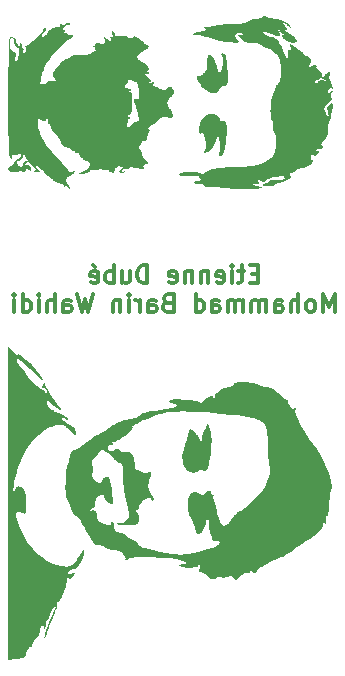
<source format=gbr>
%TF.GenerationSoftware,KiCad,Pcbnew,7.0.1*%
%TF.CreationDate,2023-03-24T11:50:05-04:00*%
%TF.ProjectId,esp,6573702e-6b69-4636-9164-5f7063625858,1.0*%
%TF.SameCoordinates,Original*%
%TF.FileFunction,Legend,Bot*%
%TF.FilePolarity,Positive*%
%FSLAX46Y46*%
G04 Gerber Fmt 4.6, Leading zero omitted, Abs format (unit mm)*
G04 Created by KiCad (PCBNEW 7.0.1) date 2023-03-24 11:50:05*
%MOMM*%
%LPD*%
G01*
G04 APERTURE LIST*
%ADD10C,0.000000*%
%ADD11C,0.300000*%
G04 APERTURE END LIST*
D10*
G36*
X134462590Y-71107848D02*
G01*
X134467163Y-71109997D01*
X134488634Y-71118607D01*
X134510956Y-71126203D01*
X134533981Y-71132787D01*
X134557562Y-71138358D01*
X134581552Y-71142915D01*
X134605805Y-71146461D01*
X134630172Y-71148993D01*
X134654509Y-71150512D01*
X134678666Y-71151018D01*
X134702498Y-71150512D01*
X134725857Y-71148993D01*
X134748597Y-71146461D01*
X134770571Y-71142915D01*
X134791631Y-71138358D01*
X134811631Y-71132787D01*
X134830423Y-71126203D01*
X134847861Y-71118607D01*
X134863798Y-71109997D01*
X134878087Y-71100375D01*
X134890581Y-71089740D01*
X134901133Y-71078092D01*
X134909596Y-71065431D01*
X134915822Y-71051758D01*
X134919666Y-71037071D01*
X134920980Y-71021372D01*
X134922652Y-71008839D01*
X134927552Y-70998959D01*
X134935508Y-70991634D01*
X134946350Y-70986766D01*
X134959904Y-70984258D01*
X134976000Y-70984014D01*
X134994465Y-70985935D01*
X135015128Y-70989925D01*
X135062359Y-71003722D01*
X135116318Y-71024628D01*
X135175630Y-71051863D01*
X135238922Y-71084652D01*
X135304818Y-71122215D01*
X135371944Y-71163775D01*
X135438925Y-71208555D01*
X135504387Y-71255776D01*
X135566955Y-71304662D01*
X135625255Y-71354433D01*
X135677911Y-71404314D01*
X135723550Y-71453524D01*
X135738426Y-71470143D01*
X135755166Y-71487503D01*
X135773605Y-71505479D01*
X135793582Y-71523942D01*
X135814934Y-71542767D01*
X135837497Y-71561828D01*
X135885607Y-71600148D01*
X135936612Y-71637889D01*
X135989208Y-71674038D01*
X136015696Y-71691200D01*
X136042094Y-71707583D01*
X136068238Y-71723063D01*
X136093967Y-71737511D01*
X136130508Y-71759743D01*
X136161153Y-71780509D01*
X136185504Y-71800372D01*
X136195195Y-71810139D01*
X136203163Y-71819890D01*
X136209358Y-71829696D01*
X136213731Y-71839626D01*
X136216232Y-71849750D01*
X136216812Y-71860139D01*
X136215420Y-71870863D01*
X136212007Y-71881991D01*
X136206523Y-71893594D01*
X136198918Y-71905742D01*
X136189143Y-71918505D01*
X136177148Y-71931953D01*
X136146298Y-71961184D01*
X136105970Y-71993996D01*
X136055768Y-72030951D01*
X135995292Y-72072608D01*
X135924145Y-72119528D01*
X135748246Y-72231401D01*
X135628581Y-72303654D01*
X135574494Y-72338466D01*
X135524235Y-72372453D01*
X135477802Y-72405653D01*
X135435191Y-72438105D01*
X135396402Y-72469847D01*
X135361430Y-72500917D01*
X135330276Y-72531354D01*
X135302935Y-72561197D01*
X135279406Y-72590484D01*
X135259686Y-72619252D01*
X135243774Y-72647542D01*
X135231667Y-72675391D01*
X135223362Y-72702837D01*
X135218858Y-72729919D01*
X135218152Y-72756676D01*
X135221242Y-72783145D01*
X135228126Y-72809366D01*
X135238802Y-72835377D01*
X135253266Y-72861216D01*
X135271517Y-72886921D01*
X135293553Y-72912531D01*
X135319372Y-72938085D01*
X135348970Y-72963621D01*
X135382347Y-72989177D01*
X135419499Y-73014792D01*
X135460424Y-73040505D01*
X135505121Y-73066353D01*
X135553586Y-73092374D01*
X135605818Y-73118609D01*
X135661814Y-73145094D01*
X135702863Y-73165302D01*
X135742635Y-73186516D01*
X135781081Y-73208657D01*
X135818156Y-73231646D01*
X135853811Y-73255403D01*
X135887998Y-73279850D01*
X135920671Y-73304907D01*
X135951781Y-73330496D01*
X135981281Y-73356537D01*
X136009125Y-73382951D01*
X136035264Y-73409658D01*
X136059650Y-73436581D01*
X136082237Y-73463639D01*
X136102977Y-73490754D01*
X136121822Y-73517846D01*
X136138725Y-73544836D01*
X136153639Y-73571646D01*
X136166516Y-73598195D01*
X136177308Y-73624405D01*
X136185968Y-73650197D01*
X136192449Y-73675492D01*
X136196703Y-73700210D01*
X136198682Y-73724273D01*
X136198339Y-73747601D01*
X136195628Y-73770115D01*
X136190499Y-73791735D01*
X136182906Y-73812384D01*
X136172801Y-73831982D01*
X136160137Y-73850449D01*
X136144866Y-73867706D01*
X136126941Y-73883675D01*
X136106314Y-73898276D01*
X136089093Y-73909559D01*
X136081453Y-73914978D01*
X136074457Y-73920245D01*
X136068104Y-73925359D01*
X136062390Y-73930316D01*
X136057314Y-73935116D01*
X136052874Y-73939754D01*
X136049066Y-73944231D01*
X136045889Y-73948542D01*
X136043341Y-73952685D01*
X136041418Y-73956659D01*
X136040120Y-73960462D01*
X136039444Y-73964090D01*
X136039387Y-73967542D01*
X136039947Y-73970815D01*
X136041122Y-73973908D01*
X136042910Y-73976817D01*
X136045309Y-73979541D01*
X136048315Y-73982077D01*
X136051928Y-73984423D01*
X136056144Y-73986577D01*
X136060961Y-73988537D01*
X136066378Y-73990300D01*
X136072391Y-73991864D01*
X136078999Y-73993227D01*
X136086200Y-73994387D01*
X136093990Y-73995340D01*
X136102368Y-73996086D01*
X136111332Y-73996621D01*
X136131008Y-73997053D01*
X136138965Y-73997231D01*
X136146629Y-73997761D01*
X136153994Y-73998629D01*
X136161056Y-73999826D01*
X136167810Y-74001339D01*
X136174253Y-74003157D01*
X136180379Y-74005269D01*
X136186184Y-74007663D01*
X136191664Y-74010329D01*
X136196813Y-74013255D01*
X136201628Y-74016430D01*
X136206104Y-74019842D01*
X136210236Y-74023480D01*
X136214020Y-74027333D01*
X136217451Y-74031389D01*
X136220525Y-74035638D01*
X136223238Y-74040067D01*
X136225584Y-74044666D01*
X136227559Y-74049423D01*
X136229159Y-74054327D01*
X136230379Y-74059367D01*
X136231215Y-74064531D01*
X136231661Y-74069808D01*
X136231715Y-74075187D01*
X136231371Y-74080657D01*
X136230624Y-74086205D01*
X136229470Y-74091822D01*
X136227905Y-74097495D01*
X136225923Y-74103213D01*
X136223522Y-74108965D01*
X136220695Y-74114739D01*
X136217438Y-74120525D01*
X136212701Y-74127326D01*
X136207759Y-74133834D01*
X136202622Y-74140049D01*
X136197302Y-74145967D01*
X136191810Y-74151587D01*
X136186157Y-74156907D01*
X136180356Y-74161923D01*
X136174416Y-74166634D01*
X136168350Y-74171038D01*
X136162168Y-74175132D01*
X136155883Y-74178914D01*
X136149504Y-74182382D01*
X136143045Y-74185533D01*
X136136515Y-74188366D01*
X136129927Y-74190877D01*
X136123291Y-74193065D01*
X136116618Y-74194928D01*
X136109921Y-74196462D01*
X136103211Y-74197667D01*
X136096498Y-74198539D01*
X136089794Y-74199077D01*
X136083111Y-74199278D01*
X136076459Y-74199140D01*
X136069850Y-74198660D01*
X136063295Y-74197837D01*
X136056806Y-74196667D01*
X136050394Y-74195150D01*
X136044070Y-74193282D01*
X136037846Y-74191061D01*
X136031732Y-74188486D01*
X136025740Y-74185553D01*
X136019882Y-74182261D01*
X135982078Y-74158872D01*
X135966033Y-74150366D01*
X135951853Y-74143893D01*
X135939508Y-74139382D01*
X135928970Y-74136764D01*
X135920209Y-74135968D01*
X135913196Y-74136924D01*
X135907900Y-74139562D01*
X135904294Y-74143812D01*
X135902347Y-74149604D01*
X135902030Y-74156867D01*
X135903314Y-74165533D01*
X135906169Y-74175530D01*
X135916476Y-74199239D01*
X135932714Y-74227433D01*
X135954651Y-74259552D01*
X135982049Y-74295035D01*
X136014675Y-74333322D01*
X136052292Y-74373851D01*
X136094666Y-74416063D01*
X136141562Y-74459396D01*
X136192745Y-74503290D01*
X136234139Y-74538646D01*
X136270397Y-74570837D01*
X136286623Y-74585842D01*
X136301591Y-74600171D01*
X136315311Y-74613862D01*
X136327793Y-74626954D01*
X136339044Y-74639486D01*
X136349075Y-74651495D01*
X136357894Y-74663020D01*
X136365510Y-74674100D01*
X136371932Y-74684774D01*
X136377170Y-74695078D01*
X136381231Y-74705053D01*
X136384127Y-74714735D01*
X136385865Y-74724165D01*
X136386454Y-74733380D01*
X136385904Y-74742418D01*
X136384223Y-74751319D01*
X136381421Y-74760120D01*
X136377507Y-74768860D01*
X136372489Y-74777577D01*
X136366377Y-74786310D01*
X136359180Y-74795098D01*
X136350907Y-74803978D01*
X136341566Y-74812989D01*
X136331168Y-74822170D01*
X136319720Y-74831559D01*
X136307233Y-74841194D01*
X136293714Y-74851115D01*
X136279174Y-74861358D01*
X136253428Y-74881043D01*
X136231787Y-74898448D01*
X136214306Y-74913611D01*
X136201039Y-74926568D01*
X136192041Y-74937353D01*
X136189160Y-74941944D01*
X136187366Y-74946005D01*
X136186666Y-74949542D01*
X136187068Y-74952558D01*
X136188577Y-74955060D01*
X136191200Y-74957050D01*
X136194946Y-74958534D01*
X136199819Y-74959516D01*
X136205827Y-74960000D01*
X136212977Y-74959992D01*
X136230729Y-74958514D01*
X136253130Y-74955120D01*
X136280233Y-74949845D01*
X136312092Y-74942724D01*
X136348763Y-74933795D01*
X136390299Y-74923094D01*
X136432134Y-74910370D01*
X136469737Y-74900016D01*
X136503215Y-74892085D01*
X136518442Y-74889045D01*
X136532679Y-74886632D01*
X136545939Y-74884851D01*
X136558236Y-74883711D01*
X136569583Y-74883217D01*
X136579994Y-74883376D01*
X136589483Y-74884196D01*
X136598063Y-74885682D01*
X136605748Y-74887843D01*
X136612551Y-74890683D01*
X136618485Y-74894211D01*
X136623566Y-74898433D01*
X136627805Y-74903356D01*
X136631216Y-74908987D01*
X136633814Y-74915332D01*
X136635612Y-74922399D01*
X136636622Y-74930193D01*
X136636860Y-74938722D01*
X136636337Y-74947992D01*
X136635069Y-74958011D01*
X136633068Y-74968786D01*
X136630349Y-74980322D01*
X136626923Y-74992626D01*
X136622807Y-75005706D01*
X136612551Y-75034220D01*
X136608173Y-75044564D01*
X136604294Y-75054752D01*
X136600909Y-75064772D01*
X136598009Y-75074614D01*
X136595589Y-75084266D01*
X136593641Y-75093716D01*
X136592159Y-75102954D01*
X136591136Y-75111969D01*
X136590565Y-75120748D01*
X136590439Y-75129281D01*
X136590752Y-75137556D01*
X136591497Y-75145562D01*
X136592667Y-75153287D01*
X136594255Y-75160721D01*
X136596255Y-75167852D01*
X136598659Y-75174669D01*
X136601462Y-75181160D01*
X136604655Y-75187315D01*
X136608233Y-75193121D01*
X136612188Y-75198568D01*
X136616514Y-75203644D01*
X136621204Y-75208338D01*
X136626252Y-75212638D01*
X136631649Y-75216534D01*
X136637391Y-75220014D01*
X136643469Y-75223066D01*
X136649878Y-75225680D01*
X136656609Y-75227844D01*
X136663657Y-75229547D01*
X136671015Y-75230777D01*
X136678676Y-75231524D01*
X136686633Y-75231775D01*
X136704388Y-75232770D01*
X136725074Y-75235682D01*
X136748436Y-75240402D01*
X136774221Y-75246823D01*
X136802178Y-75254836D01*
X136832051Y-75264331D01*
X136896536Y-75287338D01*
X136965652Y-75314974D01*
X137037372Y-75346373D01*
X137109670Y-75380665D01*
X137180522Y-75416984D01*
X137235593Y-75445199D01*
X137285401Y-75469652D01*
X137330470Y-75490343D01*
X137351392Y-75499278D01*
X137371325Y-75507272D01*
X137390336Y-75514326D01*
X137408491Y-75520440D01*
X137425853Y-75525612D01*
X137442491Y-75529845D01*
X137458468Y-75533136D01*
X137473850Y-75535488D01*
X137488704Y-75536899D01*
X137503093Y-75537369D01*
X137517086Y-75536899D01*
X137530745Y-75535488D01*
X137544138Y-75533136D01*
X137557330Y-75529845D01*
X137570386Y-75525612D01*
X137583372Y-75520440D01*
X137596353Y-75514326D01*
X137609396Y-75507272D01*
X137622565Y-75499278D01*
X137635926Y-75490343D01*
X137649545Y-75480468D01*
X137663487Y-75469652D01*
X137692604Y-75445199D01*
X137723801Y-75416984D01*
X137745508Y-75394592D01*
X137766657Y-75373720D01*
X137787268Y-75354367D01*
X137807361Y-75336533D01*
X137826957Y-75320219D01*
X137846076Y-75305424D01*
X137864738Y-75292148D01*
X137882964Y-75280392D01*
X137900773Y-75270155D01*
X137918187Y-75261437D01*
X137935226Y-75254239D01*
X137951910Y-75248559D01*
X137968259Y-75244399D01*
X137984294Y-75241759D01*
X138000036Y-75240637D01*
X138015503Y-75241035D01*
X138030717Y-75242953D01*
X138045699Y-75246389D01*
X138060468Y-75251345D01*
X138075045Y-75257820D01*
X138089450Y-75265815D01*
X138103703Y-75275328D01*
X138117825Y-75286361D01*
X138131837Y-75298913D01*
X138145758Y-75312985D01*
X138159609Y-75328576D01*
X138173411Y-75345686D01*
X138187182Y-75364315D01*
X138200945Y-75384464D01*
X138214719Y-75406132D01*
X138228525Y-75429319D01*
X138242383Y-75454026D01*
X138272727Y-75506544D01*
X138298766Y-75553527D01*
X138320247Y-75595807D01*
X138329199Y-75615444D01*
X138336917Y-75634218D01*
X138343368Y-75652231D01*
X138348522Y-75669589D01*
X138352347Y-75686396D01*
X138354810Y-75702754D01*
X138355881Y-75718769D01*
X138355528Y-75734545D01*
X138353718Y-75750184D01*
X138350421Y-75765793D01*
X138345605Y-75781473D01*
X138339238Y-75797330D01*
X138331288Y-75813467D01*
X138321724Y-75829988D01*
X138310514Y-75846998D01*
X138297626Y-75864600D01*
X138283029Y-75882899D01*
X138266692Y-75901998D01*
X138228667Y-75943012D01*
X138183300Y-75988477D01*
X138130336Y-76039222D01*
X138069522Y-76096081D01*
X138004259Y-76159951D01*
X137947352Y-76222157D01*
X137922021Y-76252750D01*
X137898765Y-76283061D01*
X137877580Y-76313138D01*
X137858461Y-76343025D01*
X137841405Y-76372767D01*
X137826406Y-76402410D01*
X137813459Y-76431999D01*
X137802561Y-76461578D01*
X137793707Y-76491193D01*
X137786892Y-76520890D01*
X137782112Y-76550714D01*
X137779362Y-76580709D01*
X137778638Y-76610922D01*
X137779935Y-76641397D01*
X137783248Y-76672179D01*
X137788574Y-76703314D01*
X137795908Y-76734846D01*
X137805244Y-76766822D01*
X137816579Y-76799286D01*
X137829909Y-76832284D01*
X137845227Y-76865861D01*
X137862531Y-76900061D01*
X137903076Y-76970515D01*
X137951506Y-77044007D01*
X138007786Y-77120900D01*
X138043278Y-77168265D01*
X138075696Y-77215355D01*
X138105075Y-77262038D01*
X138131451Y-77308182D01*
X138154861Y-77353658D01*
X138175342Y-77398333D01*
X138192928Y-77442076D01*
X138207656Y-77484757D01*
X138219564Y-77526245D01*
X138228685Y-77566407D01*
X138235058Y-77605114D01*
X138238717Y-77642233D01*
X138239700Y-77677634D01*
X138238042Y-77711186D01*
X138233779Y-77742757D01*
X138226949Y-77772216D01*
X138217586Y-77799433D01*
X138205727Y-77824276D01*
X138191408Y-77846614D01*
X138174666Y-77866315D01*
X138155536Y-77883250D01*
X138134055Y-77897286D01*
X138110259Y-77908292D01*
X138084184Y-77916138D01*
X138055866Y-77920692D01*
X138025342Y-77921823D01*
X137992647Y-77919400D01*
X137957818Y-77913292D01*
X137920891Y-77903368D01*
X137881902Y-77889496D01*
X137840887Y-77871545D01*
X137797883Y-77849385D01*
X137778270Y-77838633D01*
X137756591Y-77829496D01*
X137733022Y-77821923D01*
X137707739Y-77815864D01*
X137680919Y-77811271D01*
X137652737Y-77808093D01*
X137623371Y-77806281D01*
X137592997Y-77805784D01*
X137561790Y-77806554D01*
X137529928Y-77808540D01*
X137464942Y-77815961D01*
X137399450Y-77827651D01*
X137334862Y-77843212D01*
X137272590Y-77862246D01*
X137214043Y-77884354D01*
X137186608Y-77896436D01*
X137160633Y-77909139D01*
X137136295Y-77922411D01*
X137113770Y-77936203D01*
X137093235Y-77950465D01*
X137074865Y-77965148D01*
X137058838Y-77980201D01*
X137045329Y-77995576D01*
X137034516Y-78011222D01*
X137026573Y-78027089D01*
X137021679Y-78043128D01*
X137020008Y-78059290D01*
X137019362Y-78064242D01*
X137017446Y-78069828D01*
X137009928Y-78082826D01*
X136997707Y-78098140D01*
X136981037Y-78115624D01*
X136960171Y-78135133D01*
X136935363Y-78156524D01*
X136874929Y-78204369D01*
X136801762Y-78258002D01*
X136717888Y-78316265D01*
X136625332Y-78378002D01*
X136526120Y-78442053D01*
X136468386Y-78478368D01*
X136415573Y-78513218D01*
X136391011Y-78530088D01*
X136367679Y-78546585D01*
X136345577Y-78562707D01*
X136324705Y-78578451D01*
X136305063Y-78593815D01*
X136286651Y-78608798D01*
X136269468Y-78623396D01*
X136253516Y-78637607D01*
X136238793Y-78651429D01*
X136225300Y-78664860D01*
X136213038Y-78677898D01*
X136202005Y-78690541D01*
X136192202Y-78702785D01*
X136183629Y-78714629D01*
X136176285Y-78726071D01*
X136170172Y-78737108D01*
X136165289Y-78747738D01*
X136161635Y-78757959D01*
X136159212Y-78767768D01*
X136158018Y-78777164D01*
X136158054Y-78786143D01*
X136159320Y-78794705D01*
X136161816Y-78802846D01*
X136165542Y-78810564D01*
X136170498Y-78817857D01*
X136176684Y-78824723D01*
X136184099Y-78831159D01*
X136192745Y-78837163D01*
X136212278Y-78851084D01*
X136229208Y-78865186D01*
X136243533Y-78879650D01*
X136249718Y-78887073D01*
X136255253Y-78894656D01*
X136260136Y-78902419D01*
X136264369Y-78910385D01*
X136267950Y-78918578D01*
X136270880Y-78927019D01*
X136273159Y-78935732D01*
X136274787Y-78944738D01*
X136275763Y-78954061D01*
X136276089Y-78963723D01*
X136275763Y-78973747D01*
X136274787Y-78984155D01*
X136273159Y-78994970D01*
X136270880Y-79006215D01*
X136264369Y-79030083D01*
X136255253Y-79055941D01*
X136243533Y-79083969D01*
X136229208Y-79114349D01*
X136212278Y-79147261D01*
X136192745Y-79182885D01*
X136176699Y-79209322D01*
X136161033Y-79237532D01*
X136145837Y-79267261D01*
X136131201Y-79298255D01*
X136117217Y-79330263D01*
X136103975Y-79363030D01*
X136091564Y-79396304D01*
X136080076Y-79429831D01*
X136069600Y-79463358D01*
X136060228Y-79496631D01*
X136052050Y-79529399D01*
X136045156Y-79561406D01*
X136039636Y-79592401D01*
X136035582Y-79622129D01*
X136033083Y-79650339D01*
X136032230Y-79676775D01*
X136031503Y-79705708D01*
X136030592Y-79719295D01*
X136029312Y-79732289D01*
X136027661Y-79744687D01*
X136025637Y-79756483D01*
X136023238Y-79767674D01*
X136020461Y-79778254D01*
X136017305Y-79788219D01*
X136013766Y-79797564D01*
X136009843Y-79806286D01*
X136005534Y-79814379D01*
X136000835Y-79821839D01*
X135995746Y-79828662D01*
X135990263Y-79834842D01*
X135984384Y-79840376D01*
X135978108Y-79845258D01*
X135971431Y-79849485D01*
X135964352Y-79853052D01*
X135956868Y-79855954D01*
X135948978Y-79858187D01*
X135940678Y-79859747D01*
X135931966Y-79860628D01*
X135922841Y-79860826D01*
X135913300Y-79860337D01*
X135903340Y-79859156D01*
X135892961Y-79857278D01*
X135882158Y-79854700D01*
X135870930Y-79851417D01*
X135859275Y-79847424D01*
X135847190Y-79842716D01*
X135834674Y-79837289D01*
X135823207Y-79832985D01*
X135811957Y-79829334D01*
X135800924Y-79826339D01*
X135790108Y-79824001D01*
X135779509Y-79822324D01*
X135769127Y-79821310D01*
X135758963Y-79820960D01*
X135749015Y-79821276D01*
X135739284Y-79822263D01*
X135729771Y-79823920D01*
X135720474Y-79826251D01*
X135711395Y-79829259D01*
X135702532Y-79832944D01*
X135693887Y-79837310D01*
X135685459Y-79842359D01*
X135677247Y-79848093D01*
X135669253Y-79854514D01*
X135661476Y-79861625D01*
X135653916Y-79869428D01*
X135646573Y-79877924D01*
X135639447Y-79887117D01*
X135632538Y-79897009D01*
X135625845Y-79907601D01*
X135619370Y-79918897D01*
X135613113Y-79930898D01*
X135607072Y-79943606D01*
X135595641Y-79971155D01*
X135585078Y-80001562D01*
X135575383Y-80034845D01*
X135568016Y-80060139D01*
X135559853Y-80084981D01*
X135550966Y-80109208D01*
X135541428Y-80132658D01*
X135531311Y-80155166D01*
X135520688Y-80176572D01*
X135509631Y-80196711D01*
X135498212Y-80215422D01*
X135492390Y-80224191D01*
X135486504Y-80232541D01*
X135480564Y-80240453D01*
X135474579Y-80247906D01*
X135468557Y-80254879D01*
X135462509Y-80261353D01*
X135456442Y-80267307D01*
X135450366Y-80272721D01*
X135444291Y-80277574D01*
X135438224Y-80281845D01*
X135432176Y-80285516D01*
X135426154Y-80288565D01*
X135420169Y-80290971D01*
X135414229Y-80292715D01*
X135408343Y-80293777D01*
X135402521Y-80294135D01*
X135396987Y-80294494D01*
X135391958Y-80295561D01*
X135387437Y-80297320D01*
X135383422Y-80299754D01*
X135379913Y-80302849D01*
X135376911Y-80306588D01*
X135374415Y-80310956D01*
X135372425Y-80315936D01*
X135370942Y-80321513D01*
X135369966Y-80327671D01*
X135369532Y-80341667D01*
X135371123Y-80357798D01*
X135374741Y-80375936D01*
X135380384Y-80395955D01*
X135388053Y-80417728D01*
X135397748Y-80441130D01*
X135409468Y-80466032D01*
X135423214Y-80492309D01*
X135438985Y-80519834D01*
X135456783Y-80548481D01*
X135476606Y-80578122D01*
X135494677Y-80608188D01*
X135511790Y-80638073D01*
X135527854Y-80667597D01*
X135542779Y-80696578D01*
X135556474Y-80724836D01*
X135568848Y-80752189D01*
X135579811Y-80778457D01*
X135589274Y-80803459D01*
X135597145Y-80827014D01*
X135603333Y-80848942D01*
X135607749Y-80869060D01*
X135609264Y-80878385D01*
X135610302Y-80887189D01*
X135610852Y-80895451D01*
X135610902Y-80903148D01*
X135610441Y-80910256D01*
X135609458Y-80916755D01*
X135607941Y-80922620D01*
X135605880Y-80927830D01*
X135603262Y-80932361D01*
X135600077Y-80936191D01*
X135597072Y-80940130D01*
X135594992Y-80944982D01*
X135593821Y-80950720D01*
X135593542Y-80957317D01*
X135595601Y-80972980D01*
X135601043Y-80991754D01*
X135609740Y-81013422D01*
X135621565Y-81037767D01*
X135636393Y-81064572D01*
X135654097Y-81093619D01*
X135674550Y-81124692D01*
X135697626Y-81157574D01*
X135723198Y-81192047D01*
X135751139Y-81227896D01*
X135781322Y-81264901D01*
X135813622Y-81302847D01*
X135847911Y-81341517D01*
X135884063Y-81380693D01*
X135944859Y-81446043D01*
X135997697Y-81503561D01*
X136042721Y-81553809D01*
X136080076Y-81597347D01*
X136095923Y-81616775D01*
X136109908Y-81634735D01*
X136122047Y-81651299D01*
X136132359Y-81666535D01*
X136140863Y-81680514D01*
X136147576Y-81693306D01*
X136152517Y-81704982D01*
X136155703Y-81715610D01*
X136157153Y-81725262D01*
X136156885Y-81734008D01*
X136154917Y-81741916D01*
X136151266Y-81749059D01*
X136145951Y-81755505D01*
X136138991Y-81761325D01*
X136130403Y-81766588D01*
X136120205Y-81771366D01*
X136108415Y-81775727D01*
X136095052Y-81779743D01*
X136080133Y-81783483D01*
X136063677Y-81787017D01*
X136026226Y-81793748D01*
X135982841Y-81800497D01*
X135951588Y-81805851D01*
X135936829Y-81809070D01*
X135922649Y-81812651D01*
X135909048Y-81816594D01*
X135896026Y-81820899D01*
X135883582Y-81825565D01*
X135871717Y-81830594D01*
X135860431Y-81835983D01*
X135849724Y-81841735D01*
X135839595Y-81847849D01*
X135830045Y-81854324D01*
X135821074Y-81861161D01*
X135812682Y-81868359D01*
X135804868Y-81875919D01*
X135797634Y-81883841D01*
X135790978Y-81892125D01*
X135784901Y-81900771D01*
X135779402Y-81909778D01*
X135774483Y-81919147D01*
X135770142Y-81928878D01*
X135766380Y-81938970D01*
X135763196Y-81949424D01*
X135760592Y-81960240D01*
X135758566Y-81971418D01*
X135757119Y-81982957D01*
X135756251Y-81994858D01*
X135755962Y-82007121D01*
X135756251Y-82019746D01*
X135757119Y-82032732D01*
X135758566Y-82046080D01*
X135760592Y-82059790D01*
X135764480Y-82090621D01*
X135766814Y-82118342D01*
X135767483Y-82143024D01*
X135767159Y-82154248D01*
X135766380Y-82164740D01*
X135765129Y-82174508D01*
X135763395Y-82183562D01*
X135761164Y-82191910D01*
X135758421Y-82199562D01*
X135755155Y-82206527D01*
X135751350Y-82212814D01*
X135746993Y-82218431D01*
X135742071Y-82223389D01*
X135736571Y-82227695D01*
X135730478Y-82231359D01*
X135723779Y-82234390D01*
X135716461Y-82236797D01*
X135708509Y-82238589D01*
X135699911Y-82239776D01*
X135690653Y-82240365D01*
X135680721Y-82240367D01*
X135670102Y-82239789D01*
X135658782Y-82238643D01*
X135646747Y-82236935D01*
X135633985Y-82234676D01*
X135606222Y-82228539D01*
X135575383Y-82220303D01*
X135478945Y-82191805D01*
X135380336Y-82166526D01*
X135280859Y-82144502D01*
X135181816Y-82125770D01*
X135084509Y-82110366D01*
X134990241Y-82098326D01*
X134900314Y-82089687D01*
X134816029Y-82084484D01*
X134738690Y-82082754D01*
X134669599Y-82084532D01*
X134610057Y-82089855D01*
X134584275Y-82093858D01*
X134561368Y-82098760D01*
X134541499Y-82104567D01*
X134524833Y-82111282D01*
X134511530Y-82118911D01*
X134501754Y-82127458D01*
X134495668Y-82136927D01*
X134493434Y-82147323D01*
X134495216Y-82158650D01*
X134501176Y-82170914D01*
X134509710Y-82184223D01*
X134516778Y-82196356D01*
X134522364Y-82207296D01*
X134524595Y-82212312D01*
X134526448Y-82217023D01*
X134527922Y-82221427D01*
X134529013Y-82225521D01*
X134529720Y-82229303D01*
X134530041Y-82232771D01*
X134529973Y-82235922D01*
X134529513Y-82238754D01*
X134528661Y-82241266D01*
X134527412Y-82243454D01*
X134525766Y-82245316D01*
X134523720Y-82246851D01*
X134521271Y-82248055D01*
X134518417Y-82248927D01*
X134515157Y-82249465D01*
X134511487Y-82249666D01*
X134507406Y-82249527D01*
X134502911Y-82249048D01*
X134498001Y-82248224D01*
X134492672Y-82247055D01*
X134486922Y-82245537D01*
X134480750Y-82243669D01*
X134467128Y-82238873D01*
X134451788Y-82232648D01*
X134436177Y-82222947D01*
X134419511Y-82214652D01*
X134401891Y-82207723D01*
X134383419Y-82202118D01*
X134364196Y-82197798D01*
X134344324Y-82194721D01*
X134323905Y-82192847D01*
X134303041Y-82192135D01*
X134281833Y-82192544D01*
X134260383Y-82194034D01*
X134238793Y-82196564D01*
X134217165Y-82200093D01*
X134195600Y-82204581D01*
X134174200Y-82209987D01*
X134153066Y-82216270D01*
X134132302Y-82223389D01*
X134112007Y-82231305D01*
X134092285Y-82239975D01*
X134073236Y-82249360D01*
X134054963Y-82259418D01*
X134037567Y-82270110D01*
X134021150Y-82281394D01*
X134005813Y-82293229D01*
X133991659Y-82305575D01*
X133978789Y-82318392D01*
X133967306Y-82331638D01*
X133957309Y-82345273D01*
X133948902Y-82359257D01*
X133942186Y-82373547D01*
X133937263Y-82388104D01*
X133934235Y-82402888D01*
X133933203Y-82417857D01*
X133933383Y-82423499D01*
X133933917Y-82428851D01*
X133934800Y-82433908D01*
X133936025Y-82438669D01*
X133937583Y-82443131D01*
X133939470Y-82447293D01*
X133941678Y-82451152D01*
X133944200Y-82454706D01*
X133947029Y-82457952D01*
X133950159Y-82460889D01*
X133953583Y-82463513D01*
X133957295Y-82465824D01*
X133961286Y-82467817D01*
X133965551Y-82469492D01*
X133970083Y-82470846D01*
X133974875Y-82471877D01*
X133979920Y-82472582D01*
X133985211Y-82472959D01*
X133990743Y-82473007D01*
X133996507Y-82472721D01*
X134002497Y-82472102D01*
X134008706Y-82471145D01*
X134021756Y-82468212D01*
X134035602Y-82463905D01*
X134050189Y-82458205D01*
X134065463Y-82451094D01*
X134081371Y-82442554D01*
X134096711Y-82434020D01*
X134110333Y-82426951D01*
X134122255Y-82421365D01*
X134132495Y-82417281D01*
X134136989Y-82415807D01*
X134141071Y-82414715D01*
X134144740Y-82414008D01*
X134148001Y-82413687D01*
X134150854Y-82413755D01*
X134153303Y-82414215D01*
X134155350Y-82415067D01*
X134156996Y-82416316D01*
X134158244Y-82417962D01*
X134159097Y-82420008D01*
X134159556Y-82422457D01*
X134159625Y-82425311D01*
X134159304Y-82428571D01*
X134158597Y-82432241D01*
X134157505Y-82436322D01*
X134156032Y-82440817D01*
X134151947Y-82451057D01*
X134146362Y-82462979D01*
X134139293Y-82476601D01*
X134130759Y-82491941D01*
X134120793Y-82505386D01*
X134109489Y-82517890D01*
X134096955Y-82529381D01*
X134083299Y-82539787D01*
X134068631Y-82549035D01*
X134053058Y-82557054D01*
X134036690Y-82563770D01*
X134019634Y-82569112D01*
X134001999Y-82573006D01*
X133983894Y-82575382D01*
X133965427Y-82576165D01*
X133956092Y-82575938D01*
X133946707Y-82575285D01*
X133937286Y-82574198D01*
X133927843Y-82572669D01*
X133918390Y-82570687D01*
X133908942Y-82568244D01*
X133899512Y-82565330D01*
X133890113Y-82561938D01*
X133880760Y-82558057D01*
X133871466Y-82553678D01*
X133830231Y-82538269D01*
X133794513Y-82524161D01*
X133764329Y-82510922D01*
X133751319Y-82504492D01*
X133739698Y-82498116D01*
X133729471Y-82491741D01*
X133720638Y-82485311D01*
X133713202Y-82478772D01*
X133707166Y-82472071D01*
X133702532Y-82465153D01*
X133699302Y-82457963D01*
X133697478Y-82450448D01*
X133697062Y-82442553D01*
X133698057Y-82434224D01*
X133700465Y-82425407D01*
X133704289Y-82416047D01*
X133709530Y-82406090D01*
X133716191Y-82395482D01*
X133724274Y-82384169D01*
X133733781Y-82372096D01*
X133744715Y-82359209D01*
X133770871Y-82330777D01*
X133802762Y-82298438D01*
X133840403Y-82261758D01*
X133883815Y-82220303D01*
X133912033Y-82189598D01*
X133936507Y-82162185D01*
X133957255Y-82137882D01*
X133974296Y-82116510D01*
X133981431Y-82106866D01*
X133987647Y-82097886D01*
X133992944Y-82089549D01*
X133997326Y-82081831D01*
X134000795Y-82074710D01*
X134003352Y-82068164D01*
X134005000Y-82062169D01*
X134005742Y-82056703D01*
X134005580Y-82051743D01*
X134004516Y-82047267D01*
X134002551Y-82043253D01*
X133999689Y-82039677D01*
X133995932Y-82036517D01*
X133991282Y-82033750D01*
X133985741Y-82031355D01*
X133979312Y-82029307D01*
X133971996Y-82027585D01*
X133963797Y-82026166D01*
X133954715Y-82025027D01*
X133944755Y-82024146D01*
X133922204Y-82023067D01*
X133896162Y-82022748D01*
X133885747Y-82022533D01*
X133875347Y-82021897D01*
X133864979Y-82020855D01*
X133854658Y-82019420D01*
X133844401Y-82017604D01*
X133834223Y-82015423D01*
X133824140Y-82012888D01*
X133814168Y-82010015D01*
X133804322Y-82006816D01*
X133794619Y-82003305D01*
X133785074Y-81999495D01*
X133775703Y-81995401D01*
X133766522Y-81991035D01*
X133757547Y-81986412D01*
X133748793Y-81981544D01*
X133740277Y-81976446D01*
X133732014Y-81971131D01*
X133724020Y-81965612D01*
X133716311Y-81959904D01*
X133708903Y-81954019D01*
X133701811Y-81947971D01*
X133695051Y-81941774D01*
X133688640Y-81935441D01*
X133682593Y-81928987D01*
X133676925Y-81922423D01*
X133671653Y-81915765D01*
X133666793Y-81909026D01*
X133662360Y-81902218D01*
X133658370Y-81895356D01*
X133654839Y-81888454D01*
X133651783Y-81881524D01*
X133649218Y-81874581D01*
X133642281Y-81857640D01*
X133638830Y-81850340D01*
X133635399Y-81843809D01*
X133631995Y-81838038D01*
X133628625Y-81833017D01*
X133625296Y-81828738D01*
X133622014Y-81825192D01*
X133618787Y-81822368D01*
X133615621Y-81820260D01*
X133612522Y-81818857D01*
X133609498Y-81818150D01*
X133606556Y-81818130D01*
X133603701Y-81818789D01*
X133600942Y-81820116D01*
X133598284Y-81822104D01*
X133595735Y-81824744D01*
X133593301Y-81828025D01*
X133590990Y-81831939D01*
X133588807Y-81836477D01*
X133586760Y-81841630D01*
X133584855Y-81847390D01*
X133581500Y-81860689D01*
X133578796Y-81876304D01*
X133576797Y-81894162D01*
X133575558Y-81914190D01*
X133575133Y-81936316D01*
X133573868Y-81947709D01*
X133572387Y-81958734D01*
X133570694Y-81969384D01*
X133568791Y-81979652D01*
X133566680Y-81989531D01*
X133564363Y-81999014D01*
X133561842Y-82008095D01*
X133559121Y-82016766D01*
X133556200Y-82025022D01*
X133553083Y-82032855D01*
X133549771Y-82040258D01*
X133546267Y-82047224D01*
X133542573Y-82053748D01*
X133538692Y-82059822D01*
X133534625Y-82065439D01*
X133530375Y-82070592D01*
X133525944Y-82075276D01*
X133521334Y-82079482D01*
X133516549Y-82083204D01*
X133511589Y-82086436D01*
X133506457Y-82089171D01*
X133501155Y-82091401D01*
X133495687Y-82093120D01*
X133490053Y-82094322D01*
X133484257Y-82094999D01*
X133478300Y-82095144D01*
X133472184Y-82094752D01*
X133465913Y-82093815D01*
X133459488Y-82092326D01*
X133452912Y-82090279D01*
X133446186Y-82087666D01*
X133439313Y-82084482D01*
X133433527Y-82081334D01*
X133427753Y-82078827D01*
X133422001Y-82076954D01*
X133416283Y-82075704D01*
X133410610Y-82075070D01*
X133404994Y-82075041D01*
X133399445Y-82075610D01*
X133393976Y-82076766D01*
X133388597Y-82078501D01*
X133383320Y-82080805D01*
X133378156Y-82083671D01*
X133373116Y-82087088D01*
X133368212Y-82091047D01*
X133363455Y-82095540D01*
X133358856Y-82100558D01*
X133354427Y-82106091D01*
X133350178Y-82112130D01*
X133346122Y-82118667D01*
X133338631Y-82133197D01*
X133332044Y-82149608D01*
X133326453Y-82167827D01*
X133321946Y-82187783D01*
X133318615Y-82209403D01*
X133316550Y-82232615D01*
X133315842Y-82257346D01*
X133315269Y-82282926D01*
X133313575Y-82308615D01*
X133310796Y-82334232D01*
X133306967Y-82359596D01*
X133302126Y-82384525D01*
X133296308Y-82408840D01*
X133289550Y-82432359D01*
X133281887Y-82454901D01*
X133273356Y-82476285D01*
X133263993Y-82496331D01*
X133253834Y-82514858D01*
X133248468Y-82523495D01*
X133242916Y-82531685D01*
X133237183Y-82539404D01*
X133231274Y-82546631D01*
X133225193Y-82553342D01*
X133218945Y-82559514D01*
X133212534Y-82565127D01*
X133205964Y-82570156D01*
X133199241Y-82574579D01*
X133192369Y-82578373D01*
X133186583Y-82581665D01*
X133180809Y-82584598D01*
X133175057Y-82587174D01*
X133169339Y-82589394D01*
X133163666Y-82591262D01*
X133158049Y-82592779D01*
X133152501Y-82593949D01*
X133147032Y-82594772D01*
X133141653Y-82595252D01*
X133136375Y-82595390D01*
X133131211Y-82595189D01*
X133126171Y-82594651D01*
X133121267Y-82593779D01*
X133116510Y-82592574D01*
X133111911Y-82591040D01*
X133107482Y-82589177D01*
X133103233Y-82586989D01*
X133099177Y-82584477D01*
X133095324Y-82581645D01*
X133091686Y-82578494D01*
X133088274Y-82575026D01*
X133085099Y-82571244D01*
X133082173Y-82567150D01*
X133079507Y-82562746D01*
X133077113Y-82558035D01*
X133075001Y-82553018D01*
X133073182Y-82547699D01*
X133071670Y-82542078D01*
X133070473Y-82536160D01*
X133069605Y-82529945D01*
X133069075Y-82523436D01*
X133068896Y-82516636D01*
X133068752Y-82509836D01*
X133068323Y-82503327D01*
X133067614Y-82497113D01*
X133066629Y-82491194D01*
X133065373Y-82485574D01*
X133063850Y-82480255D01*
X133062065Y-82475239D01*
X133060022Y-82470527D01*
X133057726Y-82466123D01*
X133055181Y-82462029D01*
X133052392Y-82458247D01*
X133049363Y-82454780D01*
X133046099Y-82451628D01*
X133042605Y-82448796D01*
X133038884Y-82446284D01*
X133034942Y-82444096D01*
X133030783Y-82442233D01*
X133026411Y-82440698D01*
X133021832Y-82439494D01*
X133017049Y-82438621D01*
X133012066Y-82438084D01*
X133006890Y-82437883D01*
X133001523Y-82438021D01*
X132995972Y-82438500D01*
X132990239Y-82439324D01*
X132984330Y-82440493D01*
X132978249Y-82442010D01*
X132972001Y-82443878D01*
X132965589Y-82446099D01*
X132959020Y-82448674D01*
X132952297Y-82451607D01*
X132945425Y-82454899D01*
X132939639Y-82458191D01*
X132933864Y-82461124D01*
X132928112Y-82463699D01*
X132922394Y-82465920D01*
X132916722Y-82467788D01*
X132911105Y-82469306D01*
X132905557Y-82470475D01*
X132900087Y-82471298D01*
X132894708Y-82471778D01*
X132889431Y-82471916D01*
X132884267Y-82471716D01*
X132879227Y-82471178D01*
X132874323Y-82470306D01*
X132869566Y-82469101D01*
X132864967Y-82467567D01*
X132860537Y-82465704D01*
X132856289Y-82463516D01*
X132852233Y-82461005D01*
X132848380Y-82458173D01*
X132844742Y-82455021D01*
X132841330Y-82451554D01*
X132838155Y-82447772D01*
X132835229Y-82443678D01*
X132832563Y-82439274D01*
X132830168Y-82434563D01*
X132828056Y-82429546D01*
X132826238Y-82424227D01*
X132824725Y-82418607D01*
X132823529Y-82412688D01*
X132822660Y-82406474D01*
X132822131Y-82399965D01*
X132821952Y-82393165D01*
X132821737Y-82385207D01*
X132821102Y-82377543D01*
X132820060Y-82370178D01*
X132818624Y-82363116D01*
X132816809Y-82356361D01*
X132814627Y-82349918D01*
X132812092Y-82343792D01*
X132809219Y-82337987D01*
X132806020Y-82332507D01*
X132802509Y-82327358D01*
X132798699Y-82322543D01*
X132794605Y-82318067D01*
X132790239Y-82313935D01*
X132785616Y-82310151D01*
X132780748Y-82306720D01*
X132775650Y-82303646D01*
X132770335Y-82300934D01*
X132764816Y-82298587D01*
X132759107Y-82296612D01*
X132753222Y-82295012D01*
X132747175Y-82293792D01*
X132740978Y-82292956D01*
X132734645Y-82292509D01*
X132728190Y-82292456D01*
X132721627Y-82292800D01*
X132714969Y-82293547D01*
X132708230Y-82294701D01*
X132701422Y-82296266D01*
X132694561Y-82298248D01*
X132687658Y-82300649D01*
X132680729Y-82303476D01*
X132673786Y-82306733D01*
X132656317Y-82310790D01*
X132636479Y-82313726D01*
X132614507Y-82315577D01*
X132590635Y-82316379D01*
X132565100Y-82316168D01*
X132538136Y-82314981D01*
X132509977Y-82312852D01*
X132480861Y-82309820D01*
X132451021Y-82305919D01*
X132420692Y-82301187D01*
X132390110Y-82295658D01*
X132359510Y-82289370D01*
X132329128Y-82282359D01*
X132299197Y-82274660D01*
X132269954Y-82266310D01*
X132241633Y-82257346D01*
X132226696Y-82251738D01*
X132211992Y-82246490D01*
X132197536Y-82241600D01*
X132183345Y-82237064D01*
X132169435Y-82232881D01*
X132155820Y-82229049D01*
X132142518Y-82225564D01*
X132129543Y-82222426D01*
X132116912Y-82219631D01*
X132104641Y-82217177D01*
X132092745Y-82215063D01*
X132081240Y-82213286D01*
X132070141Y-82211843D01*
X132059466Y-82210732D01*
X132049229Y-82209952D01*
X132039447Y-82209499D01*
X132030135Y-82209372D01*
X132021309Y-82209569D01*
X132012985Y-82210086D01*
X132005179Y-82210922D01*
X131997906Y-82212075D01*
X131991182Y-82213542D01*
X131985024Y-82215321D01*
X131979447Y-82217410D01*
X131974467Y-82219806D01*
X131970099Y-82222507D01*
X131966360Y-82225511D01*
X131963265Y-82228816D01*
X131960831Y-82232420D01*
X131959072Y-82236320D01*
X131958006Y-82240513D01*
X131957646Y-82244998D01*
X131957324Y-82249627D01*
X131956365Y-82254246D01*
X131954788Y-82258848D01*
X131952606Y-82263422D01*
X131949837Y-82267960D01*
X131946496Y-82272453D01*
X131938161Y-82281267D01*
X131927728Y-82289792D01*
X131915324Y-82297955D01*
X131901074Y-82305684D01*
X131885107Y-82312907D01*
X131867548Y-82319551D01*
X131848524Y-82325543D01*
X131828161Y-82330813D01*
X131806586Y-82335286D01*
X131783927Y-82338891D01*
X131760308Y-82341556D01*
X131735858Y-82343208D01*
X131710702Y-82343775D01*
X131698044Y-82343632D01*
X131685546Y-82343208D01*
X131673225Y-82342513D01*
X131661096Y-82341556D01*
X131649175Y-82340346D01*
X131637478Y-82338891D01*
X131626020Y-82337202D01*
X131614818Y-82335286D01*
X131603887Y-82333153D01*
X131593244Y-82330813D01*
X131582903Y-82328273D01*
X131572881Y-82325543D01*
X131563194Y-82322633D01*
X131553857Y-82319551D01*
X131544886Y-82316306D01*
X131536298Y-82312907D01*
X131528107Y-82309363D01*
X131520330Y-82305684D01*
X131512983Y-82301878D01*
X131506081Y-82297955D01*
X131499640Y-82293923D01*
X131493676Y-82289792D01*
X131488205Y-82285570D01*
X131483243Y-82281267D01*
X131478806Y-82276892D01*
X131474908Y-82272453D01*
X131471567Y-82267960D01*
X131468798Y-82263422D01*
X131466617Y-82258848D01*
X131465039Y-82254246D01*
X131464081Y-82249627D01*
X131463758Y-82244998D01*
X131463435Y-82240692D01*
X131462477Y-82237031D01*
X131460899Y-82234007D01*
X131458718Y-82231614D01*
X131455949Y-82229845D01*
X131452608Y-82228693D01*
X131448710Y-82228151D01*
X131444273Y-82228213D01*
X131433840Y-82230122D01*
X131421435Y-82234363D01*
X131407186Y-82240883D01*
X131391218Y-82249628D01*
X131373659Y-82260544D01*
X131354635Y-82273575D01*
X131334272Y-82288669D01*
X131312697Y-82305770D01*
X131290038Y-82324824D01*
X131266419Y-82345777D01*
X131241968Y-82368576D01*
X131216812Y-82393165D01*
X131187762Y-82420352D01*
X131156306Y-82446291D01*
X131122644Y-82470892D01*
X131086974Y-82494064D01*
X131049495Y-82515717D01*
X131010407Y-82535760D01*
X130969908Y-82554103D01*
X130928197Y-82570655D01*
X130885473Y-82585327D01*
X130841935Y-82598027D01*
X130797783Y-82608665D01*
X130753214Y-82617151D01*
X130708428Y-82623394D01*
X130663624Y-82627304D01*
X130619001Y-82628790D01*
X130574758Y-82627763D01*
X130444920Y-82627015D01*
X130393529Y-82625891D01*
X130350965Y-82624097D01*
X130317083Y-82621508D01*
X130291738Y-82617996D01*
X130282221Y-82615854D01*
X130274784Y-82613435D01*
X130269410Y-82610721D01*
X130266079Y-82607698D01*
X130264773Y-82604349D01*
X130265476Y-82600659D01*
X130268168Y-82596612D01*
X130272831Y-82592192D01*
X130279448Y-82587382D01*
X130288000Y-82582168D01*
X130310837Y-82570463D01*
X130341199Y-82556949D01*
X130378940Y-82541500D01*
X130475981Y-82504289D01*
X130537393Y-82478153D01*
X130596568Y-82450749D01*
X130653443Y-82422182D01*
X130707950Y-82392560D01*
X130760024Y-82361989D01*
X130809600Y-82330574D01*
X130856612Y-82298422D01*
X130900995Y-82265640D01*
X130942684Y-82232332D01*
X130981611Y-82198607D01*
X131017713Y-82164570D01*
X131050923Y-82130327D01*
X131081175Y-82095984D01*
X131108405Y-82061648D01*
X131132547Y-82027426D01*
X131153535Y-81993422D01*
X131171303Y-81959745D01*
X131185787Y-81926499D01*
X131196919Y-81893791D01*
X131204636Y-81861727D01*
X131208871Y-81830414D01*
X131209559Y-81799958D01*
X131206633Y-81770465D01*
X131200030Y-81742042D01*
X131189682Y-81714794D01*
X131175525Y-81688828D01*
X131157493Y-81664250D01*
X131135521Y-81641166D01*
X131109542Y-81619683D01*
X131079491Y-81599907D01*
X131045303Y-81581945D01*
X131006912Y-81565901D01*
X130974266Y-81553440D01*
X130941224Y-81539280D01*
X130907897Y-81523534D01*
X130874396Y-81506311D01*
X130807315Y-81467879D01*
X130740867Y-81424872D01*
X130675939Y-81378175D01*
X130613416Y-81328674D01*
X130554185Y-81277257D01*
X130499131Y-81224808D01*
X130449142Y-81172215D01*
X130405104Y-81120363D01*
X130385593Y-81094992D01*
X130367902Y-81070139D01*
X130352142Y-81045914D01*
X130338424Y-81022429D01*
X130326858Y-80999794D01*
X130317554Y-80978119D01*
X130310625Y-80957517D01*
X130306181Y-80938096D01*
X130304332Y-80919969D01*
X130305189Y-80903246D01*
X130308863Y-80888037D01*
X130315465Y-80874454D01*
X130323574Y-80861149D01*
X130326772Y-80854941D01*
X130329405Y-80849037D01*
X130331476Y-80843440D01*
X130332992Y-80838155D01*
X130333956Y-80833186D01*
X130334373Y-80828539D01*
X130334247Y-80824217D01*
X130333583Y-80820225D01*
X130332386Y-80816568D01*
X130330659Y-80813250D01*
X130328408Y-80810275D01*
X130325637Y-80807649D01*
X130322350Y-80805375D01*
X130318553Y-80803459D01*
X130314249Y-80801904D01*
X130309443Y-80800716D01*
X130304140Y-80799898D01*
X130298344Y-80799456D01*
X130292059Y-80799393D01*
X130285291Y-80799715D01*
X130270321Y-80801530D01*
X130253470Y-80804936D01*
X130234774Y-80809971D01*
X130214270Y-80816669D01*
X130191993Y-80825067D01*
X130180528Y-80828395D01*
X130169288Y-80831434D01*
X130158284Y-80834183D01*
X130147524Y-80836643D01*
X130137017Y-80838813D01*
X130126773Y-80840694D01*
X130116799Y-80842286D01*
X130107106Y-80843588D01*
X130097703Y-80844601D01*
X130088598Y-80845325D01*
X130079800Y-80845759D01*
X130071319Y-80845904D01*
X130063163Y-80845759D01*
X130055342Y-80845325D01*
X130047864Y-80844601D01*
X130040740Y-80843588D01*
X130033977Y-80842286D01*
X130027585Y-80840694D01*
X130021572Y-80838813D01*
X130015949Y-80836643D01*
X130010723Y-80834183D01*
X130005904Y-80831434D01*
X130001502Y-80828395D01*
X129997524Y-80825067D01*
X129993981Y-80821450D01*
X129990880Y-80817543D01*
X129988232Y-80813347D01*
X129986045Y-80808861D01*
X129984328Y-80804086D01*
X129983091Y-80799022D01*
X129982342Y-80793668D01*
X129982090Y-80788025D01*
X129981839Y-80781153D01*
X129981095Y-80774430D01*
X129979872Y-80767861D01*
X129978183Y-80761450D01*
X129976042Y-80755202D01*
X129973463Y-80749121D01*
X129970458Y-80743212D01*
X129967042Y-80737479D01*
X129963228Y-80731928D01*
X129959030Y-80726561D01*
X129954461Y-80721385D01*
X129949534Y-80716402D01*
X129938664Y-80707040D01*
X129926528Y-80698509D01*
X129913235Y-80690846D01*
X129898892Y-80684087D01*
X129883609Y-80678269D01*
X129867494Y-80673428D01*
X129850655Y-80669600D01*
X129833202Y-80666820D01*
X129815242Y-80665126D01*
X129796884Y-80664554D01*
X129787662Y-80664410D01*
X129778526Y-80663981D01*
X129769489Y-80663272D01*
X129760565Y-80662287D01*
X129751768Y-80661030D01*
X129743112Y-80659507D01*
X129734608Y-80657722D01*
X129726273Y-80655679D01*
X129718118Y-80653383D01*
X129710157Y-80650838D01*
X129702405Y-80648048D01*
X129694874Y-80645020D01*
X129687578Y-80641756D01*
X129680531Y-80638261D01*
X129673747Y-80634541D01*
X129667238Y-80630598D01*
X129661018Y-80626439D01*
X129655101Y-80622067D01*
X129649501Y-80617488D01*
X129644231Y-80612704D01*
X129639305Y-80607722D01*
X129634736Y-80602546D01*
X129630538Y-80597179D01*
X129626724Y-80591627D01*
X129623307Y-80585894D01*
X129620303Y-80579985D01*
X129617723Y-80573904D01*
X129615582Y-80567656D01*
X129613893Y-80561245D01*
X129612670Y-80554676D01*
X129611927Y-80547953D01*
X129611676Y-80541081D01*
X129611389Y-80535295D01*
X129610539Y-80529520D01*
X129609142Y-80523768D01*
X129607214Y-80518050D01*
X129604770Y-80512377D01*
X129601827Y-80506761D01*
X129598400Y-80501212D01*
X129594505Y-80495743D01*
X129585374Y-80485087D01*
X129574561Y-80474883D01*
X129562193Y-80465221D01*
X129548395Y-80456193D01*
X129533296Y-80447888D01*
X129517021Y-80440397D01*
X129499697Y-80433811D01*
X129481450Y-80428219D01*
X129462408Y-80423712D01*
X129442696Y-80420381D01*
X129422442Y-80418316D01*
X129401772Y-80417608D01*
X129373823Y-80415665D01*
X129345588Y-80412194D01*
X129317146Y-80407258D01*
X129288573Y-80400920D01*
X129259945Y-80393244D01*
X129231340Y-80384293D01*
X129202835Y-80374130D01*
X129174505Y-80362818D01*
X129146430Y-80350421D01*
X129118684Y-80337002D01*
X129091345Y-80322625D01*
X129064490Y-80307352D01*
X129038196Y-80291247D01*
X129012539Y-80274374D01*
X128963445Y-80238574D01*
X128940163Y-80219775D01*
X128917825Y-80200459D01*
X128896509Y-80180692D01*
X128876292Y-80160536D01*
X128857250Y-80140054D01*
X128839461Y-80119310D01*
X128823002Y-80098367D01*
X128807948Y-80077289D01*
X128794378Y-80056138D01*
X128782368Y-80034978D01*
X128771994Y-80013872D01*
X128763335Y-79992884D01*
X128756465Y-79972077D01*
X128751464Y-79951514D01*
X128748406Y-79931258D01*
X128747370Y-79911373D01*
X128745094Y-79890733D01*
X128738423Y-79866060D01*
X128727592Y-79837661D01*
X128712836Y-79805843D01*
X128694390Y-79770915D01*
X128672490Y-79733182D01*
X128647370Y-79692954D01*
X128619266Y-79650538D01*
X128588413Y-79606240D01*
X128555046Y-79560369D01*
X128481710Y-79465136D01*
X128401140Y-79367298D01*
X128315216Y-79269316D01*
X128271703Y-79220036D01*
X128229292Y-79169671D01*
X128188221Y-79118582D01*
X128148722Y-79067131D01*
X128111033Y-79015680D01*
X128075387Y-78964591D01*
X128042020Y-78914226D01*
X128011167Y-78864945D01*
X127983063Y-78817112D01*
X127957944Y-78771087D01*
X127936044Y-78727233D01*
X127917598Y-78685911D01*
X127902842Y-78647482D01*
X127892011Y-78612310D01*
X127885340Y-78580754D01*
X127883638Y-78566446D01*
X127883065Y-78553178D01*
X127882920Y-78538420D01*
X127882486Y-78524245D01*
X127881762Y-78510659D01*
X127880749Y-78497664D01*
X127879447Y-78485266D01*
X127877856Y-78473470D01*
X127875974Y-78462280D01*
X127873804Y-78451700D01*
X127871344Y-78441735D01*
X127868595Y-78432389D01*
X127865556Y-78423667D01*
X127862228Y-78415574D01*
X127858611Y-78408114D01*
X127854704Y-78401292D01*
X127850508Y-78395112D01*
X127846023Y-78389578D01*
X127841248Y-78384695D01*
X127836183Y-78380468D01*
X127830830Y-78376901D01*
X127825187Y-78373999D01*
X127819254Y-78371766D01*
X127813032Y-78370207D01*
X127806521Y-78369326D01*
X127799721Y-78369128D01*
X127792631Y-78369617D01*
X127785251Y-78370798D01*
X127777583Y-78372675D01*
X127769624Y-78375253D01*
X127761377Y-78378537D01*
X127752840Y-78382530D01*
X127744014Y-78387238D01*
X127734898Y-78392664D01*
X127717384Y-78403082D01*
X127701859Y-78411185D01*
X127688288Y-78416973D01*
X127682224Y-78418998D01*
X127676634Y-78420445D01*
X127671515Y-78421313D01*
X127666861Y-78421603D01*
X127662668Y-78421313D01*
X127658933Y-78420445D01*
X127655649Y-78418998D01*
X127652813Y-78416972D01*
X127650421Y-78414368D01*
X127648466Y-78411185D01*
X127646946Y-78407422D01*
X127645856Y-78403082D01*
X127645190Y-78398162D01*
X127644945Y-78392664D01*
X127645117Y-78386586D01*
X127645699Y-78379930D01*
X127648081Y-78364882D01*
X127652054Y-78347519D01*
X127657582Y-78327840D01*
X127664630Y-78305846D01*
X127673161Y-78281538D01*
X127679531Y-78260581D01*
X127684761Y-78239480D01*
X127688870Y-78218379D01*
X127691875Y-78197423D01*
X127693796Y-78176756D01*
X127694649Y-78156523D01*
X127694453Y-78136869D01*
X127693226Y-78117938D01*
X127690986Y-78099876D01*
X127687751Y-78082826D01*
X127683540Y-78066934D01*
X127681074Y-78059467D01*
X127678370Y-78052344D01*
X127675432Y-78045582D01*
X127672260Y-78039201D01*
X127668858Y-78033217D01*
X127665227Y-78027649D01*
X127661370Y-78022516D01*
X127657290Y-78017834D01*
X127652988Y-78013623D01*
X127648466Y-78009900D01*
X127642788Y-78006105D01*
X127637328Y-78001676D01*
X127627076Y-77990993D01*
X127617729Y-77977995D01*
X127609303Y-77962826D01*
X127601818Y-77945631D01*
X127595292Y-77926556D01*
X127589742Y-77905744D01*
X127585187Y-77883341D01*
X127581645Y-77859490D01*
X127579134Y-77834337D01*
X127577672Y-77808027D01*
X127577277Y-77780704D01*
X127577968Y-77752513D01*
X127579762Y-77723598D01*
X127582677Y-77694104D01*
X127586732Y-77664176D01*
X127602841Y-77583100D01*
X127613740Y-77524885D01*
X127617056Y-77504260D01*
X127618853Y-77489242D01*
X127619057Y-77479794D01*
X127618540Y-77477148D01*
X127617598Y-77475882D01*
X127616222Y-77475989D01*
X127614403Y-77477467D01*
X127609399Y-77484515D01*
X127602513Y-77496989D01*
X127593675Y-77514853D01*
X127569848Y-77566605D01*
X127537340Y-77639483D01*
X127526205Y-77665495D01*
X127515974Y-77692465D01*
X127506683Y-77720195D01*
X127498370Y-77748486D01*
X127491069Y-77777139D01*
X127484817Y-77805954D01*
X127479650Y-77834733D01*
X127475605Y-77863277D01*
X127472717Y-77891387D01*
X127471023Y-77918864D01*
X127470559Y-77945509D01*
X127471361Y-77971123D01*
X127473465Y-77995507D01*
X127476908Y-78018462D01*
X127481725Y-78039789D01*
X127487953Y-78059290D01*
X127495899Y-78081148D01*
X127501168Y-78100455D01*
X127502776Y-78109170D01*
X127503687Y-78117267D01*
X127503894Y-78124754D01*
X127503386Y-78131637D01*
X127502154Y-78137923D01*
X127500191Y-78143619D01*
X127497485Y-78148732D01*
X127494029Y-78153268D01*
X127489813Y-78157235D01*
X127484829Y-78160639D01*
X127479067Y-78163486D01*
X127472518Y-78165784D01*
X127465173Y-78167540D01*
X127457024Y-78168759D01*
X127438274Y-78169618D01*
X127416196Y-78168415D01*
X127390718Y-78165205D01*
X127361767Y-78160041D01*
X127329271Y-78152978D01*
X127293158Y-78144070D01*
X127253355Y-78133371D01*
X127223008Y-78123412D01*
X127192318Y-78112150D01*
X127161519Y-78099731D01*
X127130847Y-78086299D01*
X127100537Y-78071998D01*
X127070823Y-78056974D01*
X127041942Y-78041371D01*
X127014127Y-78025334D01*
X126987615Y-78009008D01*
X126962640Y-77992537D01*
X126939438Y-77976066D01*
X126918243Y-77959740D01*
X126899291Y-77943703D01*
X126882817Y-77928100D01*
X126869056Y-77913076D01*
X126863266Y-77905827D01*
X126858243Y-77898776D01*
X126847243Y-77888032D01*
X126842172Y-77884980D01*
X126837383Y-77883438D01*
X126832875Y-77883379D01*
X126828645Y-77884776D01*
X126824690Y-77887602D01*
X126821009Y-77891830D01*
X126814459Y-77904382D01*
X126808976Y-77922216D01*
X126804542Y-77945113D01*
X126801138Y-77972858D01*
X126798748Y-78005234D01*
X126797352Y-78042022D01*
X126797473Y-78127970D01*
X126801356Y-78228967D01*
X126808856Y-78343275D01*
X126830581Y-78521580D01*
X126863429Y-78700139D01*
X126907527Y-78879204D01*
X126963002Y-79059029D01*
X127029981Y-79239866D01*
X127108589Y-79421969D01*
X127198953Y-79605592D01*
X127301200Y-79790987D01*
X127415458Y-79978408D01*
X127541851Y-80168108D01*
X127680507Y-80360340D01*
X127831553Y-80555357D01*
X127995114Y-80753413D01*
X128171319Y-80954760D01*
X128360292Y-81159652D01*
X128562162Y-81368343D01*
X128664384Y-81471703D01*
X128762393Y-81573037D01*
X128855736Y-81671766D01*
X128943960Y-81767313D01*
X129026613Y-81859097D01*
X129103243Y-81946540D01*
X129173399Y-82029064D01*
X129236627Y-82106090D01*
X129292476Y-82177038D01*
X129340494Y-82241330D01*
X129380227Y-82298388D01*
X129411225Y-82347632D01*
X129433035Y-82388484D01*
X129440353Y-82405582D01*
X129445205Y-82420365D01*
X129447533Y-82432761D01*
X129447282Y-82442696D01*
X129444394Y-82450100D01*
X129438814Y-82454899D01*
X129426931Y-82461407D01*
X129418991Y-82467029D01*
X129414885Y-82471747D01*
X129414236Y-82473761D01*
X129414505Y-82475542D01*
X129415679Y-82477088D01*
X129417743Y-82478397D01*
X129424489Y-82480293D01*
X129434636Y-82481213D01*
X129448074Y-82481138D01*
X129464696Y-82480049D01*
X129484392Y-82477930D01*
X129507055Y-82474762D01*
X129532575Y-82470527D01*
X129591755Y-82458783D01*
X129661063Y-82442554D01*
X129717816Y-82432003D01*
X129767822Y-82423551D01*
X129811282Y-82417269D01*
X129830619Y-82414964D01*
X129848393Y-82413229D01*
X129864630Y-82412073D01*
X129879354Y-82411505D01*
X129892591Y-82411533D01*
X129904365Y-82412168D01*
X129914702Y-82413417D01*
X129923625Y-82415291D01*
X129931160Y-82417797D01*
X129937332Y-82420946D01*
X129942165Y-82424746D01*
X129945685Y-82429206D01*
X129947916Y-82434335D01*
X129948883Y-82440142D01*
X129948611Y-82446637D01*
X129947126Y-82453828D01*
X129944451Y-82461724D01*
X129940612Y-82470335D01*
X129935633Y-82479669D01*
X129929540Y-82489736D01*
X129922356Y-82500544D01*
X129914109Y-82512103D01*
X129894518Y-82537509D01*
X129870966Y-82566026D01*
X129853780Y-82584809D01*
X129834768Y-82604007D01*
X129814128Y-82623460D01*
X129792059Y-82643002D01*
X129768760Y-82662472D01*
X129744431Y-82681707D01*
X129719269Y-82700545D01*
X129693474Y-82718821D01*
X129667246Y-82736374D01*
X129640782Y-82753041D01*
X129614282Y-82768659D01*
X129587945Y-82783065D01*
X129561969Y-82796097D01*
X129536554Y-82807591D01*
X129511898Y-82817385D01*
X129488201Y-82825316D01*
X129459916Y-82835147D01*
X129432950Y-82846086D01*
X129407317Y-82858083D01*
X129383033Y-82871088D01*
X129360116Y-82885052D01*
X129338579Y-82899924D01*
X129318440Y-82915656D01*
X129299714Y-82932197D01*
X129282417Y-82949498D01*
X129266564Y-82967509D01*
X129252172Y-82986180D01*
X129239256Y-83005461D01*
X129227833Y-83025303D01*
X129217917Y-83045656D01*
X129209525Y-83066470D01*
X129202673Y-83087695D01*
X129197377Y-83109283D01*
X129193651Y-83131182D01*
X129191513Y-83153344D01*
X129190977Y-83175718D01*
X129192061Y-83198255D01*
X129194779Y-83220904D01*
X129199147Y-83243618D01*
X129205182Y-83266344D01*
X129212899Y-83289035D01*
X129222313Y-83311640D01*
X129233442Y-83334109D01*
X129246300Y-83356392D01*
X129260903Y-83378441D01*
X129277267Y-83400205D01*
X129295409Y-83421634D01*
X129315343Y-83442679D01*
X129325543Y-83451900D01*
X129335305Y-83461036D01*
X129344623Y-83470073D01*
X129353494Y-83478996D01*
X129361912Y-83487793D01*
X129369874Y-83496450D01*
X129377375Y-83504953D01*
X129384410Y-83513289D01*
X129390975Y-83521444D01*
X129397064Y-83529404D01*
X129402675Y-83537157D01*
X129407802Y-83544687D01*
X129412440Y-83551983D01*
X129416586Y-83559030D01*
X129420234Y-83565815D01*
X129423381Y-83572324D01*
X129426020Y-83578544D01*
X129428149Y-83584460D01*
X129429763Y-83590060D01*
X129430856Y-83595331D01*
X129431425Y-83600257D01*
X129431465Y-83604826D01*
X129430972Y-83609025D01*
X129429940Y-83612839D01*
X129428365Y-83616255D01*
X129426244Y-83619260D01*
X129424977Y-83620603D01*
X129423571Y-83621839D01*
X129420342Y-83623980D01*
X129416552Y-83625669D01*
X129412196Y-83626892D01*
X129407271Y-83627636D01*
X129401772Y-83627887D01*
X129397394Y-83628066D01*
X129393519Y-83628595D01*
X129390140Y-83629464D01*
X129387254Y-83630660D01*
X129384857Y-83632173D01*
X129382944Y-83633991D01*
X129381509Y-83636103D01*
X129380550Y-83638498D01*
X129380061Y-83641164D01*
X129380038Y-83644089D01*
X129380475Y-83647264D01*
X129381370Y-83650676D01*
X129382717Y-83654314D01*
X129384511Y-83658167D01*
X129386748Y-83662223D01*
X129389424Y-83666471D01*
X129396074Y-83675500D01*
X129404424Y-83685161D01*
X129414438Y-83695365D01*
X129426080Y-83706021D01*
X129439313Y-83717039D01*
X129454102Y-83728328D01*
X129470410Y-83739798D01*
X129488201Y-83751359D01*
X129498330Y-83758231D01*
X129507880Y-83764954D01*
X129516851Y-83771523D01*
X129525243Y-83777934D01*
X129533056Y-83784183D01*
X129540291Y-83790263D01*
X129546947Y-83796173D01*
X129553024Y-83801905D01*
X129558523Y-83807457D01*
X129563442Y-83812824D01*
X129567783Y-83818000D01*
X129571545Y-83822982D01*
X129574729Y-83827765D01*
X129577333Y-83832345D01*
X129579359Y-83836717D01*
X129580806Y-83840876D01*
X129581674Y-83844818D01*
X129581964Y-83848539D01*
X129581674Y-83852033D01*
X129580806Y-83855297D01*
X129579359Y-83858326D01*
X129577334Y-83861115D01*
X129574729Y-83863659D01*
X129571546Y-83865956D01*
X129567784Y-83867999D01*
X129563443Y-83869784D01*
X129558524Y-83871307D01*
X129553025Y-83872563D01*
X129546948Y-83873548D01*
X129540292Y-83874257D01*
X129533057Y-83874686D01*
X129525244Y-83874830D01*
X129518193Y-83874651D01*
X129510946Y-83874122D01*
X129503522Y-83873253D01*
X129495943Y-83872057D01*
X129480397Y-83868726D01*
X129464472Y-83864219D01*
X129448329Y-83858627D01*
X129432132Y-83852040D01*
X129416044Y-83844550D01*
X129400227Y-83836245D01*
X129384845Y-83827216D01*
X129370059Y-83817555D01*
X129356033Y-83807351D01*
X129342929Y-83796695D01*
X129330910Y-83785677D01*
X129320139Y-83774388D01*
X129315273Y-83768671D01*
X129310779Y-83762919D01*
X129306679Y-83757144D01*
X129302993Y-83751359D01*
X129298256Y-83744594D01*
X129293311Y-83738189D01*
X129288167Y-83732141D01*
X129282833Y-83726447D01*
X129277318Y-83721107D01*
X129271631Y-83716117D01*
X129265782Y-83711475D01*
X129259779Y-83707179D01*
X129253631Y-83703227D01*
X129247347Y-83699616D01*
X129240937Y-83696344D01*
X129234409Y-83693409D01*
X129227773Y-83690808D01*
X129221037Y-83688540D01*
X129214211Y-83686602D01*
X129207303Y-83684992D01*
X129200323Y-83683708D01*
X129193280Y-83682746D01*
X129186182Y-83682106D01*
X129179040Y-83681784D01*
X129164655Y-83682089D01*
X129150197Y-83683641D01*
X129135740Y-83686423D01*
X129121355Y-83690417D01*
X129107115Y-83695605D01*
X129093092Y-83701969D01*
X129086292Y-83706383D01*
X129079783Y-83710370D01*
X129073568Y-83713937D01*
X129067650Y-83717090D01*
X129062030Y-83719835D01*
X129056710Y-83722181D01*
X129051694Y-83724133D01*
X129046982Y-83725699D01*
X129042579Y-83726885D01*
X129038485Y-83727698D01*
X129034702Y-83728144D01*
X129031235Y-83728231D01*
X129028083Y-83727966D01*
X129025251Y-83727354D01*
X129022739Y-83726403D01*
X129020551Y-83725120D01*
X129018689Y-83723512D01*
X129017154Y-83721584D01*
X129015949Y-83719345D01*
X129015077Y-83716800D01*
X129014539Y-83713957D01*
X129014338Y-83710822D01*
X129014477Y-83707403D01*
X129014956Y-83703705D01*
X129015780Y-83699736D01*
X129016949Y-83695503D01*
X129018466Y-83691012D01*
X129020334Y-83686269D01*
X129022555Y-83681283D01*
X129025130Y-83676059D01*
X129028063Y-83670605D01*
X129031355Y-83664927D01*
X129035446Y-83657947D01*
X129038466Y-83650904D01*
X129040434Y-83643806D01*
X129041363Y-83636664D01*
X129041271Y-83629485D01*
X129040173Y-83622279D01*
X129038084Y-83615055D01*
X129035021Y-83607821D01*
X129031000Y-83600588D01*
X129026035Y-83593364D01*
X129013342Y-83578979D01*
X128997067Y-83564739D01*
X128977337Y-83550716D01*
X128954279Y-83536982D01*
X128928020Y-83523610D01*
X128898687Y-83510672D01*
X128866405Y-83498240D01*
X128831301Y-83486388D01*
X128793503Y-83475186D01*
X128753136Y-83464708D01*
X128710328Y-83455026D01*
X128655914Y-83443158D01*
X128599130Y-83426063D01*
X128539923Y-83403722D01*
X128478238Y-83376119D01*
X128414021Y-83343234D01*
X128347218Y-83305050D01*
X128277774Y-83261548D01*
X128205635Y-83212711D01*
X128130747Y-83158520D01*
X128053055Y-83098957D01*
X127972506Y-83034005D01*
X127889045Y-82963644D01*
X127802617Y-82887858D01*
X127713169Y-82806628D01*
X127620647Y-82719935D01*
X127524995Y-82627763D01*
X127446788Y-82550547D01*
X127369883Y-82476533D01*
X127294714Y-82406028D01*
X127221716Y-82339339D01*
X127151322Y-82276774D01*
X127083967Y-82218640D01*
X127020085Y-82165245D01*
X126960109Y-82116896D01*
X126904474Y-82073901D01*
X126853614Y-82036567D01*
X126807963Y-82005201D01*
X126767955Y-81980112D01*
X126734024Y-81961606D01*
X126719473Y-81954919D01*
X126706604Y-81949992D01*
X126695472Y-81946865D01*
X126686130Y-81945576D01*
X126678632Y-81946163D01*
X126673034Y-81948666D01*
X126669706Y-81953367D01*
X126666668Y-81958203D01*
X126663918Y-81963166D01*
X126661459Y-81968247D01*
X126659288Y-81973436D01*
X126657407Y-81978725D01*
X126655816Y-81984104D01*
X126654513Y-81989565D01*
X126653501Y-81995098D01*
X126652777Y-82000694D01*
X126652343Y-82006345D01*
X126652199Y-82012041D01*
X126652343Y-82017772D01*
X126652778Y-82023532D01*
X126653501Y-82029309D01*
X126654514Y-82035095D01*
X126655816Y-82040881D01*
X126657408Y-82046658D01*
X126659289Y-82052417D01*
X126661460Y-82058149D01*
X126663920Y-82063845D01*
X126666669Y-82069496D01*
X126669707Y-82075092D01*
X126673035Y-82080625D01*
X126676653Y-82086086D01*
X126680559Y-82091465D01*
X126684755Y-82096754D01*
X126689241Y-82101943D01*
X126694016Y-82107024D01*
X126699080Y-82111987D01*
X126704434Y-82116823D01*
X126710076Y-82121524D01*
X126724667Y-82131915D01*
X126740559Y-82144459D01*
X126757609Y-82158991D01*
X126775672Y-82175351D01*
X126794603Y-82193375D01*
X126814257Y-82212900D01*
X126855157Y-82255802D01*
X126897215Y-82302755D01*
X126939273Y-82352457D01*
X126980174Y-82403606D01*
X127018759Y-82454899D01*
X127075454Y-82528500D01*
X127097679Y-82558102D01*
X127115799Y-82583002D01*
X127129795Y-82603271D01*
X127139649Y-82618983D01*
X127143017Y-82625152D01*
X127145343Y-82630209D01*
X127146624Y-82634162D01*
X127146859Y-82637021D01*
X127146045Y-82638795D01*
X127144179Y-82639493D01*
X127141260Y-82639124D01*
X127137285Y-82637697D01*
X127132252Y-82635220D01*
X127126159Y-82631704D01*
X127110782Y-82621588D01*
X127091136Y-82607420D01*
X127067205Y-82589273D01*
X127006409Y-82541331D01*
X126984600Y-82525713D01*
X126960999Y-82511306D01*
X126935844Y-82498166D01*
X126909368Y-82486346D01*
X126881807Y-82475901D01*
X126853396Y-82466885D01*
X126824370Y-82459352D01*
X126794964Y-82453356D01*
X126765413Y-82448952D01*
X126735953Y-82446194D01*
X126706818Y-82445136D01*
X126678244Y-82445832D01*
X126650466Y-82448338D01*
X126623719Y-82452706D01*
X126598237Y-82458992D01*
X126574258Y-82467249D01*
X126539519Y-82477950D01*
X126509338Y-82486879D01*
X126483643Y-82493999D01*
X126462361Y-82499274D01*
X126445419Y-82502668D01*
X126438554Y-82503648D01*
X126432747Y-82504145D01*
X126427988Y-82504153D01*
X126424270Y-82503668D01*
X126421582Y-82502686D01*
X126419917Y-82501202D01*
X126419264Y-82499212D01*
X126419615Y-82496711D01*
X126420961Y-82493694D01*
X126423293Y-82490157D01*
X126426601Y-82486096D01*
X126430877Y-82481506D01*
X126442296Y-82470720D01*
X126457477Y-82457764D01*
X126476347Y-82442602D01*
X126498835Y-82425196D01*
X126524868Y-82405512D01*
X126552622Y-82385037D01*
X126575584Y-82364997D01*
X126585216Y-82355004D01*
X126593590Y-82344957D01*
X126600683Y-82334801D01*
X126606477Y-82324483D01*
X126610950Y-82313947D01*
X126614082Y-82303140D01*
X126615854Y-82292008D01*
X126616244Y-82280496D01*
X126615232Y-82268549D01*
X126612798Y-82256115D01*
X126608922Y-82243137D01*
X126603583Y-82229563D01*
X126596761Y-82215338D01*
X126588436Y-82200408D01*
X126578586Y-82184717D01*
X126567193Y-82168213D01*
X126539692Y-82132546D01*
X126505770Y-82092973D01*
X126465265Y-82049058D01*
X126418013Y-82000369D01*
X126363853Y-81946470D01*
X126302620Y-81886929D01*
X126260707Y-81846330D01*
X126218504Y-81803488D01*
X126176302Y-81758766D01*
X126134388Y-81712524D01*
X126093054Y-81665125D01*
X126052588Y-81616929D01*
X126013279Y-81568300D01*
X125975417Y-81519599D01*
X125939292Y-81471186D01*
X125905193Y-81423425D01*
X125873408Y-81376677D01*
X125844228Y-81331303D01*
X125817942Y-81287666D01*
X125794840Y-81246127D01*
X125775210Y-81207047D01*
X125759342Y-81170789D01*
X125611175Y-80849762D01*
X125561786Y-81146095D01*
X125559184Y-81161139D01*
X125556019Y-81176158D01*
X125552307Y-81191127D01*
X125548064Y-81206022D01*
X125538047Y-81235488D01*
X125526094Y-81264358D01*
X125512333Y-81292431D01*
X125496890Y-81319510D01*
X125479892Y-81345395D01*
X125461464Y-81369888D01*
X125441735Y-81392789D01*
X125431421Y-81403580D01*
X125420829Y-81413899D01*
X125409975Y-81423720D01*
X125398875Y-81433020D01*
X125387544Y-81441772D01*
X125375998Y-81449952D01*
X125364253Y-81457535D01*
X125352325Y-81464497D01*
X125340230Y-81470812D01*
X125327983Y-81476455D01*
X125315601Y-81481402D01*
X125303099Y-81485628D01*
X125290492Y-81489108D01*
X125277798Y-81491817D01*
X125192405Y-81516777D01*
X125158236Y-81527873D01*
X125129439Y-81538698D01*
X125116982Y-81544162D01*
X125105779Y-81549740D01*
X125095801Y-81555495D01*
X125087020Y-81561488D01*
X125079405Y-81567779D01*
X125072928Y-81574429D01*
X125067558Y-81581500D01*
X125063266Y-81589052D01*
X125060024Y-81597147D01*
X125057801Y-81605846D01*
X125056569Y-81615209D01*
X125056297Y-81625298D01*
X125056957Y-81636174D01*
X125058519Y-81647897D01*
X125060954Y-81660530D01*
X125064232Y-81674132D01*
X125073200Y-81704490D01*
X125085189Y-81739461D01*
X125117287Y-81825192D01*
X125127182Y-81847655D01*
X125138279Y-81868742D01*
X125150480Y-81888449D01*
X125163685Y-81906775D01*
X125177794Y-81923718D01*
X125192708Y-81939274D01*
X125208327Y-81953442D01*
X125224553Y-81966220D01*
X125241284Y-81977606D01*
X125258423Y-81987596D01*
X125275869Y-81996189D01*
X125293523Y-82003382D01*
X125311286Y-82009174D01*
X125329058Y-82013562D01*
X125346739Y-82016544D01*
X125364230Y-82018117D01*
X125381432Y-82018279D01*
X125398245Y-82017029D01*
X125414570Y-82014363D01*
X125430307Y-82010279D01*
X125445357Y-82004776D01*
X125459620Y-81997851D01*
X125472996Y-81989501D01*
X125485387Y-81979725D01*
X125496693Y-81968519D01*
X125506814Y-81955883D01*
X125515651Y-81941814D01*
X125523104Y-81926309D01*
X125529074Y-81909365D01*
X125533462Y-81890982D01*
X125536167Y-81871157D01*
X125537091Y-81849886D01*
X125537732Y-81830324D01*
X125539617Y-81811027D01*
X125542687Y-81792041D01*
X125546882Y-81773415D01*
X125552144Y-81755196D01*
X125558415Y-81737432D01*
X125565636Y-81720169D01*
X125573747Y-81703456D01*
X125582690Y-81687339D01*
X125592406Y-81671867D01*
X125602837Y-81657087D01*
X125613924Y-81643046D01*
X125625607Y-81629792D01*
X125637828Y-81617372D01*
X125650529Y-81605833D01*
X125663650Y-81595224D01*
X125677133Y-81585592D01*
X125690919Y-81576984D01*
X125704949Y-81569447D01*
X125719165Y-81563030D01*
X125733507Y-81557779D01*
X125747917Y-81553742D01*
X125762335Y-81550967D01*
X125776705Y-81549501D01*
X125790965Y-81549391D01*
X125805059Y-81550685D01*
X125818926Y-81553431D01*
X125832508Y-81557676D01*
X125845747Y-81563467D01*
X125858583Y-81570852D01*
X125870958Y-81579878D01*
X125882813Y-81590593D01*
X125886069Y-81594244D01*
X125888893Y-81598238D01*
X125891288Y-81602558D01*
X125893255Y-81607185D01*
X125894798Y-81612102D01*
X125895917Y-81617290D01*
X125896616Y-81622731D01*
X125896897Y-81628407D01*
X125896762Y-81634301D01*
X125896213Y-81640393D01*
X125895252Y-81646666D01*
X125893883Y-81653102D01*
X125892106Y-81659683D01*
X125889925Y-81666390D01*
X125887341Y-81673206D01*
X125884357Y-81680112D01*
X125880975Y-81687090D01*
X125877198Y-81694123D01*
X125873027Y-81701192D01*
X125868465Y-81708279D01*
X125863514Y-81715366D01*
X125858176Y-81722435D01*
X125852455Y-81729468D01*
X125846351Y-81736446D01*
X125839867Y-81743352D01*
X125833006Y-81750168D01*
X125825769Y-81756875D01*
X125818160Y-81763455D01*
X125810180Y-81769891D01*
X125801831Y-81776164D01*
X125793116Y-81782256D01*
X125784037Y-81788149D01*
X125735516Y-81821237D01*
X125716645Y-81834922D01*
X125701465Y-81846800D01*
X125690046Y-81856940D01*
X125685770Y-81861382D01*
X125682462Y-81865417D01*
X125680130Y-81869054D01*
X125678784Y-81872302D01*
X125678433Y-81875171D01*
X125679085Y-81877668D01*
X125680751Y-81879804D01*
X125683438Y-81881587D01*
X125687156Y-81883026D01*
X125691915Y-81884131D01*
X125697722Y-81884910D01*
X125704587Y-81885373D01*
X125721528Y-81885385D01*
X125742810Y-81884240D01*
X125768505Y-81882009D01*
X125798685Y-81878765D01*
X125833424Y-81874581D01*
X125845104Y-81872589D01*
X125856978Y-81871232D01*
X125869025Y-81870495D01*
X125881221Y-81870361D01*
X125893543Y-81870815D01*
X125905969Y-81871841D01*
X125918477Y-81873423D01*
X125931044Y-81875545D01*
X125943646Y-81878193D01*
X125956263Y-81881348D01*
X125981446Y-81889122D01*
X126006411Y-81898741D01*
X126030979Y-81910079D01*
X126054969Y-81923008D01*
X126078198Y-81937402D01*
X126100487Y-81953134D01*
X126121655Y-81970079D01*
X126141520Y-81988108D01*
X126159902Y-82007096D01*
X126176620Y-82026917D01*
X126184299Y-82037099D01*
X126191493Y-82047442D01*
X126208867Y-82075832D01*
X126223992Y-82103095D01*
X126236933Y-82129192D01*
X126247755Y-82154082D01*
X126256525Y-82177723D01*
X126263307Y-82200076D01*
X126268167Y-82221100D01*
X126271171Y-82240753D01*
X126272385Y-82258996D01*
X126271874Y-82275787D01*
X126269703Y-82291086D01*
X126265938Y-82304852D01*
X126260645Y-82317045D01*
X126253889Y-82327624D01*
X126245736Y-82336547D01*
X126236252Y-82343775D01*
X126225501Y-82349266D01*
X126213550Y-82352981D01*
X126200464Y-82354878D01*
X126186308Y-82354916D01*
X126171149Y-82353056D01*
X126155051Y-82349255D01*
X126138081Y-82343474D01*
X126120303Y-82335672D01*
X126101784Y-82325808D01*
X126082589Y-82313841D01*
X126062784Y-82299731D01*
X126042434Y-82283438D01*
X126021604Y-82264919D01*
X126000361Y-82244135D01*
X125978769Y-82221045D01*
X125956895Y-82195609D01*
X125930413Y-82162911D01*
X125906517Y-82134282D01*
X125885190Y-82109742D01*
X125866413Y-82089307D01*
X125850168Y-82072995D01*
X125842990Y-82066392D01*
X125836437Y-82060826D01*
X125830509Y-82056300D01*
X125825202Y-82052817D01*
X125820515Y-82050377D01*
X125816445Y-82048985D01*
X125812991Y-82048642D01*
X125810148Y-82049350D01*
X125807916Y-82051111D01*
X125806293Y-82053929D01*
X125805275Y-82057804D01*
X125804861Y-82062740D01*
X125805048Y-82068738D01*
X125805835Y-82075802D01*
X125807218Y-82083932D01*
X125809196Y-82093132D01*
X125814927Y-82114748D01*
X125823008Y-82140670D01*
X125833424Y-82170914D01*
X125839088Y-82192752D01*
X125842274Y-82214238D01*
X125843109Y-82235307D01*
X125841720Y-82255898D01*
X125838232Y-82275945D01*
X125832773Y-82295387D01*
X125825469Y-82314160D01*
X125816447Y-82332200D01*
X125805833Y-82349444D01*
X125793754Y-82365829D01*
X125780337Y-82381292D01*
X125765708Y-82395769D01*
X125749993Y-82409197D01*
X125733320Y-82421513D01*
X125715815Y-82432653D01*
X125697605Y-82442554D01*
X125678816Y-82451152D01*
X125659575Y-82458386D01*
X125640008Y-82464190D01*
X125620242Y-82468502D01*
X125600404Y-82471259D01*
X125580620Y-82472397D01*
X125561017Y-82471853D01*
X125541722Y-82469563D01*
X125522860Y-82465465D01*
X125504559Y-82459495D01*
X125486946Y-82451589D01*
X125470146Y-82441685D01*
X125454287Y-82429719D01*
X125439496Y-82415628D01*
X125425897Y-82399349D01*
X125413620Y-82380817D01*
X125400148Y-82363454D01*
X125393709Y-82355641D01*
X125387454Y-82348406D01*
X125381370Y-82341750D01*
X125375447Y-82335673D01*
X125369673Y-82330175D01*
X125364037Y-82325255D01*
X125358528Y-82320915D01*
X125353134Y-82317153D01*
X125347844Y-82313969D01*
X125342647Y-82311365D01*
X125337531Y-82309339D01*
X125332485Y-82307892D01*
X125327498Y-82307024D01*
X125322559Y-82306735D01*
X125317655Y-82307024D01*
X125312777Y-82307892D01*
X125307912Y-82309339D01*
X125303049Y-82311365D01*
X125298178Y-82313969D01*
X125293286Y-82317153D01*
X125288362Y-82320915D01*
X125283395Y-82325255D01*
X125278374Y-82330175D01*
X125273288Y-82335673D01*
X125268124Y-82341750D01*
X125262873Y-82348406D01*
X125257522Y-82355641D01*
X125252060Y-82363454D01*
X125246476Y-82371846D01*
X125240758Y-82380817D01*
X125225030Y-82400682D01*
X125205802Y-82418630D01*
X125183337Y-82434697D01*
X125157896Y-82448919D01*
X125129743Y-82461333D01*
X125099138Y-82471974D01*
X125066345Y-82480878D01*
X125031626Y-82488083D01*
X124995243Y-82493623D01*
X124957458Y-82497536D01*
X124918534Y-82499857D01*
X124878733Y-82500623D01*
X124797547Y-82497632D01*
X124716000Y-82488854D01*
X124636189Y-82474578D01*
X124560213Y-82455093D01*
X124524318Y-82443487D01*
X124490169Y-82430688D01*
X124458027Y-82416731D01*
X124428156Y-82401653D01*
X124400816Y-82385489D01*
X124376271Y-82368277D01*
X124354782Y-82350051D01*
X124336613Y-82330850D01*
X124322024Y-82310707D01*
X124311279Y-82289660D01*
X124304640Y-82267745D01*
X124302368Y-82244998D01*
X124302691Y-82234512D01*
X124303650Y-82223903D01*
X124305227Y-82213195D01*
X124307409Y-82202410D01*
X124310178Y-82191571D01*
X124313519Y-82180700D01*
X124317416Y-82169820D01*
X124321854Y-82158954D01*
X124332287Y-82137352D01*
X124344691Y-82116076D01*
X124358941Y-82095306D01*
X124374908Y-82075224D01*
X124392467Y-82056009D01*
X124411492Y-82037844D01*
X124431854Y-82020909D01*
X124453429Y-82005384D01*
X124476089Y-81991451D01*
X124487786Y-81985138D01*
X124499707Y-81979290D01*
X124511837Y-81973931D01*
X124524158Y-81969083D01*
X124536656Y-81964769D01*
X124549314Y-81961010D01*
X124561972Y-81957288D01*
X124574470Y-81953079D01*
X124586791Y-81948405D01*
X124598920Y-81943285D01*
X124610841Y-81937741D01*
X124622538Y-81931791D01*
X124645197Y-81918760D01*
X124666772Y-81904354D01*
X124687134Y-81888736D01*
X124706158Y-81872069D01*
X124723718Y-81854516D01*
X124739685Y-81836239D01*
X124753934Y-81817402D01*
X124766339Y-81798167D01*
X124771809Y-81788451D01*
X124776772Y-81778697D01*
X124781209Y-81768924D01*
X124785107Y-81759154D01*
X124788448Y-81749407D01*
X124791217Y-81739702D01*
X124793398Y-81730061D01*
X124794976Y-81720503D01*
X124795934Y-81711049D01*
X124796257Y-81701720D01*
X124796652Y-81692319D01*
X124797824Y-81682650D01*
X124799757Y-81672738D01*
X124802431Y-81662604D01*
X124809931Y-81641762D01*
X124820180Y-81620305D01*
X124833034Y-81598414D01*
X124848347Y-81576270D01*
X124865976Y-81554053D01*
X124885775Y-81531945D01*
X124907600Y-81510126D01*
X124931306Y-81488778D01*
X124956748Y-81468081D01*
X124983782Y-81448216D01*
X125012263Y-81429364D01*
X125042046Y-81411705D01*
X125072986Y-81395421D01*
X125104940Y-81380693D01*
X125138928Y-81363775D01*
X125171378Y-81345483D01*
X125202201Y-81325889D01*
X125231306Y-81305065D01*
X125258602Y-81283084D01*
X125283998Y-81260017D01*
X125307406Y-81235938D01*
X125328733Y-81210918D01*
X125347890Y-81185029D01*
X125364786Y-81158345D01*
X125379330Y-81130938D01*
X125385693Y-81116986D01*
X125391433Y-81102879D01*
X125396541Y-81088629D01*
X125401004Y-81074242D01*
X125404812Y-81059729D01*
X125407952Y-81045098D01*
X125410415Y-81030359D01*
X125412188Y-81015521D01*
X125413260Y-81000591D01*
X125413620Y-80985581D01*
X125413511Y-80968687D01*
X125413188Y-80952729D01*
X125412653Y-80937703D01*
X125411907Y-80923604D01*
X125410954Y-80910427D01*
X125409794Y-80898168D01*
X125408431Y-80886822D01*
X125406867Y-80876385D01*
X125405104Y-80866853D01*
X125403144Y-80858220D01*
X125400990Y-80850482D01*
X125398643Y-80843636D01*
X125396107Y-80837675D01*
X125393383Y-80832597D01*
X125390474Y-80828395D01*
X125387381Y-80825067D01*
X125384108Y-80822606D01*
X125380656Y-80821009D01*
X125377028Y-80820271D01*
X125373225Y-80820388D01*
X125369251Y-80821355D01*
X125365107Y-80823167D01*
X125360796Y-80825821D01*
X125356320Y-80829311D01*
X125351681Y-80833632D01*
X125346881Y-80838782D01*
X125341924Y-80844754D01*
X125336810Y-80851545D01*
X125331542Y-80859150D01*
X125326124Y-80867564D01*
X125320555Y-80876782D01*
X125314840Y-80886802D01*
X125301990Y-80902568D01*
X125286698Y-80917429D01*
X125269127Y-80931350D01*
X125249439Y-80944294D01*
X125227799Y-80956226D01*
X125204368Y-80967108D01*
X125179308Y-80976905D01*
X125152784Y-80985581D01*
X125124958Y-80993099D01*
X125095992Y-80999424D01*
X125066049Y-81004518D01*
X125035292Y-81008346D01*
X125003884Y-81010873D01*
X124971988Y-81012060D01*
X124939766Y-81011873D01*
X124907381Y-81010276D01*
X124867431Y-81006523D01*
X124830863Y-81004560D01*
X124813819Y-81004267D01*
X124797586Y-81004442D01*
X124782154Y-81005092D01*
X124767511Y-81006224D01*
X124753646Y-81007844D01*
X124740547Y-81009959D01*
X124728203Y-81012575D01*
X124716603Y-81015701D01*
X124705736Y-81019342D01*
X124695589Y-81023505D01*
X124686153Y-81028198D01*
X124677415Y-81033426D01*
X124669365Y-81039197D01*
X124661991Y-81045517D01*
X124655281Y-81052393D01*
X124649224Y-81059832D01*
X124643810Y-81067841D01*
X124639027Y-81076427D01*
X124634863Y-81085596D01*
X124631307Y-81095355D01*
X124628348Y-81105711D01*
X124625975Y-81116670D01*
X124624176Y-81128240D01*
X124622939Y-81140427D01*
X124622255Y-81153239D01*
X124622111Y-81166681D01*
X124622496Y-81180760D01*
X124623399Y-81195484D01*
X124627296Y-81226023D01*
X124629692Y-81252855D01*
X124630310Y-81264897D01*
X124630533Y-81276033D01*
X124630353Y-81286269D01*
X124629764Y-81295611D01*
X124628759Y-81304068D01*
X124627331Y-81311645D01*
X124625473Y-81318350D01*
X124623180Y-81324189D01*
X124620443Y-81329168D01*
X124617256Y-81333295D01*
X124613613Y-81336577D01*
X124609506Y-81339020D01*
X124604929Y-81340631D01*
X124599874Y-81341417D01*
X124594336Y-81341384D01*
X124588308Y-81340540D01*
X124581782Y-81338891D01*
X124574752Y-81336443D01*
X124567211Y-81333205D01*
X124559152Y-81329182D01*
X124550569Y-81324381D01*
X124541454Y-81318809D01*
X124521604Y-81305380D01*
X124499547Y-81288949D01*
X124475230Y-81269569D01*
X124448871Y-81237118D01*
X124425262Y-81183596D01*
X124385712Y-80998508D01*
X124355423Y-80684642D01*
X124333237Y-80212336D01*
X124308542Y-78673757D01*
X124302368Y-76145470D01*
X124308578Y-75223413D01*
X134193170Y-75223413D01*
X134194979Y-75238658D01*
X134198669Y-75253383D01*
X134204239Y-75267601D01*
X134211691Y-75281327D01*
X134221024Y-75294573D01*
X134232238Y-75307354D01*
X134245333Y-75319682D01*
X134260308Y-75331572D01*
X134277165Y-75343037D01*
X134295903Y-75354090D01*
X134316522Y-75364745D01*
X134339022Y-75375016D01*
X134363403Y-75384917D01*
X134389665Y-75394460D01*
X134417808Y-75403659D01*
X134447832Y-75412528D01*
X134513523Y-75429331D01*
X134567808Y-75444705D01*
X134615002Y-75458559D01*
X134655251Y-75471111D01*
X134688699Y-75482578D01*
X134702918Y-75487973D01*
X134715492Y-75493177D01*
X134726437Y-75498219D01*
X134735773Y-75503125D01*
X134743517Y-75507922D01*
X134749688Y-75512639D01*
X134754303Y-75517300D01*
X134757380Y-75521935D01*
X134758939Y-75526570D01*
X134758996Y-75531232D01*
X134757570Y-75535948D01*
X134754679Y-75540745D01*
X134750342Y-75545652D01*
X134744575Y-75550693D01*
X134737397Y-75555898D01*
X134728827Y-75561292D01*
X134718883Y-75566903D01*
X134707581Y-75572759D01*
X134680982Y-75585311D01*
X134649173Y-75599166D01*
X134612300Y-75614539D01*
X134542871Y-75643599D01*
X134515147Y-75655750D01*
X134492107Y-75666436D01*
X134473770Y-75675748D01*
X134460154Y-75683776D01*
X134455122Y-75687336D01*
X134451277Y-75690609D01*
X134448621Y-75693607D01*
X134447156Y-75696340D01*
X134446885Y-75698820D01*
X134447810Y-75701058D01*
X134449933Y-75703065D01*
X134453257Y-75704853D01*
X134457784Y-75706433D01*
X134463515Y-75707816D01*
X134478603Y-75710038D01*
X134498537Y-75711608D01*
X134523337Y-75712618D01*
X134553020Y-75713158D01*
X134587605Y-75713317D01*
X134616418Y-75716826D01*
X134642734Y-75722867D01*
X134666663Y-75731657D01*
X134677766Y-75737151D01*
X134688313Y-75743413D01*
X134698317Y-75750472D01*
X134707792Y-75758353D01*
X134716752Y-75767084D01*
X134725210Y-75776693D01*
X134740674Y-75798650D01*
X134754293Y-75824442D01*
X134766176Y-75854285D01*
X134776432Y-75888397D01*
X134785168Y-75926994D01*
X134792493Y-75970294D01*
X134798516Y-76018513D01*
X134803345Y-76071869D01*
X134807089Y-76130578D01*
X134809856Y-76194858D01*
X134815496Y-76352156D01*
X134818513Y-76499994D01*
X134818889Y-76638463D01*
X134816607Y-76767654D01*
X134811649Y-76887656D01*
X134803995Y-76998561D01*
X134793628Y-77100459D01*
X134780530Y-77193440D01*
X134764683Y-77277594D01*
X134755723Y-77316390D01*
X134746069Y-77353013D01*
X134735719Y-77387475D01*
X134724670Y-77419786D01*
X134712920Y-77449959D01*
X134700467Y-77478005D01*
X134687309Y-77503934D01*
X134673442Y-77527759D01*
X134658867Y-77549490D01*
X134643578Y-77569138D01*
X134627576Y-77586716D01*
X134610857Y-77602234D01*
X134593419Y-77615704D01*
X134575259Y-77627137D01*
X134544882Y-77644823D01*
X134518611Y-77660971D01*
X134496500Y-77675781D01*
X134487021Y-77682746D01*
X134478603Y-77689451D01*
X134471252Y-77695922D01*
X134464974Y-77702181D01*
X134459778Y-77708256D01*
X134455669Y-77714170D01*
X134452654Y-77719948D01*
X134450740Y-77725616D01*
X134449934Y-77731198D01*
X134450242Y-77736718D01*
X134451672Y-77742203D01*
X134454231Y-77747676D01*
X134457924Y-77753163D01*
X134462758Y-77758688D01*
X134468742Y-77764276D01*
X134475880Y-77769953D01*
X134484181Y-77775742D01*
X134493651Y-77781670D01*
X134516123Y-77794038D01*
X134543353Y-77807256D01*
X134575394Y-77821524D01*
X134612300Y-77837039D01*
X134681753Y-77866098D01*
X134709535Y-77878250D01*
X134732686Y-77888936D01*
X134751206Y-77898248D01*
X134765097Y-77906275D01*
X134770306Y-77909836D01*
X134774357Y-77913109D01*
X134777251Y-77916106D01*
X134778988Y-77918839D01*
X134779566Y-77921319D01*
X134778988Y-77923557D01*
X134777251Y-77925564D01*
X134774357Y-77927352D01*
X134770306Y-77928932D01*
X134765097Y-77930315D01*
X134751206Y-77932537D01*
X134732686Y-77934108D01*
X134709535Y-77935118D01*
X134681754Y-77935657D01*
X134649342Y-77935817D01*
X134637841Y-77937154D01*
X134626499Y-77938846D01*
X134615328Y-77940887D01*
X134604342Y-77943268D01*
X134593556Y-77945985D01*
X134582982Y-77949029D01*
X134572634Y-77952394D01*
X134562525Y-77956074D01*
X134552670Y-77960061D01*
X134543082Y-77964348D01*
X134533774Y-77968930D01*
X134524760Y-77973799D01*
X134516054Y-77978948D01*
X134507668Y-77984370D01*
X134499617Y-77990060D01*
X134491915Y-77996009D01*
X134484574Y-78002212D01*
X134477608Y-78008661D01*
X134471031Y-78015350D01*
X134464857Y-78022271D01*
X134459098Y-78029419D01*
X134453770Y-78036786D01*
X134448884Y-78044366D01*
X134444455Y-78052151D01*
X134440496Y-78060135D01*
X134437021Y-78068311D01*
X134434044Y-78076673D01*
X134431577Y-78085214D01*
X134429635Y-78093926D01*
X134428231Y-78102803D01*
X134427379Y-78111838D01*
X134427092Y-78121025D01*
X134426666Y-78140242D01*
X134425428Y-78160744D01*
X134423429Y-78182366D01*
X134420725Y-78204947D01*
X134413418Y-78252335D01*
X134403941Y-78301603D01*
X134392727Y-78351450D01*
X134380211Y-78400574D01*
X134366826Y-78447672D01*
X134353007Y-78491442D01*
X134343698Y-78517127D01*
X134336557Y-78540943D01*
X134331510Y-78562900D01*
X134328482Y-78583009D01*
X134327398Y-78601283D01*
X134328184Y-78617733D01*
X134330764Y-78632369D01*
X134335066Y-78645203D01*
X134341013Y-78656247D01*
X134348532Y-78665512D01*
X134357547Y-78673008D01*
X134367984Y-78678748D01*
X134379769Y-78682743D01*
X134392826Y-78685003D01*
X134407082Y-78685541D01*
X134422462Y-78684367D01*
X134438890Y-78681493D01*
X134456293Y-78676931D01*
X134474596Y-78670690D01*
X134493724Y-78662784D01*
X134513602Y-78653222D01*
X134534157Y-78642017D01*
X134555313Y-78629180D01*
X134576996Y-78614721D01*
X134599130Y-78598653D01*
X134621643Y-78580986D01*
X134667502Y-78540903D01*
X134690699Y-78518509D01*
X134713976Y-78494562D01*
X134737257Y-78469073D01*
X134760468Y-78442053D01*
X134784312Y-78416897D01*
X134809423Y-78392447D01*
X134835618Y-78368829D01*
X134862718Y-78346169D01*
X134890542Y-78324595D01*
X134918908Y-78304232D01*
X134947636Y-78285208D01*
X134976545Y-78267649D01*
X135005453Y-78251681D01*
X135034181Y-78237432D01*
X135062547Y-78225027D01*
X135090370Y-78214594D01*
X135117470Y-78206259D01*
X135143666Y-78200149D01*
X135168776Y-78196390D01*
X135192620Y-78195109D01*
X135223311Y-78194047D01*
X135250619Y-78190671D01*
X135274635Y-78184691D01*
X135285437Y-78180633D01*
X135295449Y-78175816D01*
X135304685Y-78170203D01*
X135313153Y-78163758D01*
X135320867Y-78156445D01*
X135327837Y-78148228D01*
X135334074Y-78139070D01*
X135339590Y-78128935D01*
X135344396Y-78117788D01*
X135348504Y-78105591D01*
X135354668Y-78077906D01*
X135358174Y-78045591D01*
X135359111Y-78008357D01*
X135357571Y-77965913D01*
X135353643Y-77917971D01*
X135347418Y-77864241D01*
X135338987Y-77804434D01*
X135328439Y-77738261D01*
X135311269Y-77635239D01*
X135288311Y-77522956D01*
X135260722Y-77404886D01*
X135229661Y-77284500D01*
X135196285Y-77165273D01*
X135161751Y-77050675D01*
X135127218Y-76944181D01*
X135093841Y-76849262D01*
X135054792Y-76752817D01*
X135021060Y-76666899D01*
X134992754Y-76591037D01*
X134969983Y-76524761D01*
X134960707Y-76495071D01*
X134952855Y-76467601D01*
X134946441Y-76442292D01*
X134941479Y-76419086D01*
X134937981Y-76397924D01*
X134935962Y-76378746D01*
X134935435Y-76361495D01*
X134936414Y-76346112D01*
X134938913Y-76332537D01*
X134942944Y-76320712D01*
X134948521Y-76310578D01*
X134955659Y-76302077D01*
X134964370Y-76295149D01*
X134974668Y-76289735D01*
X134986567Y-76285778D01*
X135000080Y-76283218D01*
X135015220Y-76281996D01*
X135032003Y-76282054D01*
X135050440Y-76283333D01*
X135070545Y-76285774D01*
X135092333Y-76289318D01*
X135115816Y-76293907D01*
X135167924Y-76305983D01*
X135205283Y-76314188D01*
X135238752Y-76320115D01*
X135268496Y-76323509D01*
X135282022Y-76324178D01*
X135294677Y-76324118D01*
X135306482Y-76323299D01*
X135317457Y-76321689D01*
X135327623Y-76319255D01*
X135337000Y-76315967D01*
X135345608Y-76311793D01*
X135353468Y-76306701D01*
X135360600Y-76300659D01*
X135367024Y-76293636D01*
X135372761Y-76285601D01*
X135377831Y-76276520D01*
X135382254Y-76266364D01*
X135386051Y-76255100D01*
X135389242Y-76242696D01*
X135391848Y-76229121D01*
X135393888Y-76214344D01*
X135395384Y-76198332D01*
X135396822Y-76162478D01*
X135396324Y-76121307D01*
X135394054Y-76074565D01*
X135390175Y-76021999D01*
X135382636Y-75868828D01*
X135373848Y-75728462D01*
X135363723Y-75600395D01*
X135352168Y-75484121D01*
X135345827Y-75430248D01*
X135339095Y-75379134D01*
X135331960Y-75330714D01*
X135324411Y-75284926D01*
X135316438Y-75241706D01*
X135308028Y-75200991D01*
X135299170Y-75162718D01*
X135289854Y-75126823D01*
X135280067Y-75093243D01*
X135269798Y-75061915D01*
X135259037Y-75032776D01*
X135247772Y-75005762D01*
X135235991Y-74980810D01*
X135223684Y-74957856D01*
X135210838Y-74936838D01*
X135197443Y-74917692D01*
X135183487Y-74900354D01*
X135168960Y-74884762D01*
X135153849Y-74870851D01*
X135138143Y-74858560D01*
X135121832Y-74847824D01*
X135104903Y-74838580D01*
X135087346Y-74830765D01*
X135069149Y-74824316D01*
X134969984Y-74792484D01*
X134849985Y-74754864D01*
X134725355Y-74714928D01*
X134666368Y-74695177D01*
X134612300Y-74676149D01*
X134599750Y-74670543D01*
X134587572Y-74665297D01*
X134575779Y-74660414D01*
X134564382Y-74655892D01*
X134553392Y-74651733D01*
X134542819Y-74647934D01*
X134532677Y-74644498D01*
X134522975Y-74641423D01*
X134513726Y-74638710D01*
X134504940Y-74636359D01*
X134496628Y-74634369D01*
X134488803Y-74632742D01*
X134481476Y-74631475D01*
X134474656Y-74630571D01*
X134468357Y-74630029D01*
X134462590Y-74629848D01*
X134457365Y-74630029D01*
X134452693Y-74630571D01*
X134448587Y-74631475D01*
X134445058Y-74632742D01*
X134443513Y-74633510D01*
X134442116Y-74634369D01*
X134440869Y-74635319D01*
X134439774Y-74636359D01*
X134438831Y-74637489D01*
X134438042Y-74638710D01*
X134437408Y-74640021D01*
X134436931Y-74641423D01*
X134436613Y-74642915D01*
X134436454Y-74644498D01*
X134436456Y-74646171D01*
X134436621Y-74647934D01*
X134437444Y-74651733D01*
X134438933Y-74655892D01*
X134441101Y-74660414D01*
X134443959Y-74665297D01*
X134447517Y-74670543D01*
X134451788Y-74676149D01*
X134456165Y-74680994D01*
X134460041Y-74686254D01*
X134463420Y-74691912D01*
X134466305Y-74697950D01*
X134468702Y-74704350D01*
X134470616Y-74711093D01*
X134472050Y-74718162D01*
X134473009Y-74725539D01*
X134473498Y-74733205D01*
X134473521Y-74741142D01*
X134472189Y-74757758D01*
X134469048Y-74775242D01*
X134464134Y-74793449D01*
X134457484Y-74812235D01*
X134449134Y-74831455D01*
X134439120Y-74850965D01*
X134427478Y-74870619D01*
X134414244Y-74890273D01*
X134399455Y-74909783D01*
X134383147Y-74929003D01*
X134365356Y-74947789D01*
X134318186Y-74994977D01*
X134297422Y-75017520D01*
X134278539Y-75039380D01*
X134261538Y-75060571D01*
X134246417Y-75081106D01*
X134233178Y-75100999D01*
X134221819Y-75120264D01*
X134212342Y-75138914D01*
X134204746Y-75156962D01*
X134199030Y-75174423D01*
X134195196Y-75191309D01*
X134193242Y-75207634D01*
X134193170Y-75223413D01*
X124308578Y-75223413D01*
X124316452Y-74054159D01*
X124327328Y-73195448D01*
X124340954Y-72472171D01*
X124357473Y-71892430D01*
X124377031Y-71464328D01*
X124387994Y-71309674D01*
X124399771Y-71195969D01*
X124412381Y-71124225D01*
X124419003Y-71104405D01*
X124425840Y-71095455D01*
X124446147Y-71084810D01*
X124467623Y-71075984D01*
X124490135Y-71068918D01*
X124513549Y-71063550D01*
X124537731Y-71059818D01*
X124562549Y-71057663D01*
X124587869Y-71057022D01*
X124613557Y-71057835D01*
X124639480Y-71060040D01*
X124665505Y-71063577D01*
X124691499Y-71068385D01*
X124717327Y-71074402D01*
X124742857Y-71081568D01*
X124767955Y-71089821D01*
X124792488Y-71099101D01*
X124816322Y-71109346D01*
X124839324Y-71120495D01*
X124861361Y-71132487D01*
X124882300Y-71145262D01*
X124902006Y-71158758D01*
X124920346Y-71172915D01*
X124937188Y-71187670D01*
X124952397Y-71202964D01*
X124965840Y-71218734D01*
X124977385Y-71234921D01*
X124986897Y-71251462D01*
X124994242Y-71268297D01*
X124999289Y-71285366D01*
X125001903Y-71302606D01*
X125001951Y-71319956D01*
X124999300Y-71337357D01*
X124993816Y-71354746D01*
X124990523Y-71362919D01*
X124987588Y-71371218D01*
X124985005Y-71379625D01*
X124982770Y-71388123D01*
X124980879Y-71396693D01*
X124979328Y-71405318D01*
X124978110Y-71413978D01*
X124977223Y-71422657D01*
X124976662Y-71431336D01*
X124976421Y-71439996D01*
X124976497Y-71448621D01*
X124976885Y-71457191D01*
X124977581Y-71465689D01*
X124978579Y-71474096D01*
X124979876Y-71482395D01*
X124981467Y-71490567D01*
X124983347Y-71498595D01*
X124985512Y-71506459D01*
X124987957Y-71514143D01*
X124990679Y-71521628D01*
X124993671Y-71528896D01*
X124996930Y-71535929D01*
X125000452Y-71542708D01*
X125004231Y-71549216D01*
X125008264Y-71555435D01*
X125012545Y-71561347D01*
X125017071Y-71566932D01*
X125021836Y-71572174D01*
X125026836Y-71577055D01*
X125032067Y-71581555D01*
X125037524Y-71585658D01*
X125043203Y-71589345D01*
X125056798Y-71599313D01*
X125069778Y-71610638D01*
X125082107Y-71623230D01*
X125093749Y-71636997D01*
X125104668Y-71651849D01*
X125114826Y-71667696D01*
X125124189Y-71684447D01*
X125132720Y-71702013D01*
X125140383Y-71720301D01*
X125147141Y-71739223D01*
X125152959Y-71758688D01*
X125157800Y-71778604D01*
X125161628Y-71798883D01*
X125164407Y-71819432D01*
X125166101Y-71840163D01*
X125166674Y-71860984D01*
X125166074Y-71888909D01*
X125164190Y-71912495D01*
X125162727Y-71922659D01*
X125160895Y-71931739D01*
X125158679Y-71939733D01*
X125156063Y-71946642D01*
X125153031Y-71952466D01*
X125149567Y-71957205D01*
X125145656Y-71960858D01*
X125141281Y-71963427D01*
X125136426Y-71964910D01*
X125131077Y-71965308D01*
X125125217Y-71964620D01*
X125118829Y-71962848D01*
X125111900Y-71959990D01*
X125104411Y-71956047D01*
X125096349Y-71951019D01*
X125087696Y-71944906D01*
X125068558Y-71929423D01*
X125046869Y-71909600D01*
X125022503Y-71885436D01*
X124995334Y-71856931D01*
X124965235Y-71824086D01*
X124932078Y-71786899D01*
X124907347Y-71756402D01*
X124884136Y-71725236D01*
X124862516Y-71693599D01*
X124842560Y-71661691D01*
X124824341Y-71629711D01*
X124807930Y-71597857D01*
X124793400Y-71566329D01*
X124780824Y-71535326D01*
X124770273Y-71505045D01*
X124761820Y-71475688D01*
X124755538Y-71447451D01*
X124751499Y-71420535D01*
X124749774Y-71395138D01*
X124749803Y-71383072D01*
X124750437Y-71371460D01*
X124751687Y-71360327D01*
X124753560Y-71349698D01*
X124756066Y-71339599D01*
X124759215Y-71330053D01*
X124762435Y-71320866D01*
X124765150Y-71311833D01*
X124767364Y-71302963D01*
X124769078Y-71294265D01*
X124770295Y-71285748D01*
X124771017Y-71277420D01*
X124771246Y-71269292D01*
X124770984Y-71261371D01*
X124770234Y-71253668D01*
X124768997Y-71246191D01*
X124767277Y-71238948D01*
X124765076Y-71231950D01*
X124762395Y-71225205D01*
X124759237Y-71218723D01*
X124755604Y-71212512D01*
X124751499Y-71206581D01*
X124746924Y-71200939D01*
X124741880Y-71195596D01*
X124736371Y-71190560D01*
X124730399Y-71185841D01*
X124723965Y-71181448D01*
X124717072Y-71177389D01*
X124709722Y-71173673D01*
X124701918Y-71170311D01*
X124693662Y-71167310D01*
X124684956Y-71164680D01*
X124675803Y-71162429D01*
X124666203Y-71160568D01*
X124656161Y-71159104D01*
X124645678Y-71158048D01*
X124634757Y-71157407D01*
X124623399Y-71157192D01*
X124598797Y-71158512D01*
X124575914Y-71162545D01*
X124554731Y-71169400D01*
X124544772Y-71173920D01*
X124535230Y-71179185D01*
X124526105Y-71185210D01*
X124517393Y-71192009D01*
X124509093Y-71199594D01*
X124501203Y-71207979D01*
X124493719Y-71217179D01*
X124486639Y-71227206D01*
X124473686Y-71249796D01*
X124462324Y-71275859D01*
X124452536Y-71305503D01*
X124444304Y-71338837D01*
X124437609Y-71375969D01*
X124432433Y-71417008D01*
X124428758Y-71462062D01*
X124426566Y-71511240D01*
X124425840Y-71564650D01*
X124427013Y-71645133D01*
X124430591Y-71720027D01*
X124433310Y-71755441D01*
X124436665Y-71789531D01*
X124440666Y-71822325D01*
X124445326Y-71853845D01*
X124450654Y-71884117D01*
X124456663Y-71913167D01*
X124463364Y-71941017D01*
X124470768Y-71967695D01*
X124478886Y-71993224D01*
X124487730Y-72017630D01*
X124497311Y-72040936D01*
X124507641Y-72063169D01*
X124518730Y-72084353D01*
X124530590Y-72104512D01*
X124543232Y-72123673D01*
X124556668Y-72141859D01*
X124570909Y-72159095D01*
X124585966Y-72175407D01*
X124601850Y-72190818D01*
X124618573Y-72205355D01*
X124636146Y-72219042D01*
X124654581Y-72231904D01*
X124673888Y-72243965D01*
X124694079Y-72255251D01*
X124715165Y-72265786D01*
X124737159Y-72275595D01*
X124760069Y-72284704D01*
X124783910Y-72293136D01*
X124802171Y-72299914D01*
X124819887Y-72308579D01*
X124837020Y-72318995D01*
X124853532Y-72331022D01*
X124869383Y-72344523D01*
X124884535Y-72359361D01*
X124898951Y-72375397D01*
X124912591Y-72392493D01*
X124925417Y-72410511D01*
X124937391Y-72429314D01*
X124948474Y-72448764D01*
X124958628Y-72468722D01*
X124967814Y-72489051D01*
X124975994Y-72509613D01*
X124983129Y-72530270D01*
X124989182Y-72550884D01*
X124994113Y-72571317D01*
X124997885Y-72591431D01*
X125000458Y-72611089D01*
X125001794Y-72630152D01*
X125001856Y-72648483D01*
X125000603Y-72665943D01*
X124997999Y-72682395D01*
X124994005Y-72697700D01*
X124988581Y-72711721D01*
X124981691Y-72724321D01*
X124973294Y-72735360D01*
X124963354Y-72744701D01*
X124951830Y-72752207D01*
X124938686Y-72757739D01*
X124923883Y-72761159D01*
X124907381Y-72762330D01*
X124902825Y-72762581D01*
X124898422Y-72763328D01*
X124894183Y-72764558D01*
X124890115Y-72766261D01*
X124886228Y-72768425D01*
X124882531Y-72771039D01*
X124879032Y-72774091D01*
X124875742Y-72777571D01*
X124872669Y-72781467D01*
X124869822Y-72785768D01*
X124864842Y-72795538D01*
X124860875Y-72806791D01*
X124857994Y-72819436D01*
X124856269Y-72833384D01*
X124855775Y-72848544D01*
X124856583Y-72864825D01*
X124858766Y-72882137D01*
X124862395Y-72900390D01*
X124867544Y-72919492D01*
X124874284Y-72939355D01*
X124882689Y-72959886D01*
X124906645Y-73011102D01*
X124919155Y-73030133D01*
X124931957Y-73044918D01*
X124945003Y-73055561D01*
X124958246Y-73062167D01*
X124971638Y-73064838D01*
X124985132Y-73063680D01*
X124998680Y-73058796D01*
X125012235Y-73050290D01*
X125025749Y-73038266D01*
X125039175Y-73022828D01*
X125065573Y-72982127D01*
X125091048Y-72929018D01*
X125115221Y-72864334D01*
X125137712Y-72788906D01*
X125158141Y-72703567D01*
X125176128Y-72609148D01*
X125191294Y-72506481D01*
X125203258Y-72396399D01*
X125211641Y-72279733D01*
X125216064Y-72157316D01*
X125218945Y-72100069D01*
X125222913Y-72044286D01*
X125227893Y-71990276D01*
X125233813Y-71938346D01*
X125240602Y-71888804D01*
X125248186Y-71841956D01*
X125256494Y-71798111D01*
X125265453Y-71757575D01*
X125274991Y-71720657D01*
X125285035Y-71687664D01*
X125295513Y-71658903D01*
X125300892Y-71646206D01*
X125306353Y-71634682D01*
X125311886Y-71624370D01*
X125317482Y-71615308D01*
X125323133Y-71607535D01*
X125328828Y-71601089D01*
X125334560Y-71596008D01*
X125340319Y-71592332D01*
X125346096Y-71590098D01*
X125351882Y-71589345D01*
X125358719Y-71589524D01*
X125365333Y-71590059D01*
X125371722Y-71590942D01*
X125377879Y-71592166D01*
X125383802Y-71593725D01*
X125389485Y-71595612D01*
X125394924Y-71597819D01*
X125400114Y-71600341D01*
X125405051Y-71603171D01*
X125409730Y-71606301D01*
X125414147Y-71609725D01*
X125418297Y-71613436D01*
X125422176Y-71617427D01*
X125425779Y-71621693D01*
X125429102Y-71626224D01*
X125432140Y-71631016D01*
X125434888Y-71636061D01*
X125437343Y-71641353D01*
X125439499Y-71646884D01*
X125441352Y-71652648D01*
X125442897Y-71658638D01*
X125444131Y-71664847D01*
X125445048Y-71671269D01*
X125445645Y-71677897D01*
X125445915Y-71684724D01*
X125445856Y-71691742D01*
X125445462Y-71698946D01*
X125444728Y-71706329D01*
X125443652Y-71713884D01*
X125442227Y-71721604D01*
X125440449Y-71729481D01*
X125438314Y-71737511D01*
X125437301Y-71744526D01*
X125436572Y-71751673D01*
X125435951Y-71766305D01*
X125436415Y-71781299D01*
X125437928Y-71796546D01*
X125440454Y-71811938D01*
X125443957Y-71827366D01*
X125448400Y-71842721D01*
X125453747Y-71857896D01*
X125459963Y-71872781D01*
X125467011Y-71887269D01*
X125474854Y-71901250D01*
X125483457Y-71914616D01*
X125492784Y-71927259D01*
X125502798Y-71939069D01*
X125513463Y-71949939D01*
X125519029Y-71954988D01*
X125524744Y-71959760D01*
X125531544Y-71963447D01*
X125538050Y-71967553D01*
X125544257Y-71972060D01*
X125550162Y-71976955D01*
X125555759Y-71982220D01*
X125561044Y-71987840D01*
X125566013Y-71993799D01*
X125570660Y-72000082D01*
X125574982Y-72006672D01*
X125578974Y-72013554D01*
X125585949Y-72028129D01*
X125591550Y-72043680D01*
X125595740Y-72060082D01*
X125598483Y-72077207D01*
X125599743Y-72094929D01*
X125599484Y-72113122D01*
X125597669Y-72131658D01*
X125594263Y-72150411D01*
X125589229Y-72169254D01*
X125582531Y-72188061D01*
X125574133Y-72206706D01*
X125570841Y-72215928D01*
X125567908Y-72225064D01*
X125565333Y-72234100D01*
X125563112Y-72243024D01*
X125561244Y-72251821D01*
X125559727Y-72260478D01*
X125558558Y-72268981D01*
X125557734Y-72277316D01*
X125557255Y-72285471D01*
X125557116Y-72293432D01*
X125557317Y-72301184D01*
X125557855Y-72308715D01*
X125558727Y-72316010D01*
X125559932Y-72323057D01*
X125561467Y-72329842D01*
X125563329Y-72336351D01*
X125565517Y-72342571D01*
X125568029Y-72348487D01*
X125570861Y-72354087D01*
X125574013Y-72359357D01*
X125577480Y-72364284D01*
X125581263Y-72368853D01*
X125585357Y-72373051D01*
X125589760Y-72376865D01*
X125594472Y-72380281D01*
X125599488Y-72383286D01*
X125604808Y-72385865D01*
X125610428Y-72388006D01*
X125616346Y-72389695D01*
X125622561Y-72390918D01*
X125629070Y-72391662D01*
X125635870Y-72391913D01*
X125654096Y-72390741D01*
X125671712Y-72387310D01*
X125688685Y-72381749D01*
X125704985Y-72374188D01*
X125720580Y-72364755D01*
X125735437Y-72353578D01*
X125749526Y-72340788D01*
X125762814Y-72326512D01*
X125775270Y-72310879D01*
X125786863Y-72294019D01*
X125797561Y-72276060D01*
X125807331Y-72257131D01*
X125816143Y-72237361D01*
X125823965Y-72216879D01*
X125830765Y-72195814D01*
X125836511Y-72174294D01*
X125841173Y-72152449D01*
X125844717Y-72130407D01*
X125847113Y-72108297D01*
X125848328Y-72086248D01*
X125848332Y-72064389D01*
X125847092Y-72042849D01*
X125844578Y-72021756D01*
X125840756Y-72001240D01*
X125835596Y-71981430D01*
X125829066Y-71962453D01*
X125821134Y-71944440D01*
X125811769Y-71927519D01*
X125800939Y-71911819D01*
X125788612Y-71897468D01*
X125774757Y-71884596D01*
X125759342Y-71873331D01*
X125737924Y-71862048D01*
X125719961Y-71851361D01*
X125705434Y-71841290D01*
X125699454Y-71836491D01*
X125694326Y-71831852D01*
X125690048Y-71827376D01*
X125686618Y-71823064D01*
X125684033Y-71818921D01*
X125682292Y-71814946D01*
X125681392Y-71811144D01*
X125681330Y-71807516D01*
X125682106Y-71804064D01*
X125683715Y-71800791D01*
X125686156Y-71797698D01*
X125689427Y-71794789D01*
X125693526Y-71792065D01*
X125698449Y-71789529D01*
X125704196Y-71787182D01*
X125710764Y-71785028D01*
X125718149Y-71783068D01*
X125726351Y-71781305D01*
X125745195Y-71778378D01*
X125767276Y-71776265D01*
X125792577Y-71774984D01*
X125821079Y-71774553D01*
X125845863Y-71771288D01*
X125875963Y-71761742D01*
X125910977Y-71746290D01*
X125950507Y-71725309D01*
X126041510Y-71668257D01*
X126145771Y-71593589D01*
X126260088Y-71504307D01*
X126381260Y-71403413D01*
X126506086Y-71293910D01*
X126631364Y-71178799D01*
X126753892Y-71061085D01*
X126870470Y-70943768D01*
X126977897Y-70829852D01*
X127072970Y-70722338D01*
X127152488Y-70624229D01*
X127213250Y-70538528D01*
X127235598Y-70501268D01*
X127252056Y-70468237D01*
X127262224Y-70439808D01*
X127265702Y-70416358D01*
X127265881Y-70410572D01*
X127266410Y-70404797D01*
X127267279Y-70399045D01*
X127268475Y-70393327D01*
X127269988Y-70387655D01*
X127271806Y-70382038D01*
X127273918Y-70376490D01*
X127276313Y-70371021D01*
X127278979Y-70365642D01*
X127281905Y-70360365D01*
X127285079Y-70355200D01*
X127288491Y-70350161D01*
X127292130Y-70345257D01*
X127295982Y-70340499D01*
X127300039Y-70335900D01*
X127304287Y-70331471D01*
X127308717Y-70327223D01*
X127313316Y-70323166D01*
X127318073Y-70319314D01*
X127322977Y-70315675D01*
X127328017Y-70312263D01*
X127333181Y-70309089D01*
X127338458Y-70306163D01*
X127343837Y-70303497D01*
X127349306Y-70301103D01*
X127354855Y-70298991D01*
X127360471Y-70297172D01*
X127366143Y-70295660D01*
X127371861Y-70294463D01*
X127377613Y-70293595D01*
X127383388Y-70293065D01*
X127389173Y-70292886D01*
X127405886Y-70293284D01*
X127421302Y-70294475D01*
X127435424Y-70296457D01*
X127448257Y-70299229D01*
X127459806Y-70302787D01*
X127470076Y-70307130D01*
X127479070Y-70312254D01*
X127486794Y-70318159D01*
X127493251Y-70324842D01*
X127498448Y-70332300D01*
X127502387Y-70340532D01*
X127505073Y-70349534D01*
X127506512Y-70359305D01*
X127506707Y-70369842D01*
X127505663Y-70381144D01*
X127503385Y-70393207D01*
X127499877Y-70406030D01*
X127495144Y-70419611D01*
X127489190Y-70433947D01*
X127482019Y-70449035D01*
X127464047Y-70481462D01*
X127441264Y-70516873D01*
X127413706Y-70555250D01*
X127381409Y-70596575D01*
X127344410Y-70640831D01*
X127302744Y-70687998D01*
X127282637Y-70711267D01*
X127264014Y-70734662D01*
X127246910Y-70758021D01*
X127231361Y-70781181D01*
X127217404Y-70803979D01*
X127205075Y-70826253D01*
X127194410Y-70847839D01*
X127185445Y-70868575D01*
X127178217Y-70888299D01*
X127172761Y-70906847D01*
X127170709Y-70915629D01*
X127169113Y-70924056D01*
X127167979Y-70932108D01*
X127167311Y-70939765D01*
X127167113Y-70947005D01*
X127167389Y-70953809D01*
X127168145Y-70960156D01*
X127169385Y-70966027D01*
X127171113Y-70971400D01*
X127173334Y-70976255D01*
X127176053Y-70980572D01*
X127179273Y-70984331D01*
X127189274Y-70993571D01*
X127200681Y-71000518D01*
X127213382Y-71005268D01*
X127227263Y-71007916D01*
X127242210Y-71008555D01*
X127258112Y-71007282D01*
X127274855Y-71004192D01*
X127292326Y-70999378D01*
X127310412Y-70992937D01*
X127329000Y-70984963D01*
X127347977Y-70975551D01*
X127367229Y-70964797D01*
X127406110Y-70939638D01*
X127444737Y-70910247D01*
X127482207Y-70877383D01*
X127517615Y-70841807D01*
X127550056Y-70804277D01*
X127564882Y-70785017D01*
X127578627Y-70765553D01*
X127591179Y-70745981D01*
X127602423Y-70726395D01*
X127612248Y-70706891D01*
X127620540Y-70687563D01*
X127627186Y-70668506D01*
X127632074Y-70649816D01*
X127635089Y-70631587D01*
X127636119Y-70613914D01*
X127639685Y-70598096D01*
X127647860Y-70580848D01*
X127660336Y-70562329D01*
X127676802Y-70542700D01*
X127696949Y-70522122D01*
X127720467Y-70500754D01*
X127776376Y-70456294D01*
X127842052Y-70410604D01*
X127915017Y-70364968D01*
X127992793Y-70320670D01*
X128072902Y-70278995D01*
X128152867Y-70241227D01*
X128230208Y-70208650D01*
X128302450Y-70182548D01*
X128367113Y-70164205D01*
X128395828Y-70158344D01*
X128421720Y-70154905D01*
X128444478Y-70154048D01*
X128463793Y-70155933D01*
X128479355Y-70160721D01*
X128490854Y-70168573D01*
X128497980Y-70179648D01*
X128500424Y-70194108D01*
X128500603Y-70199751D01*
X128501133Y-70205105D01*
X128502001Y-70210170D01*
X128503198Y-70214945D01*
X128504711Y-70219430D01*
X128506529Y-70223626D01*
X128508641Y-70227533D01*
X128511036Y-70231150D01*
X128513701Y-70234478D01*
X128516627Y-70237517D01*
X128519802Y-70240266D01*
X128523214Y-70242726D01*
X128526852Y-70244896D01*
X128530705Y-70246777D01*
X128534761Y-70248369D01*
X128539010Y-70249671D01*
X128543439Y-70250684D01*
X128548038Y-70251407D01*
X128552795Y-70251841D01*
X128557699Y-70251986D01*
X128562739Y-70251841D01*
X128567903Y-70251407D01*
X128573180Y-70250683D01*
X128578559Y-70249671D01*
X128584029Y-70248368D01*
X128589577Y-70246777D01*
X128595193Y-70244895D01*
X128600866Y-70242725D01*
X128606584Y-70240265D01*
X128612336Y-70237516D01*
X128618110Y-70234477D01*
X128623896Y-70231149D01*
X128630661Y-70226412D01*
X128637066Y-70221467D01*
X128643115Y-70216323D01*
X128648808Y-70210989D01*
X128654148Y-70205474D01*
X128659139Y-70199787D01*
X128663780Y-70193938D01*
X128668077Y-70187934D01*
X128672029Y-70181786D01*
X128675640Y-70175503D01*
X128678912Y-70169092D01*
X128681847Y-70162565D01*
X128684447Y-70155928D01*
X128686715Y-70149193D01*
X128688653Y-70142366D01*
X128690263Y-70135459D01*
X128691548Y-70128479D01*
X128692509Y-70121436D01*
X128693149Y-70114338D01*
X128693471Y-70107195D01*
X128693166Y-70092810D01*
X128691614Y-70078353D01*
X128688831Y-70063896D01*
X128684837Y-70049511D01*
X128679649Y-70035270D01*
X128673286Y-70021247D01*
X128665327Y-70007944D01*
X128662325Y-70001744D01*
X128659974Y-69995853D01*
X128658273Y-69990279D01*
X128657224Y-69985029D01*
X128656826Y-69980108D01*
X128657080Y-69975524D01*
X128657984Y-69971284D01*
X128659539Y-69967394D01*
X128661746Y-69963861D01*
X128664604Y-69960693D01*
X128668113Y-69957895D01*
X128672272Y-69955475D01*
X128677084Y-69953439D01*
X128682546Y-69951794D01*
X128688659Y-69950547D01*
X128695424Y-69949705D01*
X128710906Y-69949262D01*
X128728993Y-69950519D01*
X128749684Y-69953530D01*
X128772980Y-69958350D01*
X128798880Y-69965033D01*
X128827385Y-69973633D01*
X128858494Y-69984205D01*
X128883788Y-69990710D01*
X128908630Y-69996311D01*
X128932857Y-70000972D01*
X128956307Y-70004655D01*
X128978816Y-70007326D01*
X129000221Y-70008948D01*
X129010459Y-70009354D01*
X129020361Y-70009485D01*
X129029905Y-70009335D01*
X129039071Y-70008900D01*
X129047840Y-70008176D01*
X129056190Y-70007158D01*
X129064102Y-70005841D01*
X129071555Y-70004222D01*
X129078528Y-70002295D01*
X129085002Y-70000056D01*
X129090956Y-69997500D01*
X129096370Y-69994624D01*
X129101223Y-69991422D01*
X129105495Y-69987889D01*
X129109165Y-69984023D01*
X129112214Y-69979817D01*
X129114620Y-69975267D01*
X129116365Y-69970370D01*
X129117426Y-69965119D01*
X129117784Y-69959511D01*
X129118107Y-69953761D01*
X129119063Y-69948090D01*
X129120633Y-69942504D01*
X129122801Y-69937011D01*
X129125547Y-69931618D01*
X129128854Y-69926331D01*
X129132703Y-69921157D01*
X129137077Y-69916103D01*
X129147326Y-69906381D01*
X129159457Y-69897220D01*
X129173323Y-69888674D01*
X129188782Y-69880797D01*
X129205687Y-69873644D01*
X129223894Y-69867269D01*
X129243259Y-69861725D01*
X129263637Y-69857068D01*
X129284883Y-69853351D01*
X129306852Y-69850629D01*
X129329400Y-69848956D01*
X129352383Y-69848386D01*
X129364934Y-69848529D01*
X129377116Y-69848953D01*
X129388923Y-69849648D01*
X129400348Y-69850605D01*
X129411385Y-69851815D01*
X129422025Y-69853269D01*
X129432264Y-69854959D01*
X129442093Y-69856875D01*
X129451506Y-69859007D01*
X129460496Y-69861348D01*
X129469057Y-69863888D01*
X129477181Y-69866617D01*
X129484862Y-69869528D01*
X129492094Y-69872610D01*
X129498868Y-69875855D01*
X129505179Y-69879254D01*
X129511020Y-69882797D01*
X129516384Y-69886477D01*
X129521264Y-69890282D01*
X129525654Y-69894206D01*
X129529546Y-69898238D01*
X129532934Y-69902369D01*
X129535811Y-69906591D01*
X129538170Y-69910894D01*
X129540005Y-69915269D01*
X129541308Y-69919708D01*
X129542073Y-69924201D01*
X129542294Y-69928739D01*
X129541962Y-69933314D01*
X129541073Y-69937916D01*
X129539618Y-69942535D01*
X129537591Y-69947164D01*
X129529941Y-69956412D01*
X129520952Y-69965588D01*
X129510733Y-69974620D01*
X129499393Y-69983434D01*
X129487040Y-69991959D01*
X129473782Y-70000122D01*
X129459729Y-70007851D01*
X129444988Y-70015074D01*
X129429669Y-70021718D01*
X129413879Y-70027710D01*
X129397728Y-70032980D01*
X129381323Y-70037453D01*
X129364774Y-70041059D01*
X129348188Y-70043723D01*
X129331675Y-70045375D01*
X129315343Y-70045942D01*
X129305977Y-70046193D01*
X129296409Y-70046937D01*
X129276733Y-70049849D01*
X129256443Y-70054569D01*
X129235664Y-70060990D01*
X129214524Y-70069003D01*
X129193148Y-70078498D01*
X129171664Y-70089368D01*
X129150198Y-70101504D01*
X129128876Y-70114798D01*
X129107826Y-70129141D01*
X129087174Y-70144424D01*
X129067047Y-70160539D01*
X129047570Y-70177378D01*
X129028871Y-70194831D01*
X129011077Y-70212791D01*
X128994313Y-70231149D01*
X128972609Y-70257646D01*
X128953799Y-70281648D01*
X128937883Y-70303261D01*
X128931010Y-70313207D01*
X128924860Y-70322596D01*
X128919434Y-70331443D01*
X128914732Y-70339761D01*
X128910753Y-70347563D01*
X128907497Y-70354863D01*
X128904965Y-70361675D01*
X128903156Y-70368012D01*
X128902071Y-70373888D01*
X128901709Y-70379316D01*
X128902071Y-70384311D01*
X128903156Y-70388884D01*
X128904965Y-70393051D01*
X128907497Y-70396824D01*
X128910753Y-70400218D01*
X128914732Y-70403245D01*
X128919434Y-70405920D01*
X128924860Y-70408255D01*
X128931010Y-70410265D01*
X128937883Y-70411963D01*
X128945479Y-70413362D01*
X128953799Y-70414477D01*
X128962842Y-70415320D01*
X128972609Y-70415906D01*
X128994313Y-70416358D01*
X129002270Y-70416609D01*
X129009931Y-70417356D01*
X129017289Y-70418586D01*
X129024337Y-70420289D01*
X129031069Y-70422453D01*
X129037477Y-70425067D01*
X129043556Y-70428119D01*
X129049297Y-70431599D01*
X129054695Y-70435495D01*
X129059742Y-70439795D01*
X129064432Y-70444489D01*
X129068758Y-70449565D01*
X129072714Y-70455012D01*
X129076292Y-70460818D01*
X129079485Y-70466973D01*
X129082287Y-70473464D01*
X129084692Y-70480281D01*
X129086691Y-70487412D01*
X129088280Y-70494846D01*
X129089450Y-70502572D01*
X129090195Y-70510578D01*
X129090508Y-70518853D01*
X129090382Y-70527386D01*
X129089811Y-70536165D01*
X129088788Y-70545179D01*
X129087306Y-70554418D01*
X129085359Y-70563868D01*
X129082939Y-70573520D01*
X129080039Y-70583362D01*
X129076654Y-70593382D01*
X129072775Y-70603570D01*
X129068397Y-70613914D01*
X129065069Y-70623028D01*
X129062031Y-70631847D01*
X129059282Y-70640362D01*
X129056822Y-70648568D01*
X129054651Y-70656457D01*
X129052770Y-70664023D01*
X129051179Y-70671259D01*
X129049876Y-70678158D01*
X129048863Y-70684713D01*
X129048140Y-70690918D01*
X129047706Y-70696766D01*
X129047561Y-70702250D01*
X129047706Y-70707363D01*
X129048140Y-70712098D01*
X129048863Y-70716449D01*
X129049876Y-70720409D01*
X129051178Y-70723971D01*
X129052770Y-70727128D01*
X129054651Y-70729874D01*
X129056821Y-70732202D01*
X129059281Y-70734104D01*
X129062030Y-70735575D01*
X129065068Y-70736607D01*
X129068396Y-70737194D01*
X129072014Y-70737328D01*
X129075920Y-70737004D01*
X129080116Y-70736213D01*
X129084602Y-70734951D01*
X129089376Y-70733209D01*
X129094441Y-70730981D01*
X129099794Y-70728260D01*
X129105437Y-70725039D01*
X129111330Y-70721782D01*
X129117423Y-70718953D01*
X129123696Y-70716544D01*
X129130132Y-70714549D01*
X129136712Y-70712961D01*
X129143420Y-70711773D01*
X129150235Y-70710978D01*
X129157141Y-70710570D01*
X129164120Y-70710542D01*
X129171153Y-70710886D01*
X129178221Y-70711598D01*
X129185308Y-70712668D01*
X129192395Y-70714091D01*
X129199464Y-70715860D01*
X129206497Y-70717969D01*
X129213476Y-70720409D01*
X129220382Y-70723175D01*
X129227197Y-70726260D01*
X129233904Y-70729657D01*
X129240485Y-70733359D01*
X129246921Y-70737360D01*
X129253194Y-70741652D01*
X129259286Y-70746229D01*
X129265179Y-70751084D01*
X129270856Y-70756210D01*
X129276297Y-70761601D01*
X129281485Y-70767250D01*
X129286401Y-70773150D01*
X129291028Y-70779294D01*
X129295348Y-70785675D01*
X129299342Y-70792287D01*
X129302993Y-70799122D01*
X129312959Y-70810396D01*
X129324263Y-70821019D01*
X129336798Y-70830919D01*
X129350453Y-70840022D01*
X129365122Y-70848258D01*
X129380695Y-70855553D01*
X129397063Y-70861835D01*
X129414119Y-70867032D01*
X129431754Y-70871071D01*
X129449859Y-70873881D01*
X129468326Y-70875388D01*
X129487045Y-70875520D01*
X129505910Y-70874206D01*
X129524810Y-70871372D01*
X129543639Y-70866947D01*
X129552992Y-70864115D01*
X129562286Y-70860858D01*
X129583770Y-70853507D01*
X129604226Y-70847630D01*
X129623638Y-70843183D01*
X129641988Y-70840118D01*
X129659263Y-70838393D01*
X129675446Y-70837960D01*
X129690521Y-70838775D01*
X129704472Y-70840794D01*
X129717284Y-70843969D01*
X129728940Y-70848257D01*
X129739426Y-70853613D01*
X129748724Y-70859990D01*
X129756820Y-70867344D01*
X129763697Y-70875629D01*
X129769340Y-70884800D01*
X129773732Y-70894813D01*
X129776858Y-70905621D01*
X129778703Y-70917180D01*
X129779249Y-70929444D01*
X129778482Y-70942369D01*
X129776386Y-70955908D01*
X129772945Y-70970018D01*
X129768142Y-70984651D01*
X129761963Y-70999764D01*
X129754391Y-71015311D01*
X129745410Y-71031247D01*
X129735006Y-71047527D01*
X129723161Y-71064105D01*
X129709860Y-71080936D01*
X129695087Y-71097975D01*
X129678826Y-71115177D01*
X129661063Y-71132497D01*
X129642843Y-71148118D01*
X129625275Y-71162545D01*
X129608431Y-71175742D01*
X129592382Y-71187674D01*
X129577201Y-71198303D01*
X129569959Y-71203118D01*
X129562961Y-71207593D01*
X129556216Y-71211725D01*
X129549733Y-71215509D01*
X129543522Y-71218941D01*
X129537591Y-71222015D01*
X129531949Y-71224727D01*
X129526606Y-71227073D01*
X129521570Y-71229048D01*
X129516851Y-71230648D01*
X129512458Y-71231868D01*
X129508399Y-71232704D01*
X129504683Y-71233151D01*
X129501321Y-71233204D01*
X129498320Y-71232860D01*
X129495689Y-71232113D01*
X129493439Y-71230959D01*
X129491578Y-71229394D01*
X129490114Y-71227413D01*
X129489058Y-71225011D01*
X129488417Y-71222184D01*
X129488201Y-71218928D01*
X129486173Y-71207768D01*
X129479496Y-71202577D01*
X129467284Y-71204115D01*
X129448652Y-71213140D01*
X129422712Y-71230413D01*
X129388580Y-71256693D01*
X129292189Y-71339313D01*
X129152391Y-71467078D01*
X128962094Y-71646064D01*
X128401645Y-72182011D01*
X128276114Y-72308205D01*
X128154436Y-72440892D01*
X128036989Y-72579331D01*
X127924155Y-72722780D01*
X127816313Y-72870498D01*
X127713842Y-73021742D01*
X127617124Y-73175772D01*
X127526536Y-73331846D01*
X127442460Y-73489222D01*
X127365275Y-73647158D01*
X127295360Y-73804914D01*
X127233097Y-73961747D01*
X127178864Y-74116917D01*
X127133041Y-74269680D01*
X127096009Y-74419297D01*
X127068146Y-74565025D01*
X127044320Y-74732532D01*
X127035916Y-74800460D01*
X127030334Y-74858657D01*
X127028713Y-74884299D01*
X127027934Y-74907739D01*
X127028041Y-74929053D01*
X127029080Y-74948319D01*
X127031095Y-74965614D01*
X127034132Y-74981014D01*
X127038236Y-74994596D01*
X127043453Y-75006438D01*
X127049827Y-75016616D01*
X127057404Y-75025206D01*
X127066229Y-75032286D01*
X127076347Y-75037933D01*
X127087803Y-75042223D01*
X127100643Y-75045234D01*
X127114912Y-75047042D01*
X127130655Y-75047724D01*
X127147917Y-75047357D01*
X127166744Y-75046018D01*
X127209272Y-75040730D01*
X127258601Y-75032477D01*
X127315092Y-75021872D01*
X127331221Y-75018257D01*
X127347184Y-75014366D01*
X127378516Y-75005811D01*
X127408908Y-74996315D01*
X127438178Y-74985988D01*
X127466146Y-74974937D01*
X127492631Y-74963271D01*
X127517452Y-74951099D01*
X127529182Y-74944857D01*
X127540428Y-74938529D01*
X127551168Y-74932128D01*
X127561379Y-74925669D01*
X127571038Y-74919165D01*
X127580123Y-74912629D01*
X127588610Y-74906074D01*
X127596479Y-74899516D01*
X127603705Y-74892966D01*
X127610267Y-74886439D01*
X127616141Y-74879948D01*
X127621306Y-74873507D01*
X127625738Y-74867129D01*
X127629415Y-74860828D01*
X127632314Y-74854618D01*
X127634413Y-74848511D01*
X127635689Y-74842522D01*
X127636119Y-74836665D01*
X127636551Y-74829864D01*
X127637837Y-74823355D01*
X127639965Y-74817141D01*
X127642920Y-74811222D01*
X127646688Y-74805602D01*
X127651258Y-74800282D01*
X127662743Y-74790555D01*
X127677266Y-74782057D01*
X127694720Y-74774807D01*
X127714995Y-74768823D01*
X127737983Y-74764123D01*
X127763576Y-74760726D01*
X127791665Y-74758649D01*
X127822141Y-74757911D01*
X127854896Y-74758529D01*
X127889822Y-74760521D01*
X127926809Y-74763906D01*
X127965750Y-74768703D01*
X128006536Y-74774927D01*
X128061272Y-74785611D01*
X128109896Y-74794413D01*
X128152659Y-74801190D01*
X128189815Y-74805796D01*
X128206369Y-74807240D01*
X128221617Y-74808087D01*
X128235590Y-74808319D01*
X128248319Y-74807918D01*
X128259837Y-74806866D01*
X128270174Y-74805145D01*
X128279363Y-74802736D01*
X128287435Y-74799622D01*
X128294422Y-74795784D01*
X128300355Y-74791205D01*
X128305266Y-74785867D01*
X128309187Y-74779750D01*
X128312150Y-74772838D01*
X128314185Y-74765112D01*
X128315325Y-74756554D01*
X128315602Y-74747146D01*
X128315046Y-74736869D01*
X128313691Y-74725707D01*
X128311566Y-74713640D01*
X128308705Y-74700651D01*
X128305138Y-74686721D01*
X128300897Y-74671832D01*
X128290521Y-74639107D01*
X128280842Y-74618012D01*
X128270384Y-74596519D01*
X128259240Y-74574809D01*
X128247499Y-74553063D01*
X128235251Y-74531461D01*
X128222587Y-74510185D01*
X128209598Y-74489416D01*
X128196373Y-74469334D01*
X128183004Y-74450120D01*
X128169581Y-74431955D01*
X128156194Y-74415019D01*
X128142933Y-74399495D01*
X128129890Y-74385563D01*
X128117154Y-74373402D01*
X128104815Y-74363196D01*
X128098824Y-74358882D01*
X128092965Y-74355123D01*
X128074745Y-74336786D01*
X128063825Y-74312170D01*
X128059836Y-74281726D01*
X128062411Y-74245903D01*
X128071181Y-74205152D01*
X128085777Y-74159922D01*
X128105830Y-74110663D01*
X128130973Y-74057825D01*
X128195051Y-73943212D01*
X128275064Y-73819682D01*
X128368063Y-73690835D01*
X128471100Y-73560270D01*
X128581228Y-73431586D01*
X128695497Y-73308382D01*
X128810959Y-73194257D01*
X128924668Y-73092812D01*
X129033673Y-73007644D01*
X129085491Y-72972289D01*
X129135028Y-72942354D01*
X129181915Y-72918288D01*
X129225784Y-72900540D01*
X129266266Y-72889562D01*
X129302993Y-72885803D01*
X129311238Y-72885552D01*
X129319754Y-72884808D01*
X129337527Y-72881896D01*
X129356169Y-72877175D01*
X129375534Y-72870755D01*
X129395477Y-72862742D01*
X129415855Y-72853247D01*
X129436522Y-72842376D01*
X129457334Y-72830240D01*
X129478146Y-72816946D01*
X129498813Y-72802604D01*
X129519191Y-72787320D01*
X129539135Y-72771205D01*
X129558500Y-72754366D01*
X129577141Y-72736913D01*
X129594915Y-72718952D01*
X129611676Y-72700594D01*
X129635752Y-72674109D01*
X129661908Y-72650193D01*
X129690488Y-72628808D01*
X129721836Y-72609919D01*
X129756294Y-72593491D01*
X129794207Y-72579486D01*
X129835918Y-72567868D01*
X129881771Y-72558601D01*
X129932109Y-72551650D01*
X129987277Y-72546978D01*
X130047617Y-72544548D01*
X130113474Y-72544325D01*
X130185191Y-72546272D01*
X130263112Y-72550354D01*
X130347580Y-72556534D01*
X130438939Y-72564775D01*
X130511114Y-72571003D01*
X130579364Y-72575820D01*
X130643526Y-72579263D01*
X130703438Y-72581366D01*
X130758938Y-72582168D01*
X130809861Y-72581704D01*
X130856045Y-72580010D01*
X130897328Y-72577122D01*
X130933547Y-72573076D01*
X130949706Y-72570631D01*
X130964538Y-72567910D01*
X130978023Y-72564917D01*
X130990140Y-72561658D01*
X131000869Y-72558136D01*
X131010189Y-72554357D01*
X131018081Y-72550324D01*
X131024523Y-72546043D01*
X131029496Y-72541517D01*
X131032979Y-72536752D01*
X131034951Y-72531752D01*
X131035393Y-72526521D01*
X131034284Y-72521064D01*
X131031604Y-72515386D01*
X131028384Y-72508621D01*
X131025663Y-72502216D01*
X131023435Y-72496167D01*
X131021693Y-72490474D01*
X131020431Y-72485134D01*
X131019641Y-72480144D01*
X131019316Y-72475502D01*
X131019451Y-72471206D01*
X131020038Y-72467254D01*
X131021070Y-72463643D01*
X131022541Y-72460371D01*
X131024443Y-72457436D01*
X131026771Y-72454835D01*
X131029517Y-72452567D01*
X131032674Y-72450630D01*
X131036236Y-72449019D01*
X131040196Y-72447735D01*
X131044547Y-72446774D01*
X131049283Y-72446133D01*
X131054395Y-72445812D01*
X131059879Y-72445807D01*
X131065727Y-72446116D01*
X131078487Y-72447669D01*
X131092622Y-72450451D01*
X131108077Y-72454445D01*
X131124798Y-72459633D01*
X131142731Y-72465996D01*
X131153074Y-72469288D01*
X131163262Y-72472221D01*
X131173282Y-72474797D01*
X131183124Y-72477017D01*
X131192776Y-72478885D01*
X131202227Y-72480403D01*
X131211465Y-72481572D01*
X131220479Y-72482395D01*
X131229258Y-72482875D01*
X131237791Y-72483013D01*
X131246066Y-72482813D01*
X131254072Y-72482275D01*
X131261798Y-72481403D01*
X131269232Y-72480198D01*
X131276363Y-72478663D01*
X131283179Y-72476801D01*
X131289671Y-72474613D01*
X131295825Y-72472101D01*
X131301631Y-72469269D01*
X131307078Y-72466118D01*
X131312154Y-72462650D01*
X131316848Y-72458868D01*
X131321148Y-72454774D01*
X131325044Y-72450370D01*
X131328524Y-72445659D01*
X131331576Y-72440642D01*
X131334190Y-72435323D01*
X131336354Y-72429703D01*
X131338057Y-72423784D01*
X131339287Y-72417569D01*
X131340034Y-72411061D01*
X131340285Y-72404260D01*
X131340644Y-72397353D01*
X131341711Y-72390527D01*
X131343470Y-72383791D01*
X131345904Y-72377154D01*
X131348999Y-72370627D01*
X131352738Y-72364216D01*
X131357106Y-72357933D01*
X131362086Y-72351785D01*
X131373821Y-72339932D01*
X131387817Y-72328730D01*
X131403948Y-72318252D01*
X131422086Y-72308570D01*
X131442105Y-72299756D01*
X131463878Y-72291882D01*
X131487280Y-72285021D01*
X131512182Y-72279245D01*
X131538459Y-72274627D01*
X131565984Y-72271239D01*
X131594631Y-72269153D01*
X131624272Y-72268442D01*
X131663496Y-72268140D01*
X131697873Y-72267187D01*
X131727475Y-72265511D01*
X131740508Y-72264379D01*
X131752374Y-72263040D01*
X131763083Y-72261483D01*
X131772644Y-72259699D01*
X131781064Y-72257681D01*
X131788355Y-72255419D01*
X131794524Y-72252903D01*
X131799581Y-72250125D01*
X131803534Y-72247076D01*
X131806393Y-72243747D01*
X131808167Y-72240128D01*
X131808865Y-72236211D01*
X131808496Y-72231986D01*
X131807068Y-72227445D01*
X131804592Y-72222578D01*
X131801076Y-72217376D01*
X131796528Y-72211831D01*
X131790959Y-72205933D01*
X131784377Y-72199674D01*
X131776791Y-72193043D01*
X131768210Y-72186033D01*
X131758644Y-72178634D01*
X131736590Y-72162633D01*
X131710702Y-72144969D01*
X131701659Y-72139183D01*
X131693053Y-72133408D01*
X131684885Y-72127656D01*
X131677157Y-72121938D01*
X131669873Y-72116266D01*
X131663035Y-72110649D01*
X131656644Y-72105101D01*
X131650702Y-72099632D01*
X131645214Y-72094253D01*
X131640179Y-72088976D01*
X131635601Y-72083811D01*
X131631482Y-72078772D01*
X131627825Y-72073868D01*
X131624631Y-72069110D01*
X131621902Y-72064511D01*
X131619642Y-72060082D01*
X131617852Y-72055834D01*
X131616534Y-72051777D01*
X131615691Y-72047924D01*
X131615325Y-72044286D01*
X131615439Y-72040874D01*
X131615676Y-72039257D01*
X131616034Y-72037700D01*
X131616512Y-72036205D01*
X131617112Y-72034774D01*
X131617834Y-72033408D01*
X131618677Y-72032108D01*
X131619643Y-72030876D01*
X131620731Y-72029714D01*
X131621941Y-72028621D01*
X131623274Y-72027602D01*
X131624731Y-72026655D01*
X131626311Y-72025783D01*
X131629843Y-72024271D01*
X131633872Y-72023074D01*
X131638401Y-72022206D01*
X131643432Y-72021676D01*
X131648967Y-72021497D01*
X131655588Y-72021318D01*
X131661567Y-72020789D01*
X131666913Y-72019920D01*
X131671636Y-72018724D01*
X131675743Y-72017211D01*
X131679244Y-72015393D01*
X131682149Y-72013281D01*
X131684465Y-72010886D01*
X131686203Y-72008220D01*
X131687371Y-72005294D01*
X131687979Y-72002120D01*
X131688035Y-71998708D01*
X131687548Y-71995070D01*
X131686527Y-71991217D01*
X131684982Y-71987160D01*
X131682922Y-71982912D01*
X131680355Y-71978482D01*
X131677291Y-71973883D01*
X131673738Y-71969126D01*
X131669707Y-71964222D01*
X131660241Y-71954018D01*
X131648967Y-71943362D01*
X131635957Y-71932344D01*
X131621282Y-71921055D01*
X131605016Y-71909585D01*
X131587231Y-71898024D01*
X131563350Y-71882395D01*
X131542617Y-71867904D01*
X131533419Y-71861080D01*
X131524994Y-71854535D01*
X131517338Y-71848265D01*
X131510446Y-71842269D01*
X131504314Y-71836544D01*
X131498937Y-71831089D01*
X131494310Y-71825900D01*
X131490430Y-71820975D01*
X131487291Y-71816313D01*
X131484889Y-71811911D01*
X131483220Y-71807766D01*
X131482279Y-71803877D01*
X131482061Y-71800242D01*
X131482562Y-71796857D01*
X131483778Y-71793721D01*
X131485703Y-71790831D01*
X131488334Y-71788185D01*
X131491666Y-71785782D01*
X131495694Y-71783618D01*
X131500414Y-71781691D01*
X131505821Y-71780000D01*
X131511911Y-71778541D01*
X131518679Y-71777313D01*
X131526121Y-71776313D01*
X131534232Y-71775540D01*
X131543008Y-71774990D01*
X131552444Y-71774662D01*
X131562536Y-71774553D01*
X131570528Y-71774409D01*
X131578293Y-71773983D01*
X131585817Y-71773281D01*
X131593090Y-71772310D01*
X131600102Y-71771077D01*
X131606839Y-71769588D01*
X131613292Y-71767851D01*
X131619449Y-71765871D01*
X131625298Y-71763657D01*
X131630828Y-71761214D01*
X131636029Y-71758549D01*
X131640888Y-71755670D01*
X131645394Y-71752583D01*
X131649536Y-71749295D01*
X131653303Y-71745812D01*
X131656683Y-71742141D01*
X131659666Y-71738290D01*
X131662239Y-71734264D01*
X131664392Y-71730072D01*
X131666112Y-71725718D01*
X131667390Y-71721211D01*
X131668214Y-71716557D01*
X131668571Y-71711763D01*
X131668452Y-71706836D01*
X131667844Y-71701782D01*
X131666737Y-71696608D01*
X131665118Y-71691321D01*
X131662978Y-71685927D01*
X131660303Y-71680435D01*
X131657084Y-71674849D01*
X131653309Y-71669178D01*
X131648967Y-71663428D01*
X131646105Y-71656627D01*
X131644454Y-71650116D01*
X131643991Y-71643894D01*
X131644698Y-71637962D01*
X131646553Y-71632319D01*
X131649536Y-71626965D01*
X131653627Y-71621901D01*
X131658806Y-71617126D01*
X131672344Y-71608444D01*
X131689987Y-71600920D01*
X131711574Y-71594553D01*
X131736940Y-71589344D01*
X131765925Y-71585293D01*
X131798363Y-71582399D01*
X131834094Y-71580663D01*
X131872953Y-71580084D01*
X131914778Y-71580663D01*
X131959407Y-71582399D01*
X132006677Y-71585293D01*
X132056424Y-71589345D01*
X132137103Y-71595651D01*
X132208160Y-71600438D01*
X132270102Y-71603344D01*
X132323434Y-71604007D01*
X132347029Y-71603385D01*
X132368663Y-71602066D01*
X132388397Y-71600005D01*
X132406295Y-71597158D01*
X132422421Y-71593479D01*
X132436838Y-71588923D01*
X132449609Y-71583444D01*
X132460797Y-71576998D01*
X132470466Y-71569538D01*
X132478679Y-71561021D01*
X132485499Y-71551400D01*
X132490990Y-71540631D01*
X132495215Y-71528668D01*
X132498237Y-71515466D01*
X132500119Y-71500980D01*
X132500926Y-71485165D01*
X132500719Y-71467975D01*
X132499563Y-71449365D01*
X132494656Y-71407705D01*
X132486710Y-71359823D01*
X132476231Y-71305358D01*
X132465560Y-71248900D01*
X132456842Y-71199804D01*
X132450295Y-71157906D01*
X132446135Y-71123044D01*
X132445018Y-71108200D01*
X132444579Y-71095055D01*
X132444846Y-71083587D01*
X132445845Y-71073776D01*
X132447604Y-71065602D01*
X132450150Y-71059044D01*
X132453510Y-71054083D01*
X132457710Y-71050697D01*
X132462779Y-71048867D01*
X132468743Y-71048572D01*
X132475630Y-71049792D01*
X132483466Y-71052506D01*
X132492278Y-71056694D01*
X132502095Y-71062336D01*
X132512942Y-71069411D01*
X132524848Y-71077900D01*
X132551942Y-71099034D01*
X132583594Y-71125577D01*
X132620021Y-71157364D01*
X132661440Y-71194234D01*
X132716999Y-71241983D01*
X132767910Y-71283365D01*
X132791617Y-71301669D01*
X132814155Y-71318381D01*
X132835522Y-71333501D01*
X132855716Y-71347030D01*
X132874734Y-71358967D01*
X132892574Y-71369313D01*
X132909233Y-71378067D01*
X132924711Y-71385229D01*
X132939003Y-71390800D01*
X132952109Y-71394779D01*
X132964025Y-71397166D01*
X132974751Y-71397962D01*
X132984282Y-71397166D01*
X132992617Y-71394779D01*
X132999754Y-71390800D01*
X133005691Y-71385229D01*
X133010425Y-71378067D01*
X133013953Y-71369313D01*
X133016275Y-71358967D01*
X133017387Y-71347030D01*
X133017287Y-71333501D01*
X133015973Y-71318381D01*
X133013443Y-71301669D01*
X133009694Y-71283365D01*
X133004724Y-71263470D01*
X132998531Y-71241983D01*
X132991113Y-71218904D01*
X132982467Y-71194234D01*
X132973939Y-71169925D01*
X132966912Y-71147932D01*
X132961440Y-71128253D01*
X132959305Y-71119282D01*
X132957579Y-71110890D01*
X132956268Y-71103076D01*
X132955381Y-71095841D01*
X132954923Y-71089186D01*
X132954902Y-71083108D01*
X132955323Y-71077610D01*
X132956195Y-71072690D01*
X132957523Y-71068349D01*
X132959315Y-71064587D01*
X132961577Y-71061404D01*
X132964316Y-71058800D01*
X132967539Y-71056774D01*
X132971252Y-71055327D01*
X132975463Y-71054459D01*
X132980178Y-71054169D01*
X132985404Y-71054459D01*
X132991147Y-71055327D01*
X132997416Y-71056774D01*
X133004215Y-71058800D01*
X133011553Y-71061404D01*
X133019435Y-71064588D01*
X133027869Y-71068350D01*
X133036862Y-71072691D01*
X133056549Y-71083109D01*
X133076233Y-71095254D01*
X133093639Y-71103872D01*
X133101499Y-71106842D01*
X133108802Y-71108909D01*
X133115554Y-71110068D01*
X133121758Y-71110311D01*
X133127420Y-71109632D01*
X133132544Y-71108023D01*
X133137134Y-71105478D01*
X133141196Y-71101991D01*
X133144732Y-71097554D01*
X133147749Y-71092161D01*
X133150250Y-71085805D01*
X133152241Y-71078478D01*
X133154706Y-71060889D01*
X133155182Y-71039339D01*
X133153705Y-71013773D01*
X133150311Y-70984138D01*
X133145035Y-70950379D01*
X133137915Y-70912442D01*
X133128986Y-70870273D01*
X133118285Y-70823817D01*
X133103255Y-70769243D01*
X133090649Y-70721180D01*
X133080575Y-70679484D01*
X133073141Y-70644010D01*
X133070449Y-70628561D01*
X133068457Y-70614613D01*
X133067180Y-70602148D01*
X133066630Y-70591148D01*
X133066823Y-70581596D01*
X133067770Y-70573472D01*
X133069486Y-70566758D01*
X133071984Y-70561438D01*
X133075278Y-70557492D01*
X133079382Y-70554902D01*
X133084308Y-70553651D01*
X133090071Y-70553721D01*
X133096684Y-70555092D01*
X133104161Y-70557748D01*
X133112514Y-70561670D01*
X133121759Y-70566840D01*
X133131908Y-70573240D01*
X133142975Y-70580851D01*
X133167916Y-70599637D01*
X133196692Y-70623054D01*
X133229411Y-70650956D01*
X133249656Y-70667571D01*
X133268672Y-70684910D01*
X133286385Y-70702828D01*
X133302723Y-70721180D01*
X133317615Y-70739821D01*
X133330987Y-70758607D01*
X133342767Y-70777393D01*
X133352884Y-70796035D01*
X133361264Y-70814387D01*
X133364780Y-70823409D01*
X133367835Y-70832305D01*
X133370420Y-70841056D01*
X133372526Y-70849644D01*
X133374143Y-70858051D01*
X133375263Y-70866260D01*
X133375876Y-70874251D01*
X133375974Y-70882007D01*
X133375547Y-70889510D01*
X133374587Y-70896742D01*
X133373084Y-70903684D01*
X133371029Y-70910319D01*
X133368414Y-70916628D01*
X133365229Y-70922594D01*
X133362368Y-70929358D01*
X133360719Y-70935761D01*
X133360264Y-70941802D01*
X133360985Y-70947481D01*
X133362863Y-70952799D01*
X133365881Y-70957755D01*
X133370020Y-70962349D01*
X133375262Y-70966581D01*
X133388984Y-70973961D01*
X133406902Y-70979893D01*
X133428871Y-70984379D01*
X133454747Y-70987418D01*
X133484385Y-70989009D01*
X133517641Y-70989154D01*
X133554369Y-70987852D01*
X133594425Y-70985102D01*
X133637665Y-70980906D01*
X133683942Y-70975263D01*
X133733114Y-70968173D01*
X133785035Y-70959636D01*
X133841741Y-70951241D01*
X133896040Y-70944564D01*
X133947844Y-70939587D01*
X133997061Y-70936292D01*
X134043601Y-70934661D01*
X134087374Y-70934677D01*
X134128289Y-70936320D01*
X134166256Y-70939572D01*
X134201185Y-70944416D01*
X134217481Y-70947430D01*
X134232984Y-70950834D01*
X134247682Y-70954627D01*
X134261564Y-70958807D01*
X134274618Y-70963372D01*
X134286834Y-70968318D01*
X134298200Y-70973644D01*
X134308704Y-70979348D01*
X134318335Y-70985427D01*
X134327083Y-70991879D01*
X134334935Y-70998701D01*
X134341881Y-71005893D01*
X134347909Y-71013450D01*
X134353007Y-71021372D01*
X134364414Y-71037071D01*
X134377699Y-71051758D01*
X134392716Y-71065431D01*
X134409318Y-71078092D01*
X134427357Y-71089740D01*
X134446688Y-71100375D01*
X134462590Y-71107848D01*
G37*
G36*
X141149907Y-103770569D02*
G01*
X141160338Y-103774154D01*
X141171424Y-103780867D01*
X141183107Y-103790619D01*
X141195329Y-103803319D01*
X141221151Y-103837202D01*
X141248419Y-103881792D01*
X141276665Y-103936366D01*
X141305417Y-104000201D01*
X141334205Y-104072572D01*
X141362559Y-104152757D01*
X141390008Y-104240031D01*
X141416083Y-104333672D01*
X141440313Y-104432956D01*
X141463618Y-104543336D01*
X141482637Y-104665455D01*
X141497423Y-104798317D01*
X141508031Y-104940927D01*
X141514515Y-105092292D01*
X141516929Y-105251417D01*
X141509767Y-105588964D01*
X141486978Y-105945611D01*
X141448996Y-106313400D01*
X141396255Y-106684372D01*
X141329189Y-107050570D01*
X141303428Y-107172414D01*
X141290319Y-107229235D01*
X141277051Y-107283334D01*
X141263621Y-107334720D01*
X141250023Y-107383402D01*
X141236254Y-107429389D01*
X141222308Y-107472690D01*
X141208182Y-107513315D01*
X141193870Y-107551271D01*
X141179368Y-107586569D01*
X141164672Y-107619217D01*
X141149777Y-107649224D01*
X141134678Y-107676600D01*
X141119371Y-107701353D01*
X141103852Y-107723493D01*
X141088116Y-107743028D01*
X141072158Y-107759968D01*
X141055974Y-107774321D01*
X141039560Y-107786097D01*
X141022910Y-107795304D01*
X141006021Y-107801953D01*
X140988887Y-107806051D01*
X140971505Y-107807608D01*
X140953870Y-107806633D01*
X140935977Y-107803135D01*
X140917821Y-107797122D01*
X140899399Y-107788605D01*
X140880706Y-107777592D01*
X140861736Y-107764092D01*
X140842487Y-107748114D01*
X140822952Y-107729667D01*
X140804130Y-107712587D01*
X140794479Y-107705121D01*
X140784656Y-107698364D01*
X140774653Y-107692314D01*
X140764460Y-107686964D01*
X140754067Y-107682310D01*
X140743467Y-107678348D01*
X140732650Y-107675073D01*
X140721606Y-107672482D01*
X140710328Y-107670568D01*
X140698805Y-107669328D01*
X140687029Y-107668758D01*
X140674991Y-107668852D01*
X140650091Y-107671016D01*
X140624035Y-107675785D01*
X140596748Y-107683122D01*
X140568159Y-107692991D01*
X140538195Y-107705356D01*
X140506785Y-107720181D01*
X140473855Y-107737429D01*
X140439334Y-107757064D01*
X140403148Y-107779051D01*
X140343954Y-107815568D01*
X140284532Y-107846473D01*
X140225015Y-107871871D01*
X140165536Y-107891865D01*
X140106230Y-107906560D01*
X140047228Y-107916059D01*
X139988665Y-107920467D01*
X139930674Y-107919888D01*
X139873388Y-107914425D01*
X139816941Y-107904183D01*
X139761466Y-107889265D01*
X139707097Y-107869776D01*
X139653967Y-107845820D01*
X139602209Y-107817500D01*
X139551957Y-107784920D01*
X139503344Y-107748185D01*
X139456503Y-107707399D01*
X139411569Y-107662666D01*
X139368673Y-107614088D01*
X139327950Y-107561772D01*
X139289534Y-107505820D01*
X139253556Y-107446337D01*
X139220152Y-107383426D01*
X139189454Y-107317191D01*
X139161595Y-107247738D01*
X139136710Y-107175169D01*
X139114930Y-107099588D01*
X139096391Y-107021100D01*
X139081225Y-106939808D01*
X139069565Y-106855817D01*
X139061545Y-106769231D01*
X139057299Y-106680153D01*
X139055412Y-106627242D01*
X139054357Y-106575200D01*
X139054098Y-106524316D01*
X139054599Y-106474878D01*
X139055822Y-106427177D01*
X139057734Y-106381502D01*
X139060296Y-106338142D01*
X139063473Y-106297386D01*
X139067229Y-106259524D01*
X139071528Y-106224846D01*
X139076333Y-106193640D01*
X139081608Y-106166196D01*
X139087318Y-106142804D01*
X139093425Y-106123753D01*
X139099894Y-106109332D01*
X139103253Y-106103948D01*
X139106689Y-106099830D01*
X139114764Y-106088619D01*
X139124993Y-106069179D01*
X139151255Y-106007418D01*
X139184173Y-105918166D01*
X139222444Y-105805040D01*
X139264767Y-105671656D01*
X139309839Y-105521633D01*
X139356359Y-105358588D01*
X139403022Y-105186138D01*
X139445056Y-105009634D01*
X139486945Y-104843694D01*
X139527387Y-104691934D01*
X139565080Y-104557971D01*
X139598721Y-104445423D01*
X139627009Y-104357908D01*
X139638738Y-104324668D01*
X139648640Y-104299043D01*
X139656553Y-104281485D01*
X139662314Y-104272445D01*
X139676041Y-104261394D01*
X139691681Y-104253637D01*
X139709120Y-104249069D01*
X139728246Y-104247581D01*
X139748946Y-104249069D01*
X139771106Y-104253426D01*
X139794613Y-104260546D01*
X139819355Y-104270322D01*
X139872090Y-104297419D01*
X139928406Y-104333867D01*
X139987399Y-104378815D01*
X140048165Y-104431415D01*
X140109798Y-104490815D01*
X140171396Y-104556165D01*
X140232053Y-104626616D01*
X140290865Y-104701318D01*
X140346928Y-104779420D01*
X140399338Y-104860072D01*
X140447189Y-104942424D01*
X140489579Y-105025626D01*
X140724174Y-105544207D01*
X140724174Y-105025626D01*
X140725169Y-104972143D01*
X140728081Y-104918407D01*
X140732802Y-104864743D01*
X140739222Y-104811477D01*
X140747235Y-104758934D01*
X140756730Y-104707441D01*
X140767601Y-104657322D01*
X140779737Y-104608904D01*
X140793031Y-104562511D01*
X140807373Y-104518470D01*
X140822657Y-104477105D01*
X140838772Y-104438743D01*
X140855611Y-104403709D01*
X140873064Y-104372328D01*
X140891025Y-104344926D01*
X140909383Y-104321829D01*
X140927741Y-104302335D01*
X140945701Y-104281051D01*
X140963155Y-104258211D01*
X140979994Y-104234050D01*
X140996109Y-104208804D01*
X141011392Y-104182708D01*
X141025735Y-104155997D01*
X141039029Y-104128906D01*
X141051165Y-104101670D01*
X141062035Y-104074524D01*
X141071531Y-104047704D01*
X141079543Y-104021445D01*
X141085964Y-103995982D01*
X141090685Y-103971549D01*
X141093596Y-103948383D01*
X141094591Y-103926717D01*
X141097117Y-103865391D01*
X141104382Y-103819837D01*
X141109645Y-103802748D01*
X141115916Y-103789331D01*
X141123136Y-103779495D01*
X141131247Y-103773149D01*
X141140190Y-103770205D01*
X141149907Y-103770569D01*
G37*
G36*
X139064269Y-101744201D02*
G01*
X139076785Y-101745892D01*
X139336656Y-101775217D01*
X139472885Y-101788433D01*
X139608101Y-101799912D01*
X139738398Y-101809076D01*
X139859869Y-101815347D01*
X139917409Y-101818367D01*
X139974081Y-101822725D01*
X140029595Y-101828313D01*
X140083663Y-101835023D01*
X140135994Y-101842746D01*
X140186299Y-101851373D01*
X140234289Y-101860796D01*
X140279675Y-101870906D01*
X140322167Y-101881595D01*
X140361475Y-101892755D01*
X140397311Y-101904276D01*
X140429385Y-101916051D01*
X140457408Y-101927970D01*
X140481089Y-101939926D01*
X140500141Y-101951809D01*
X140507839Y-101957689D01*
X140514272Y-101963511D01*
X140520132Y-101970202D01*
X140526134Y-101976383D01*
X140532276Y-101982048D01*
X140538557Y-101987193D01*
X140544972Y-101991813D01*
X140551522Y-101995905D01*
X140558202Y-101999463D01*
X140565011Y-102002483D01*
X140571947Y-102004960D01*
X140579007Y-102006890D01*
X140586190Y-102008268D01*
X140593492Y-102009090D01*
X140600912Y-102009352D01*
X140608447Y-102009048D01*
X140616095Y-102008175D01*
X140623854Y-102006727D01*
X140631721Y-102004700D01*
X140639694Y-102002091D01*
X140647772Y-101998893D01*
X140655951Y-101995103D01*
X140664230Y-101990716D01*
X140672606Y-101985728D01*
X140681077Y-101980134D01*
X140689641Y-101973929D01*
X140698295Y-101967110D01*
X140707038Y-101959671D01*
X140715866Y-101951607D01*
X140724778Y-101942916D01*
X140733771Y-101933591D01*
X140742843Y-101923629D01*
X140761216Y-101901774D01*
X140790399Y-101868332D01*
X140822205Y-101835215D01*
X140856362Y-101802533D01*
X140892598Y-101770393D01*
X140970227Y-101708174D01*
X141052919Y-101649429D01*
X141138506Y-101595024D01*
X141224816Y-101545828D01*
X141309679Y-101502709D01*
X141390925Y-101466535D01*
X141466383Y-101438175D01*
X141533883Y-101418497D01*
X141563970Y-101412184D01*
X141591254Y-101408368D01*
X141615463Y-101407156D01*
X141636326Y-101408657D01*
X141653572Y-101412980D01*
X141666929Y-101420232D01*
X141676126Y-101430524D01*
X141680892Y-101443962D01*
X141680955Y-101460656D01*
X141676045Y-101480714D01*
X141665889Y-101504245D01*
X141650217Y-101531357D01*
X141646925Y-101538229D01*
X141643992Y-101544952D01*
X141641416Y-101551522D01*
X141639196Y-101557933D01*
X141637328Y-101564181D01*
X141635811Y-101570262D01*
X141634641Y-101576171D01*
X141633818Y-101581904D01*
X141633338Y-101587456D01*
X141633200Y-101592823D01*
X141633401Y-101597999D01*
X141633939Y-101602982D01*
X141634811Y-101607765D01*
X141636016Y-101612345D01*
X141637551Y-101616716D01*
X141639413Y-101620876D01*
X141641601Y-101624818D01*
X141644113Y-101628539D01*
X141646945Y-101632033D01*
X141650096Y-101635297D01*
X141653564Y-101638326D01*
X141657346Y-101641115D01*
X141661440Y-101643660D01*
X141665844Y-101645956D01*
X141670555Y-101647999D01*
X141675572Y-101649785D01*
X141680891Y-101651308D01*
X141686511Y-101652564D01*
X141692429Y-101653549D01*
X141698644Y-101654258D01*
X141705152Y-101654687D01*
X141711953Y-101654831D01*
X141719910Y-101654580D01*
X141727570Y-101653836D01*
X141734928Y-101652613D01*
X141741976Y-101650924D01*
X141748708Y-101648783D01*
X141755116Y-101646204D01*
X141761195Y-101643199D01*
X141766936Y-101639783D01*
X141772334Y-101635969D01*
X141777381Y-101631771D01*
X141782071Y-101627202D01*
X141786397Y-101622275D01*
X141790353Y-101617005D01*
X141793931Y-101611405D01*
X141797124Y-101605489D01*
X141799926Y-101599269D01*
X141802331Y-101592760D01*
X141804330Y-101585975D01*
X141805919Y-101578928D01*
X141807089Y-101571633D01*
X141807834Y-101564102D01*
X141808147Y-101556349D01*
X141808022Y-101548389D01*
X141807451Y-101540234D01*
X141806428Y-101531898D01*
X141804946Y-101523395D01*
X141802998Y-101514738D01*
X141800578Y-101505941D01*
X141797679Y-101497018D01*
X141794293Y-101487981D01*
X141790415Y-101478845D01*
X141786037Y-101469623D01*
X141782889Y-101459170D01*
X141780391Y-101448654D01*
X141778539Y-101438084D01*
X141777331Y-101427469D01*
X141776765Y-101416817D01*
X141776840Y-101406138D01*
X141777551Y-101395441D01*
X141778898Y-101384736D01*
X141780878Y-101374030D01*
X141783489Y-101363333D01*
X141786729Y-101352654D01*
X141790594Y-101342002D01*
X141795084Y-101331387D01*
X141800195Y-101320817D01*
X141805926Y-101310301D01*
X141812274Y-101299848D01*
X141819237Y-101289468D01*
X141826813Y-101279169D01*
X141834999Y-101268960D01*
X141843793Y-101258851D01*
X141853194Y-101248850D01*
X141863197Y-101238967D01*
X141873803Y-101229211D01*
X141885007Y-101219590D01*
X141909204Y-101200792D01*
X141935770Y-101182644D01*
X141964688Y-101165220D01*
X141995939Y-101148592D01*
X142023693Y-101132119D01*
X142051284Y-101115194D01*
X142078550Y-101097942D01*
X142105327Y-101080492D01*
X142131454Y-101062970D01*
X142156766Y-101045501D01*
X142181102Y-101028213D01*
X142204298Y-101011233D01*
X142226192Y-100994687D01*
X142246621Y-100978701D01*
X142265422Y-100963403D01*
X142282433Y-100948918D01*
X142297490Y-100935374D01*
X142310431Y-100922897D01*
X142321093Y-100911613D01*
X142329314Y-100901650D01*
X142337815Y-100892118D01*
X142349282Y-100882116D01*
X142363498Y-100871752D01*
X142380246Y-100861135D01*
X142399310Y-100850374D01*
X142420471Y-100839576D01*
X142443513Y-100828851D01*
X142468220Y-100818306D01*
X142494373Y-100808051D01*
X142521757Y-100798194D01*
X142550153Y-100788844D01*
X142579345Y-100780108D01*
X142609115Y-100772096D01*
X142639248Y-100764916D01*
X142669525Y-100758676D01*
X142699730Y-100753486D01*
X142785356Y-100734684D01*
X142866152Y-100715358D01*
X142941921Y-100695561D01*
X143012462Y-100675349D01*
X143077578Y-100654775D01*
X143137068Y-100633894D01*
X143164642Y-100623355D01*
X143190734Y-100612759D01*
X143215321Y-100602114D01*
X143238378Y-100591426D01*
X143259879Y-100580701D01*
X143279800Y-100569947D01*
X143298115Y-100559171D01*
X143314800Y-100548379D01*
X143329831Y-100537578D01*
X143343181Y-100526774D01*
X143354827Y-100515976D01*
X143364744Y-100505188D01*
X143372906Y-100494419D01*
X143379288Y-100483674D01*
X143383867Y-100472961D01*
X143386617Y-100462286D01*
X143387512Y-100451657D01*
X143386529Y-100441080D01*
X143383642Y-100430561D01*
X143378827Y-100420109D01*
X143377159Y-100415408D01*
X143376771Y-100410574D01*
X143377640Y-100405618D01*
X143379744Y-100400551D01*
X143387563Y-100390130D01*
X143400049Y-100379401D01*
X143417021Y-100368456D01*
X143438297Y-100357384D01*
X143463697Y-100346275D01*
X143493040Y-100335221D01*
X143526145Y-100324312D01*
X143562831Y-100313638D01*
X143602917Y-100303289D01*
X143646223Y-100293357D01*
X143692567Y-100283931D01*
X143741769Y-100275101D01*
X143793647Y-100266959D01*
X143848022Y-100259595D01*
X143949272Y-100248275D01*
X144057828Y-100241966D01*
X144172607Y-100240468D01*
X144292522Y-100243582D01*
X144416489Y-100251109D01*
X144543422Y-100262850D01*
X144672236Y-100278607D01*
X144801845Y-100298180D01*
X144931166Y-100321371D01*
X145059111Y-100347979D01*
X145184597Y-100377808D01*
X145306538Y-100410657D01*
X145423849Y-100446327D01*
X145535444Y-100484620D01*
X145640239Y-100525336D01*
X145737147Y-100568277D01*
X145798112Y-100591862D01*
X145868336Y-100615736D01*
X145945506Y-100639032D01*
X146027307Y-100660880D01*
X146111422Y-100680414D01*
X146195538Y-100696764D01*
X146236872Y-100703474D01*
X146277338Y-100709062D01*
X146316647Y-100713421D01*
X146354509Y-100716441D01*
X146397597Y-100723085D01*
X146443399Y-100733708D01*
X146491733Y-100748238D01*
X146542418Y-100766602D01*
X146595273Y-100788728D01*
X146650118Y-100814544D01*
X146706772Y-100843977D01*
X146765053Y-100876956D01*
X146824782Y-100913407D01*
X146885776Y-100953258D01*
X146947856Y-100996437D01*
X147010840Y-101042872D01*
X147074547Y-101092491D01*
X147138798Y-101145220D01*
X147203410Y-101200988D01*
X147268203Y-101259722D01*
X147382390Y-101363539D01*
X147491803Y-101460556D01*
X147593981Y-101548602D01*
X147686465Y-101625507D01*
X147728303Y-101659103D01*
X147766794Y-101689099D01*
X147801632Y-101715225D01*
X147832509Y-101737210D01*
X147859118Y-101754781D01*
X147881150Y-101767668D01*
X147898300Y-101775599D01*
X147904947Y-101777621D01*
X147910258Y-101778302D01*
X147915973Y-101778518D01*
X147921541Y-101779159D01*
X147926960Y-101780215D01*
X147932227Y-101781679D01*
X147937341Y-101783540D01*
X147942298Y-101785791D01*
X147947098Y-101788421D01*
X147951737Y-101791422D01*
X147956213Y-101794784D01*
X147960524Y-101798500D01*
X147964668Y-101802559D01*
X147968642Y-101806952D01*
X147976073Y-101816707D01*
X147982798Y-101827692D01*
X147988800Y-101839834D01*
X147994060Y-101853062D01*
X147998561Y-101867302D01*
X148002283Y-101882483D01*
X148005210Y-101898532D01*
X148007324Y-101915376D01*
X148008605Y-101932944D01*
X148009036Y-101951164D01*
X148010418Y-101973014D01*
X148014447Y-101996751D01*
X148020949Y-102022167D01*
X148029751Y-102049049D01*
X148040678Y-102077189D01*
X148053557Y-102106375D01*
X148084470Y-102167047D01*
X148121099Y-102229383D01*
X148162050Y-102291701D01*
X148205932Y-102352319D01*
X148251351Y-102409554D01*
X148296914Y-102461725D01*
X148341230Y-102507150D01*
X148362484Y-102526807D01*
X148382905Y-102544147D01*
X148402317Y-102558959D01*
X148420546Y-102571033D01*
X148437419Y-102580159D01*
X148452762Y-102586126D01*
X148466399Y-102588725D01*
X148478158Y-102587745D01*
X148487864Y-102582976D01*
X148495344Y-102574208D01*
X148500422Y-102561230D01*
X148502925Y-102543831D01*
X148503104Y-102535874D01*
X148503636Y-102528213D01*
X148504512Y-102520855D01*
X148505722Y-102513807D01*
X148507258Y-102507075D01*
X148509110Y-102500667D01*
X148511270Y-102494589D01*
X148513729Y-102488847D01*
X148516476Y-102483449D01*
X148519504Y-102478402D01*
X148522804Y-102473712D01*
X148526365Y-102469386D01*
X148530180Y-102465431D01*
X148534239Y-102461853D01*
X148538533Y-102458659D01*
X148543053Y-102455857D01*
X148547790Y-102453453D01*
X148552736Y-102451453D01*
X148557880Y-102449865D01*
X148563214Y-102448695D01*
X148568729Y-102447950D01*
X148574416Y-102447637D01*
X148580265Y-102447762D01*
X148586269Y-102448333D01*
X148592417Y-102449356D01*
X148598700Y-102450838D01*
X148605111Y-102452786D01*
X148611639Y-102455206D01*
X148618275Y-102458105D01*
X148625011Y-102461491D01*
X148631837Y-102465369D01*
X148638745Y-102469747D01*
X148647716Y-102475499D01*
X148656105Y-102481184D01*
X148663912Y-102486805D01*
X148671132Y-102492368D01*
X148677765Y-102497876D01*
X148683808Y-102503334D01*
X148689259Y-102508747D01*
X148694115Y-102514120D01*
X148698374Y-102519456D01*
X148702034Y-102524761D01*
X148705092Y-102530039D01*
X148707547Y-102535293D01*
X148709396Y-102540530D01*
X148710637Y-102545754D01*
X148711267Y-102550968D01*
X148711285Y-102556177D01*
X148710688Y-102561387D01*
X148709473Y-102566601D01*
X148707639Y-102571825D01*
X148705183Y-102577061D01*
X148702104Y-102582316D01*
X148698398Y-102587594D01*
X148694063Y-102592899D01*
X148689098Y-102598235D01*
X148683500Y-102603607D01*
X148677266Y-102609021D01*
X148670395Y-102614479D01*
X148662884Y-102619987D01*
X148654731Y-102625550D01*
X148645934Y-102631171D01*
X148636490Y-102636856D01*
X148626397Y-102642608D01*
X148611372Y-102659372D01*
X148603140Y-102686140D01*
X148601407Y-102722353D01*
X148605875Y-102767455D01*
X148632230Y-102882085D01*
X148679838Y-103025564D01*
X148746328Y-103193424D01*
X148829331Y-103381198D01*
X148926478Y-103584418D01*
X149035399Y-103798616D01*
X149279088Y-104242079D01*
X149409117Y-104462409D01*
X149541442Y-104675848D01*
X149673696Y-104877928D01*
X149803507Y-105064182D01*
X149928508Y-105230143D01*
X150046328Y-105371343D01*
X150087490Y-105419410D01*
X150131962Y-105475162D01*
X150229028Y-105606907D01*
X150333907Y-105760934D01*
X150442982Y-105931601D01*
X150552636Y-106113265D01*
X150659251Y-106300282D01*
X150759211Y-106487010D01*
X150848897Y-106667806D01*
X151379828Y-107766704D01*
X151393990Y-107794136D01*
X151408622Y-107825257D01*
X151438863Y-107897123D01*
X151469683Y-107979405D01*
X151500213Y-108069212D01*
X151529586Y-108163649D01*
X151556933Y-108259822D01*
X151581387Y-108354837D01*
X151602078Y-108445801D01*
X151621756Y-108550605D01*
X151639120Y-108647578D01*
X151654168Y-108736990D01*
X151666901Y-108819113D01*
X151677319Y-108894219D01*
X151685422Y-108962578D01*
X151691209Y-109024462D01*
X151694682Y-109080142D01*
X151695840Y-109129890D01*
X151694682Y-109173976D01*
X151693235Y-109193981D01*
X151691210Y-109212673D01*
X151688605Y-109230085D01*
X151685422Y-109246251D01*
X151681660Y-109261205D01*
X151677319Y-109274982D01*
X151672400Y-109287614D01*
X151666901Y-109299137D01*
X151660824Y-109309583D01*
X151654168Y-109318987D01*
X151646934Y-109327383D01*
X151639120Y-109334804D01*
X151632036Y-109347480D01*
X151624699Y-109366757D01*
X151609409Y-109423742D01*
X151593541Y-109503010D01*
X151577383Y-109601811D01*
X151561226Y-109717398D01*
X151545358Y-109847020D01*
X151530069Y-109987928D01*
X151515648Y-110137375D01*
X151499985Y-110355049D01*
X151485262Y-110550475D01*
X151471263Y-110724849D01*
X151457770Y-110879364D01*
X151444566Y-111015213D01*
X151431435Y-111133591D01*
X151424829Y-111186601D01*
X151418160Y-111235690D01*
X151411400Y-111281009D01*
X151404522Y-111322705D01*
X151397500Y-111360929D01*
X151390306Y-111395830D01*
X151382913Y-111427556D01*
X151375294Y-111456257D01*
X151367422Y-111482083D01*
X151359269Y-111505182D01*
X151350809Y-111525703D01*
X151342015Y-111543797D01*
X151332858Y-111559611D01*
X151323313Y-111573296D01*
X151313352Y-111585001D01*
X151302947Y-111594874D01*
X151292072Y-111603065D01*
X151280700Y-111609723D01*
X151268804Y-111614998D01*
X151256356Y-111619038D01*
X151249555Y-111621747D01*
X151243047Y-111625233D01*
X151236832Y-111629473D01*
X151230913Y-111634448D01*
X151219974Y-111646521D01*
X151210246Y-111661289D01*
X151201748Y-111678589D01*
X151194498Y-111698259D01*
X151188515Y-111720135D01*
X151183815Y-111744055D01*
X151180418Y-111769855D01*
X151178341Y-111797375D01*
X151177603Y-111826449D01*
X151178221Y-111856916D01*
X151180213Y-111888613D01*
X151183598Y-111921377D01*
X151188395Y-111955045D01*
X151194619Y-111989455D01*
X151200838Y-112029393D01*
X151203400Y-112048066D01*
X151205592Y-112065877D01*
X151207414Y-112082829D01*
X151208863Y-112098924D01*
X151209937Y-112114165D01*
X151210633Y-112128553D01*
X151210949Y-112142091D01*
X151210883Y-112154782D01*
X151210433Y-112166627D01*
X151209596Y-112177628D01*
X151208370Y-112187789D01*
X151206753Y-112197111D01*
X151204743Y-112205596D01*
X151202337Y-112213248D01*
X151199533Y-112220067D01*
X151196329Y-112226056D01*
X151192723Y-112231218D01*
X151188712Y-112235555D01*
X151184294Y-112239069D01*
X151179466Y-112241762D01*
X151174228Y-112243637D01*
X151168575Y-112244696D01*
X151162507Y-112244941D01*
X151156020Y-112244374D01*
X151149113Y-112242998D01*
X151141782Y-112240814D01*
X151134027Y-112237826D01*
X151125845Y-112234036D01*
X151117233Y-112229445D01*
X151108189Y-112224056D01*
X151101282Y-112219678D01*
X151094455Y-112215802D01*
X151087719Y-112212423D01*
X151081083Y-112209538D01*
X151074555Y-112207140D01*
X151068145Y-112205227D01*
X151061861Y-112203792D01*
X151055713Y-112202833D01*
X151049710Y-112202343D01*
X151043860Y-112202320D01*
X151038173Y-112202758D01*
X151032658Y-112203652D01*
X151027324Y-112204999D01*
X151022180Y-112206793D01*
X151017235Y-112209030D01*
X151012498Y-112211706D01*
X151007977Y-112214816D01*
X151003683Y-112218356D01*
X150999624Y-112222321D01*
X150995810Y-112226706D01*
X150992248Y-112231507D01*
X150988949Y-112236720D01*
X150985921Y-112242340D01*
X150983173Y-112248362D01*
X150980715Y-112254783D01*
X150978555Y-112261596D01*
X150976702Y-112268799D01*
X150975166Y-112276386D01*
X150973956Y-112284353D01*
X150973080Y-112292695D01*
X150972548Y-112301408D01*
X150972369Y-112310487D01*
X150970967Y-112334459D01*
X150966798Y-112360030D01*
X150950376Y-112415704D01*
X150923535Y-112476984D01*
X150886710Y-112543347D01*
X150840336Y-112614268D01*
X150784846Y-112689222D01*
X150720674Y-112767685D01*
X150648255Y-112849133D01*
X150568022Y-112933040D01*
X150480410Y-113018882D01*
X150385852Y-113106136D01*
X150284783Y-113194276D01*
X150177637Y-113282777D01*
X150064848Y-113371116D01*
X149946850Y-113458767D01*
X149824077Y-113545207D01*
X149548773Y-113739675D01*
X149214433Y-113971185D01*
X148539967Y-114434205D01*
X148386808Y-114537301D01*
X148226849Y-114640830D01*
X148064864Y-114741755D01*
X147905628Y-114837036D01*
X147753917Y-114923635D01*
X147614504Y-114998514D01*
X147550902Y-115030608D01*
X147492165Y-115058633D01*
X147438890Y-115082208D01*
X147391675Y-115100955D01*
X147208727Y-115172449D01*
X147026612Y-115247506D01*
X146846739Y-115325348D01*
X146670520Y-115405198D01*
X146499365Y-115486278D01*
X146334685Y-115567810D01*
X146177891Y-115649016D01*
X146030394Y-115729119D01*
X145893604Y-115807341D01*
X145768932Y-115882905D01*
X145657789Y-115955032D01*
X145561585Y-116022945D01*
X145481732Y-116085866D01*
X145419640Y-116143017D01*
X145395695Y-116169186D01*
X145376720Y-116193621D01*
X145362891Y-116216225D01*
X145354383Y-116236900D01*
X145337870Y-116284943D01*
X145329362Y-116306799D01*
X145320670Y-116327215D01*
X145311778Y-116346193D01*
X145302673Y-116363735D01*
X145293343Y-116379844D01*
X145283773Y-116394522D01*
X145273949Y-116407771D01*
X145263859Y-116419593D01*
X145253489Y-116429991D01*
X145242824Y-116438967D01*
X145231853Y-116446523D01*
X145220560Y-116452662D01*
X145208932Y-116457385D01*
X145196957Y-116460695D01*
X145184619Y-116462595D01*
X145171906Y-116463086D01*
X145158805Y-116462170D01*
X145145301Y-116459851D01*
X145131381Y-116456130D01*
X145117031Y-116451009D01*
X145102238Y-116444492D01*
X145086989Y-116436579D01*
X145071269Y-116427274D01*
X145055066Y-116416578D01*
X145038365Y-116404494D01*
X145021153Y-116391025D01*
X145003416Y-116376171D01*
X144985142Y-116359937D01*
X144946924Y-116323332D01*
X144926948Y-116303801D01*
X144908653Y-116286893D01*
X144891986Y-116272625D01*
X144884246Y-116266487D01*
X144876893Y-116261016D01*
X144869919Y-116256215D01*
X144863319Y-116252084D01*
X144857084Y-116248628D01*
X144851210Y-116245847D01*
X144845687Y-116243745D01*
X144840511Y-116242323D01*
X144835674Y-116241584D01*
X144831170Y-116241530D01*
X144826990Y-116242163D01*
X144823130Y-116243486D01*
X144819582Y-116245501D01*
X144816338Y-116248210D01*
X144813394Y-116251615D01*
X144810741Y-116255718D01*
X144808372Y-116260523D01*
X144806282Y-116266030D01*
X144804463Y-116272243D01*
X144802909Y-116279164D01*
X144801612Y-116286794D01*
X144800567Y-116295137D01*
X144799765Y-116304194D01*
X144799201Y-116313968D01*
X144798758Y-116335674D01*
X144798506Y-116344718D01*
X144797751Y-116353328D01*
X144796500Y-116361504D01*
X144794755Y-116369245D01*
X144792522Y-116376553D01*
X144789805Y-116383426D01*
X144786609Y-116389865D01*
X144782938Y-116395870D01*
X144778797Y-116401441D01*
X144774190Y-116406578D01*
X144769122Y-116411281D01*
X144763598Y-116415549D01*
X144757621Y-116419383D01*
X144751196Y-116422784D01*
X144744328Y-116425750D01*
X144737022Y-116428282D01*
X144729282Y-116430380D01*
X144721112Y-116432044D01*
X144712517Y-116433274D01*
X144703501Y-116434069D01*
X144684227Y-116434358D01*
X144663325Y-116432911D01*
X144640831Y-116429727D01*
X144616782Y-116424807D01*
X144591213Y-116418151D01*
X144564161Y-116409759D01*
X144531729Y-116402100D01*
X144499169Y-116397678D01*
X144466357Y-116396549D01*
X144433165Y-116398765D01*
X144399466Y-116404381D01*
X144365134Y-116413452D01*
X144330043Y-116426032D01*
X144294065Y-116442174D01*
X144257075Y-116461934D01*
X144218945Y-116485365D01*
X144179549Y-116512522D01*
X144138761Y-116543459D01*
X144096453Y-116578230D01*
X144052499Y-116616890D01*
X144006772Y-116659492D01*
X143959147Y-116706091D01*
X143840522Y-116828406D01*
X143791673Y-116877337D01*
X143748666Y-116918310D01*
X143729087Y-116935857D01*
X143710650Y-116951469D01*
X143693249Y-116965163D01*
X143676777Y-116976959D01*
X143661128Y-116986874D01*
X143646195Y-116994925D01*
X143631873Y-117001132D01*
X143618055Y-117005512D01*
X143604635Y-117008084D01*
X143591507Y-117008864D01*
X143578564Y-117007873D01*
X143565700Y-117005127D01*
X143552809Y-117000644D01*
X143539785Y-116994443D01*
X143526521Y-116986543D01*
X143512911Y-116976960D01*
X143498849Y-116965713D01*
X143484228Y-116952820D01*
X143468943Y-116938300D01*
X143452887Y-116922169D01*
X143418036Y-116885152D01*
X143378827Y-116841913D01*
X143347245Y-116809059D01*
X143317164Y-116779912D01*
X143288349Y-116754419D01*
X143260565Y-116732526D01*
X143246986Y-116722912D01*
X143233576Y-116714177D01*
X143220307Y-116706315D01*
X143207148Y-116699319D01*
X143194071Y-116693182D01*
X143181046Y-116687897D01*
X143168044Y-116683458D01*
X143155035Y-116679858D01*
X143141989Y-116677090D01*
X143128878Y-116675146D01*
X143115672Y-116674022D01*
X143102342Y-116673709D01*
X143088858Y-116674200D01*
X143075191Y-116675490D01*
X143061311Y-116677572D01*
X143047189Y-116680437D01*
X143032796Y-116684081D01*
X143018103Y-116688495D01*
X143003079Y-116693674D01*
X142987696Y-116699610D01*
X142955734Y-116713726D01*
X142921981Y-116730792D01*
X142894974Y-116744101D01*
X142865092Y-116756234D01*
X142832641Y-116767173D01*
X142797929Y-116776901D01*
X142761264Y-116785398D01*
X142722954Y-116792648D01*
X142683305Y-116798631D01*
X142642624Y-116803330D01*
X142601221Y-116806727D01*
X142559401Y-116808803D01*
X142517473Y-116809541D01*
X142475744Y-116808923D01*
X142434522Y-116806930D01*
X142394113Y-116803545D01*
X142354826Y-116798748D01*
X142316968Y-116792523D01*
X142282139Y-116786296D01*
X142247273Y-116781480D01*
X142212625Y-116778038D01*
X142178447Y-116775934D01*
X142144993Y-116775132D01*
X142112515Y-116775596D01*
X142081267Y-116777290D01*
X142051502Y-116780178D01*
X142023473Y-116784223D01*
X141997435Y-116789390D01*
X141973638Y-116795641D01*
X141952338Y-116802942D01*
X141942703Y-116806975D01*
X141933787Y-116811256D01*
X141925622Y-116815781D01*
X141918238Y-116820546D01*
X141911669Y-116825547D01*
X141905945Y-116830777D01*
X141901099Y-116836234D01*
X141897161Y-116841913D01*
X141886876Y-116855405D01*
X141874643Y-116868097D01*
X141860610Y-116879984D01*
X141844926Y-116891061D01*
X141827742Y-116901325D01*
X141809205Y-116910770D01*
X141789466Y-116919393D01*
X141768673Y-116927187D01*
X141746975Y-116934150D01*
X141724523Y-116940276D01*
X141701464Y-116945561D01*
X141677949Y-116950001D01*
X141630146Y-116956325D01*
X141582307Y-116959213D01*
X141535625Y-116958629D01*
X141513091Y-116957023D01*
X141491294Y-116954535D01*
X141470383Y-116951161D01*
X141450508Y-116946896D01*
X141431818Y-116941736D01*
X141414461Y-116935676D01*
X141398588Y-116928712D01*
X141384347Y-116920839D01*
X141371887Y-116912052D01*
X141361359Y-116902348D01*
X141352910Y-116891721D01*
X141346690Y-116880167D01*
X141342849Y-116867682D01*
X141341535Y-116854260D01*
X141339758Y-116840753D01*
X141334554Y-116825777D01*
X141326112Y-116809459D01*
X141314622Y-116791922D01*
X141283260Y-116753690D01*
X141241986Y-116712076D01*
X141192320Y-116668074D01*
X141135781Y-116622680D01*
X141073888Y-116576887D01*
X141008161Y-116531692D01*
X140940118Y-116488087D01*
X140871280Y-116447070D01*
X140803165Y-116409633D01*
X140737294Y-116376773D01*
X140675184Y-116349483D01*
X140618355Y-116328758D01*
X140568328Y-116315594D01*
X140546339Y-116312158D01*
X140526620Y-116310985D01*
X140507083Y-116310252D01*
X140498286Y-116309327D01*
X140490133Y-116308019D01*
X140482622Y-116306322D01*
X140475750Y-116304229D01*
X140469517Y-116301735D01*
X140463919Y-116298830D01*
X140458953Y-116295510D01*
X140454619Y-116291767D01*
X140450913Y-116287595D01*
X140447833Y-116282986D01*
X140445378Y-116277934D01*
X140443544Y-116272432D01*
X140442329Y-116266474D01*
X140441732Y-116260052D01*
X140441750Y-116253160D01*
X140442380Y-116245790D01*
X140443621Y-116237937D01*
X140445470Y-116229593D01*
X140450984Y-116211407D01*
X140458903Y-116191176D01*
X140469209Y-116168848D01*
X140481885Y-116144367D01*
X140496912Y-116117680D01*
X140514272Y-116088732D01*
X140527440Y-116065322D01*
X140539160Y-116041514D01*
X140549433Y-116017489D01*
X140558260Y-115993428D01*
X140565639Y-115969512D01*
X140571572Y-115945921D01*
X140576057Y-115922836D01*
X140579096Y-115900439D01*
X140580687Y-115878910D01*
X140580832Y-115858430D01*
X140579530Y-115839180D01*
X140578336Y-115830072D01*
X140576780Y-115821340D01*
X140574863Y-115813006D01*
X140572584Y-115805093D01*
X140569944Y-115797623D01*
X140566941Y-115790618D01*
X140563577Y-115784102D01*
X140559851Y-115778097D01*
X140555764Y-115772625D01*
X140551314Y-115767709D01*
X140545492Y-115763295D01*
X140539609Y-115759313D01*
X140533677Y-115755760D01*
X140527705Y-115752635D01*
X140521707Y-115749935D01*
X140515693Y-115747658D01*
X140509674Y-115745801D01*
X140503662Y-115744362D01*
X140497668Y-115743339D01*
X140491704Y-115742731D01*
X140485780Y-115742533D01*
X140479908Y-115742745D01*
X140474099Y-115743364D01*
X140468365Y-115744388D01*
X140462717Y-115745814D01*
X140457167Y-115747640D01*
X140451724Y-115749864D01*
X140446402Y-115752484D01*
X140441211Y-115755498D01*
X140436162Y-115758902D01*
X140431266Y-115762695D01*
X140426536Y-115766875D01*
X140421983Y-115771440D01*
X140417616Y-115776386D01*
X140413449Y-115781712D01*
X140409492Y-115787416D01*
X140405757Y-115793495D01*
X140402255Y-115799947D01*
X140398996Y-115806770D01*
X140395993Y-115813962D01*
X140393257Y-115821519D01*
X140390799Y-115829441D01*
X140380696Y-115845212D01*
X140364519Y-115860105D01*
X140342637Y-115874112D01*
X140315414Y-115887223D01*
X140246413Y-115910724D01*
X140160447Y-115930535D01*
X140060445Y-115946584D01*
X139949338Y-115958798D01*
X139830056Y-115967106D01*
X139705529Y-115971434D01*
X139578687Y-115971712D01*
X139452459Y-115967865D01*
X139329777Y-115959822D01*
X139213570Y-115947511D01*
X139106767Y-115930859D01*
X139012300Y-115909794D01*
X138933098Y-115884244D01*
X138900138Y-115869764D01*
X138872092Y-115854136D01*
X138863049Y-115848350D01*
X138854442Y-115842572D01*
X138846274Y-115836813D01*
X138838547Y-115831081D01*
X138831263Y-115825385D01*
X138824424Y-115819734D01*
X138818033Y-115814138D01*
X138812092Y-115808605D01*
X138806603Y-115803144D01*
X138801568Y-115797765D01*
X138796990Y-115792476D01*
X138792872Y-115787286D01*
X138789214Y-115782205D01*
X138786020Y-115777242D01*
X138783291Y-115772405D01*
X138781031Y-115767704D01*
X138779240Y-115763148D01*
X138777923Y-115758745D01*
X138777080Y-115754505D01*
X138776714Y-115750437D01*
X138776827Y-115746550D01*
X138777422Y-115742853D01*
X138778501Y-115739354D01*
X138780066Y-115736064D01*
X138782119Y-115732991D01*
X138784663Y-115730143D01*
X138787699Y-115727531D01*
X138791231Y-115725163D01*
X138795260Y-115723049D01*
X138799789Y-115721196D01*
X138804820Y-115719615D01*
X138810355Y-115718314D01*
X138938457Y-115698255D01*
X138971568Y-115692154D01*
X139003087Y-115685329D01*
X139017933Y-115681600D01*
X139032002Y-115677636D01*
X139045166Y-115673419D01*
X139057299Y-115668930D01*
X139202379Y-115644233D01*
X139286495Y-115630730D01*
X139327395Y-115624701D01*
X139365980Y-115619541D01*
X139398233Y-115613778D01*
X139418972Y-115605852D01*
X139428763Y-115595913D01*
X139428175Y-115584114D01*
X139417775Y-115570606D01*
X139398130Y-115555540D01*
X139333376Y-115521341D01*
X139238454Y-115482728D01*
X139117903Y-115440915D01*
X138818072Y-115352530D01*
X138470204Y-115265882D01*
X138110615Y-115190665D01*
X137937775Y-115160373D01*
X137775624Y-115136574D01*
X137628702Y-115120479D01*
X137501549Y-115113302D01*
X136217438Y-115100955D01*
X135979085Y-115099089D01*
X135763341Y-115098183D01*
X135569083Y-115098325D01*
X135395191Y-115099606D01*
X135240544Y-115102118D01*
X135104019Y-115105949D01*
X134984496Y-115111191D01*
X134880853Y-115117934D01*
X134791968Y-115126269D01*
X134752710Y-115131062D01*
X134716721Y-115136286D01*
X134683861Y-115141953D01*
X134653990Y-115148075D01*
X134626968Y-115154663D01*
X134602654Y-115161728D01*
X134580908Y-115169281D01*
X134561591Y-115177334D01*
X134544561Y-115185897D01*
X134529680Y-115194983D01*
X134516805Y-115204603D01*
X134505799Y-115214767D01*
X134496519Y-115225488D01*
X134488827Y-115236776D01*
X134481183Y-115248337D01*
X134472236Y-115259807D01*
X134462132Y-115271096D01*
X134451015Y-115282113D01*
X134439029Y-115292769D01*
X134426320Y-115302973D01*
X134413032Y-115312634D01*
X134399310Y-115321662D01*
X134385299Y-115329966D01*
X134371143Y-115337457D01*
X134356987Y-115344043D01*
X134342975Y-115349635D01*
X134329254Y-115354141D01*
X134315966Y-115357472D01*
X134303257Y-115359537D01*
X134297165Y-115360066D01*
X134291271Y-115360245D01*
X134284472Y-115360101D01*
X134277966Y-115359675D01*
X134271758Y-115358973D01*
X134265854Y-115358002D01*
X134260257Y-115356769D01*
X134254972Y-115355280D01*
X134250003Y-115353543D01*
X134245356Y-115351564D01*
X134241034Y-115349350D01*
X134237042Y-115346907D01*
X134233385Y-115344243D01*
X134230067Y-115341364D01*
X134227092Y-115338277D01*
X134224466Y-115334989D01*
X134222192Y-115331506D01*
X134220276Y-115327836D01*
X134218721Y-115323984D01*
X134217533Y-115319959D01*
X134216715Y-115315767D01*
X134216273Y-115311414D01*
X134216210Y-115306907D01*
X134216532Y-115302253D01*
X134217242Y-115297459D01*
X134218346Y-115292532D01*
X134219848Y-115287478D01*
X134221753Y-115282304D01*
X134224064Y-115277017D01*
X134226787Y-115271624D01*
X134229926Y-115266131D01*
X134233485Y-115260545D01*
X134237469Y-115254874D01*
X134241883Y-115249123D01*
X134245068Y-115243087D01*
X134247683Y-115236568D01*
X134249737Y-115229593D01*
X134251240Y-115222186D01*
X134252200Y-115214372D01*
X134252627Y-115206176D01*
X134252529Y-115197623D01*
X134251915Y-115188737D01*
X134249178Y-115170068D01*
X134244488Y-115150369D01*
X134237916Y-115129837D01*
X134229536Y-115108672D01*
X134219420Y-115087074D01*
X134207639Y-115065240D01*
X134194267Y-115043370D01*
X134179375Y-115021663D01*
X134163037Y-115000318D01*
X134145324Y-114979534D01*
X134126308Y-114959509D01*
X134106063Y-114940444D01*
X134088136Y-114919909D01*
X134071457Y-114900025D01*
X134056117Y-114880865D01*
X134042205Y-114862501D01*
X134029813Y-114845004D01*
X134024215Y-114836604D01*
X134019030Y-114828449D01*
X134014271Y-114820546D01*
X134009948Y-114812906D01*
X134006073Y-114805537D01*
X134002656Y-114798448D01*
X133999710Y-114791649D01*
X133997245Y-114785148D01*
X133995274Y-114778955D01*
X133993806Y-114773078D01*
X133992854Y-114767527D01*
X133992429Y-114762310D01*
X133992541Y-114757437D01*
X133993203Y-114752917D01*
X133994426Y-114748759D01*
X133996221Y-114744971D01*
X133998599Y-114741563D01*
X134001572Y-114738544D01*
X134005151Y-114735923D01*
X134009346Y-114733709D01*
X134014171Y-114731911D01*
X134019635Y-114730538D01*
X134026460Y-114729543D01*
X134028072Y-114728320D01*
X134028509Y-114726631D01*
X134025929Y-114721911D01*
X134018863Y-114715490D01*
X134007456Y-114707478D01*
X133991853Y-114697983D01*
X133948637Y-114674977D01*
X133890374Y-114647341D01*
X133818219Y-114615943D01*
X133733332Y-114581650D01*
X133636869Y-114545332D01*
X133588300Y-114529569D01*
X133540021Y-114514729D01*
X133492320Y-114500865D01*
X133445487Y-114488033D01*
X133399812Y-114476286D01*
X133355584Y-114465678D01*
X133313092Y-114456264D01*
X133272625Y-114448098D01*
X133234474Y-114441234D01*
X133198928Y-114435727D01*
X133166275Y-114431630D01*
X133136806Y-114428998D01*
X133110809Y-114427886D01*
X133088574Y-114428346D01*
X133070391Y-114430435D01*
X133062909Y-114432106D01*
X133056549Y-114434205D01*
X133051346Y-114437318D01*
X133045025Y-114439722D01*
X133029178Y-114442453D01*
X133009316Y-114442507D01*
X132985746Y-114439993D01*
X132958775Y-114435019D01*
X132928712Y-114427694D01*
X132895864Y-114418126D01*
X132860537Y-114406424D01*
X132823041Y-114392696D01*
X132783681Y-114377051D01*
X132742766Y-114359598D01*
X132700602Y-114340444D01*
X132657499Y-114319699D01*
X132613762Y-114297471D01*
X132569700Y-114273868D01*
X132525619Y-114248999D01*
X132478509Y-114223988D01*
X132430025Y-114199971D01*
X132380528Y-114177076D01*
X132330379Y-114155429D01*
X132279941Y-114135157D01*
X132229575Y-114116385D01*
X132179644Y-114099242D01*
X132130508Y-114083853D01*
X132082530Y-114070345D01*
X132036071Y-114058845D01*
X131991493Y-114049480D01*
X131949158Y-114042375D01*
X131909427Y-114037658D01*
X131872663Y-114035455D01*
X131839227Y-114035893D01*
X131809480Y-114039098D01*
X131793455Y-114040002D01*
X131777792Y-114040400D01*
X131762491Y-114040291D01*
X131747551Y-114039676D01*
X131732973Y-114038554D01*
X131718757Y-114036926D01*
X131704902Y-114034792D01*
X131691409Y-114032151D01*
X131678278Y-114029004D01*
X131665509Y-114025350D01*
X131653101Y-114021190D01*
X131641056Y-114016524D01*
X131629372Y-114011351D01*
X131618049Y-114005671D01*
X131607089Y-113999486D01*
X131596490Y-113992794D01*
X131586253Y-113985595D01*
X131576378Y-113977890D01*
X131566864Y-113969679D01*
X131557712Y-113960961D01*
X131548922Y-113951737D01*
X131540494Y-113942006D01*
X131532427Y-113931769D01*
X131524722Y-113921026D01*
X131517379Y-113909776D01*
X131510398Y-113898019D01*
X131503778Y-113885756D01*
X131497520Y-113872987D01*
X131491624Y-113859711D01*
X131486089Y-113845929D01*
X131480916Y-113831640D01*
X131476105Y-113816845D01*
X131467602Y-113789555D01*
X131456114Y-113758846D01*
X131441840Y-113725063D01*
X131424980Y-113688549D01*
X131384297Y-113608701D01*
X131335656Y-113522054D01*
X131280648Y-113431355D01*
X131220865Y-113339354D01*
X131157899Y-113248800D01*
X131093341Y-113162443D01*
X131061674Y-113118926D01*
X131031581Y-113076495D01*
X131003188Y-113035366D01*
X130976621Y-112995756D01*
X130952008Y-112957882D01*
X130929475Y-112921962D01*
X130909149Y-112888212D01*
X130891156Y-112856849D01*
X130875622Y-112828091D01*
X130862675Y-112802154D01*
X130852441Y-112779256D01*
X130845047Y-112759614D01*
X130842454Y-112751081D01*
X130840619Y-112743444D01*
X130839557Y-112736729D01*
X130839284Y-112730964D01*
X130839815Y-112726176D01*
X130841168Y-112722391D01*
X130843357Y-112719637D01*
X130846398Y-112717941D01*
X130849547Y-112716497D01*
X130852059Y-112714490D01*
X130853947Y-112711936D01*
X130855224Y-112708850D01*
X130855904Y-112705249D01*
X130856001Y-112701148D01*
X130855529Y-112696564D01*
X130854500Y-112691511D01*
X130850828Y-112680065D01*
X130845095Y-112666938D01*
X130837408Y-112652254D01*
X130827876Y-112636142D01*
X130816608Y-112618728D01*
X130803713Y-112600138D01*
X130789298Y-112580499D01*
X130773472Y-112559938D01*
X130756344Y-112538580D01*
X130738022Y-112516553D01*
X130698232Y-112470999D01*
X130675388Y-112447302D01*
X130653231Y-112422646D01*
X130631871Y-112397231D01*
X130611414Y-112371255D01*
X130591971Y-112344918D01*
X130573649Y-112318418D01*
X130556557Y-112291954D01*
X130540804Y-112265725D01*
X130526497Y-112239931D01*
X130513746Y-112214769D01*
X130502659Y-112190440D01*
X130493344Y-112167141D01*
X130485911Y-112145072D01*
X130480467Y-112124432D01*
X130477120Y-112105420D01*
X130476268Y-112096586D01*
X130475981Y-112088234D01*
X130475515Y-112078724D01*
X130474133Y-112068733D01*
X130471861Y-112058285D01*
X130468722Y-112047406D01*
X130459947Y-112024451D01*
X130448007Y-112000067D01*
X130433100Y-111974453D01*
X130415426Y-111947808D01*
X130395184Y-111920331D01*
X130372572Y-111892222D01*
X130347790Y-111863678D01*
X130321037Y-111834899D01*
X130292511Y-111806084D01*
X130262412Y-111777431D01*
X130230938Y-111749140D01*
X130198288Y-111721410D01*
X130164662Y-111694440D01*
X130130259Y-111668427D01*
X130090929Y-111640700D01*
X130051762Y-111608668D01*
X130012921Y-111572658D01*
X129974568Y-111532993D01*
X129936866Y-111490001D01*
X129899978Y-111444007D01*
X129864066Y-111395336D01*
X129829295Y-111344314D01*
X129795825Y-111291266D01*
X129763821Y-111236518D01*
X129733444Y-111180395D01*
X129706236Y-111125979D01*
X131236886Y-111125979D01*
X131237051Y-111130159D01*
X131237769Y-111133952D01*
X131239039Y-111137357D01*
X131240859Y-111140370D01*
X131243226Y-111142990D01*
X131246137Y-111145214D01*
X131249592Y-111147041D01*
X131253586Y-111148467D01*
X131258119Y-111149491D01*
X131263187Y-111150111D01*
X131268789Y-111150323D01*
X131274923Y-111150126D01*
X131281585Y-111149518D01*
X131288774Y-111148496D01*
X131304724Y-111145201D01*
X131322753Y-111140224D01*
X131342845Y-111133547D01*
X131364980Y-111125152D01*
X131389139Y-111116899D01*
X131412979Y-111110637D01*
X131436471Y-111106333D01*
X131459586Y-111103954D01*
X131482293Y-111103464D01*
X131504565Y-111104831D01*
X131526370Y-111108019D01*
X131547680Y-111112997D01*
X131568466Y-111119728D01*
X131588698Y-111128180D01*
X131608347Y-111138319D01*
X131627383Y-111150110D01*
X131645777Y-111163520D01*
X131663499Y-111178515D01*
X131680521Y-111195061D01*
X131696812Y-111213124D01*
X131712344Y-111232670D01*
X131727086Y-111253665D01*
X131741010Y-111276076D01*
X131754087Y-111299868D01*
X131766286Y-111325007D01*
X131777578Y-111351460D01*
X131787935Y-111379193D01*
X131797326Y-111408171D01*
X131813095Y-111469729D01*
X131824649Y-111535864D01*
X131831754Y-111606302D01*
X131834175Y-111680775D01*
X131835224Y-111727702D01*
X131838516Y-111771427D01*
X131844267Y-111812222D01*
X131848133Y-111831605D01*
X131852696Y-111850358D01*
X131857981Y-111868514D01*
X131864018Y-111886106D01*
X131870832Y-111903170D01*
X131878451Y-111919739D01*
X131886902Y-111935846D01*
X131896212Y-111951526D01*
X131906408Y-111966813D01*
X131917518Y-111981740D01*
X131929568Y-111996341D01*
X131942586Y-112010651D01*
X131956599Y-112024703D01*
X131971634Y-112038531D01*
X132004877Y-112065652D01*
X132042534Y-112092284D01*
X132084821Y-112118699D01*
X132131955Y-112145169D01*
X132184153Y-112171964D01*
X132241633Y-112199355D01*
X132286477Y-112218419D01*
X132330674Y-112236253D01*
X132374157Y-112252857D01*
X132416858Y-112268231D01*
X132458709Y-112282375D01*
X132499641Y-112295289D01*
X132539588Y-112306973D01*
X132578481Y-112317428D01*
X132616253Y-112326652D01*
X132652836Y-112334646D01*
X132688162Y-112341411D01*
X132722163Y-112346946D01*
X132754771Y-112351250D01*
X132785918Y-112354325D01*
X132815538Y-112356170D01*
X132843561Y-112356785D01*
X132869920Y-112356170D01*
X132894547Y-112354325D01*
X132917375Y-112351250D01*
X132938335Y-112346946D01*
X132957360Y-112341411D01*
X132974382Y-112334646D01*
X132989333Y-112326652D01*
X133002145Y-112317428D01*
X133012751Y-112306973D01*
X133021082Y-112295289D01*
X133027071Y-112282375D01*
X133030650Y-112268231D01*
X133031751Y-112252857D01*
X133030307Y-112236253D01*
X133026249Y-112218419D01*
X133019509Y-112199355D01*
X133013435Y-112181565D01*
X133011055Y-112173223D01*
X133009115Y-112165257D01*
X133007619Y-112157671D01*
X133006568Y-112150469D01*
X133005965Y-112143655D01*
X133005811Y-112137236D01*
X133006110Y-112131214D01*
X133006863Y-112125594D01*
X133008073Y-112120382D01*
X133009742Y-112115580D01*
X133011872Y-112111195D01*
X133014466Y-112107231D01*
X133017525Y-112103691D01*
X133021052Y-112100581D01*
X133025050Y-112097905D01*
X133029520Y-112095667D01*
X133034465Y-112093873D01*
X133039887Y-112092526D01*
X133045788Y-112091632D01*
X133052171Y-112091194D01*
X133059037Y-112091218D01*
X133066390Y-112091707D01*
X133074231Y-112092666D01*
X133082562Y-112094100D01*
X133091387Y-112096014D01*
X133100706Y-112098411D01*
X133110523Y-112101297D01*
X133120840Y-112104675D01*
X133142981Y-112112929D01*
X133152131Y-112116580D01*
X133161055Y-112120577D01*
X133169744Y-112124904D01*
X133178189Y-112129545D01*
X133186381Y-112134484D01*
X133194310Y-112139707D01*
X133201968Y-112145196D01*
X133209346Y-112150936D01*
X133216435Y-112156911D01*
X133223225Y-112163105D01*
X133229707Y-112169503D01*
X133235873Y-112176089D01*
X133241714Y-112182846D01*
X133247220Y-112189759D01*
X133252382Y-112196813D01*
X133257192Y-112203990D01*
X133261639Y-112211277D01*
X133265716Y-112218656D01*
X133269414Y-112226112D01*
X133272722Y-112233628D01*
X133275633Y-112241190D01*
X133278136Y-112248782D01*
X133280224Y-112256387D01*
X133281886Y-112263990D01*
X133283115Y-112271574D01*
X133283900Y-112279125D01*
X133284234Y-112286626D01*
X133284106Y-112294061D01*
X133283507Y-112301415D01*
X133282430Y-112308671D01*
X133280864Y-112315815D01*
X133278801Y-112322830D01*
X133271591Y-112344402D01*
X133266125Y-112367354D01*
X133262336Y-112391544D01*
X133260159Y-112416833D01*
X133259529Y-112443081D01*
X133260379Y-112470147D01*
X133262645Y-112497892D01*
X133266260Y-112526174D01*
X133271160Y-112554855D01*
X133277278Y-112583793D01*
X133284549Y-112612848D01*
X133292908Y-112641881D01*
X133302288Y-112670752D01*
X133312625Y-112699319D01*
X133323853Y-112727443D01*
X133335906Y-112754984D01*
X133348719Y-112781801D01*
X133362225Y-112807755D01*
X133376361Y-112832704D01*
X133391059Y-112856510D01*
X133406254Y-112879032D01*
X133421882Y-112900129D01*
X133437876Y-112919662D01*
X133454170Y-112937490D01*
X133470699Y-112953473D01*
X133487398Y-112967472D01*
X133504202Y-112979345D01*
X133521043Y-112988953D01*
X133537857Y-112996155D01*
X133554579Y-113000811D01*
X133571143Y-113002782D01*
X133587482Y-113001927D01*
X133609090Y-112997974D01*
X133632150Y-112995340D01*
X133656521Y-112993967D01*
X133682063Y-112993799D01*
X133708636Y-112994780D01*
X133736100Y-112996853D01*
X133793139Y-113004049D01*
X133852060Y-113014934D01*
X133911740Y-113029057D01*
X133971058Y-113045965D01*
X134028893Y-113065206D01*
X134084124Y-113086329D01*
X134135629Y-113108880D01*
X134182287Y-113132408D01*
X134222976Y-113156460D01*
X134240732Y-113168541D01*
X134256575Y-113180584D01*
X134270366Y-113192532D01*
X134281963Y-113204329D01*
X134291227Y-113215917D01*
X134298018Y-113227241D01*
X134302195Y-113238244D01*
X134303619Y-113248869D01*
X134304265Y-113253786D01*
X134306181Y-113259258D01*
X134313699Y-113271781D01*
X134325920Y-113286257D01*
X134342590Y-113302506D01*
X134363456Y-113320346D01*
X134388265Y-113339596D01*
X134416764Y-113360077D01*
X134448699Y-113381606D01*
X134521866Y-113427088D01*
X134605741Y-113474596D01*
X134698297Y-113522683D01*
X134797509Y-113569902D01*
X134847820Y-113593457D01*
X134896721Y-113617698D01*
X134943957Y-113642447D01*
X134989277Y-113667521D01*
X135032426Y-113692739D01*
X135073151Y-113717922D01*
X135111200Y-113742888D01*
X135146318Y-113767455D01*
X135178253Y-113791444D01*
X135206752Y-113814674D01*
X135231560Y-113836962D01*
X135242502Y-113847697D01*
X135252426Y-113858130D01*
X135261302Y-113868236D01*
X135269096Y-113877994D01*
X135275778Y-113887382D01*
X135281317Y-113896376D01*
X135285679Y-113904954D01*
X135288835Y-113913094D01*
X135290751Y-113920772D01*
X135291397Y-113927966D01*
X135291828Y-113935089D01*
X135293109Y-113942554D01*
X135298149Y-113958425D01*
X135306373Y-113975418D01*
X135317635Y-113993369D01*
X135331791Y-114012116D01*
X135348696Y-114031497D01*
X135368206Y-114051347D01*
X135390175Y-114071505D01*
X135414460Y-114091808D01*
X135440915Y-114112092D01*
X135469395Y-114132196D01*
X135499757Y-114151956D01*
X135531855Y-114171210D01*
X135565544Y-114189794D01*
X135600681Y-114207547D01*
X135637119Y-114224304D01*
X135737748Y-114266105D01*
X135874369Y-114312157D01*
X136236345Y-114413177D01*
X136684559Y-114519696D01*
X137180522Y-114624044D01*
X137685745Y-114718554D01*
X138161740Y-114795555D01*
X138570019Y-114847380D01*
X138736736Y-114861455D01*
X138872092Y-114866359D01*
X138999787Y-114861445D01*
X139153401Y-114847308D01*
X139329045Y-114824850D01*
X139522829Y-114794977D01*
X139949267Y-114716600D01*
X140401604Y-114619414D01*
X140848733Y-114510652D01*
X141259543Y-114397550D01*
X141441608Y-114341632D01*
X141602926Y-114287342D01*
X141739611Y-114235584D01*
X141847773Y-114187262D01*
X141881701Y-114168675D01*
X141914022Y-114149985D01*
X141944719Y-114131231D01*
X141973777Y-114112454D01*
X142001181Y-114093696D01*
X142026913Y-114074996D01*
X142050959Y-114056396D01*
X142073303Y-114037936D01*
X142093928Y-114019657D01*
X142112819Y-114001600D01*
X142129961Y-113983805D01*
X142145336Y-113966313D01*
X142158930Y-113949164D01*
X142170727Y-113932400D01*
X142180710Y-113916061D01*
X142188865Y-113900187D01*
X142195175Y-113884820D01*
X142199624Y-113870001D01*
X142202196Y-113855769D01*
X142202876Y-113842165D01*
X142201648Y-113829231D01*
X142198496Y-113817007D01*
X142196194Y-113811173D01*
X142193404Y-113805533D01*
X142190126Y-113800090D01*
X142186357Y-113794850D01*
X142177338Y-113785000D01*
X142166331Y-113776022D01*
X142153322Y-113767958D01*
X142138294Y-113760847D01*
X142121231Y-113754732D01*
X142102117Y-113749652D01*
X142080937Y-113745648D01*
X142057675Y-113742761D01*
X142022056Y-113738132D01*
X141981084Y-113733502D01*
X141889444Y-113724241D01*
X141795489Y-113714980D01*
X141711953Y-113705718D01*
X141702767Y-113705396D01*
X141693739Y-113704443D01*
X141684883Y-113702880D01*
X141676213Y-113700727D01*
X141667742Y-113698003D01*
X141659483Y-113694731D01*
X141651450Y-113690929D01*
X141643657Y-113686619D01*
X141636117Y-113681821D01*
X141628844Y-113676554D01*
X141621851Y-113670840D01*
X141615152Y-113664699D01*
X141608761Y-113658150D01*
X141602690Y-113651215D01*
X141596955Y-113643914D01*
X141591567Y-113636267D01*
X141586541Y-113628294D01*
X141581891Y-113620016D01*
X141577629Y-113611453D01*
X141573770Y-113602626D01*
X141570327Y-113593554D01*
X141567313Y-113584259D01*
X141564742Y-113574760D01*
X141562628Y-113565078D01*
X141560985Y-113555233D01*
X141559825Y-113545246D01*
X141559163Y-113535137D01*
X141559011Y-113524926D01*
X141559384Y-113514633D01*
X141560295Y-113504279D01*
X141561758Y-113493885D01*
X141563786Y-113483470D01*
X141565526Y-113462510D01*
X141566125Y-113441388D01*
X141565604Y-113420229D01*
X141563979Y-113399161D01*
X141561269Y-113378309D01*
X141557492Y-113357802D01*
X141552666Y-113337765D01*
X141546809Y-113318324D01*
X141539939Y-113299608D01*
X141532074Y-113281741D01*
X141523233Y-113264851D01*
X141518451Y-113256812D01*
X141513432Y-113249065D01*
X141508179Y-113241625D01*
X141502692Y-113234508D01*
X141496975Y-113227731D01*
X141491029Y-113221308D01*
X141484857Y-113215257D01*
X141478462Y-113209592D01*
X141471845Y-113204329D01*
X141465008Y-113199485D01*
X141453445Y-113189845D01*
X141441953Y-113175032D01*
X141430607Y-113155371D01*
X141419477Y-113131189D01*
X141408637Y-113102811D01*
X141398159Y-113070563D01*
X141388115Y-113034769D01*
X141378577Y-112995756D01*
X141369618Y-112953849D01*
X141361311Y-112909374D01*
X141346938Y-112814021D01*
X141336038Y-112712302D01*
X141332071Y-112659868D01*
X141329189Y-112606820D01*
X141328623Y-112552915D01*
X141326971Y-112497960D01*
X141320701Y-112386497D01*
X141310958Y-112275612D01*
X141298321Y-112168490D01*
X141283369Y-112068314D01*
X141266681Y-111978266D01*
X141257867Y-111938036D01*
X141248836Y-111901531D01*
X141239660Y-111869150D01*
X141230411Y-111841291D01*
X141216937Y-111807167D01*
X141204221Y-111778975D01*
X141192157Y-111756861D01*
X141180636Y-111740968D01*
X141175045Y-111735401D01*
X141169549Y-111731442D01*
X141164134Y-111729112D01*
X141158787Y-111728428D01*
X141153494Y-111729407D01*
X141148242Y-111732069D01*
X141143017Y-111736431D01*
X141137806Y-111742511D01*
X141132595Y-111750328D01*
X141127370Y-111759899D01*
X141116826Y-111784376D01*
X141106064Y-111816088D01*
X141094977Y-111855180D01*
X141083456Y-111901795D01*
X141071392Y-111956080D01*
X141045203Y-112088234D01*
X141027971Y-112171520D01*
X141008776Y-112252290D01*
X140987755Y-112330415D01*
X140965042Y-112405766D01*
X140940774Y-112478214D01*
X140915086Y-112547630D01*
X140888115Y-112613885D01*
X140859994Y-112676851D01*
X140830861Y-112736398D01*
X140800851Y-112792398D01*
X140770099Y-112844722D01*
X140738741Y-112893241D01*
X140706913Y-112937826D01*
X140674750Y-112978348D01*
X140642388Y-113014678D01*
X140609963Y-113046689D01*
X140577611Y-113074249D01*
X140545466Y-113097232D01*
X140513665Y-113115507D01*
X140482343Y-113128947D01*
X140451636Y-113137422D01*
X140421680Y-113140803D01*
X140392610Y-113138961D01*
X140378450Y-113136042D01*
X140364562Y-113131768D01*
X140350964Y-113126125D01*
X140337672Y-113119095D01*
X140312074Y-113100813D01*
X140287906Y-113076792D01*
X140265302Y-113046905D01*
X140244398Y-113011022D01*
X140225330Y-112969015D01*
X140208233Y-112920754D01*
X140193244Y-112866110D01*
X140172637Y-112778043D01*
X140148196Y-112685942D01*
X140120427Y-112590983D01*
X140089836Y-112494342D01*
X140056930Y-112397195D01*
X140022216Y-112300718D01*
X139986199Y-112206085D01*
X139949387Y-112114472D01*
X139912285Y-112027056D01*
X139875400Y-111945012D01*
X139839238Y-111869515D01*
X139804307Y-111801741D01*
X139771111Y-111742866D01*
X139740159Y-111694066D01*
X139711955Y-111656515D01*
X139699043Y-111642326D01*
X139687008Y-111631390D01*
X139675300Y-111620893D01*
X139663374Y-111603559D01*
X139651305Y-111579787D01*
X139639162Y-111549973D01*
X139627020Y-111514517D01*
X139614950Y-111473816D01*
X139591317Y-111378269D01*
X139568842Y-111266517D01*
X139548102Y-111141742D01*
X139529678Y-111007128D01*
X139514148Y-110865856D01*
X139507662Y-110765704D01*
X139504366Y-110669025D01*
X139504194Y-110575891D01*
X139507082Y-110486374D01*
X139512962Y-110400546D01*
X139521771Y-110318481D01*
X139533442Y-110240250D01*
X139547909Y-110165925D01*
X139565108Y-110095580D01*
X139584972Y-110029286D01*
X139607436Y-109967116D01*
X139632434Y-109909142D01*
X139659902Y-109855437D01*
X139689772Y-109806072D01*
X139721981Y-109761121D01*
X139756461Y-109720655D01*
X139793148Y-109684746D01*
X139831976Y-109653468D01*
X139872880Y-109626893D01*
X139915793Y-109605092D01*
X139960651Y-109588139D01*
X140007388Y-109576105D01*
X140055937Y-109569064D01*
X140106235Y-109567086D01*
X140158214Y-109570245D01*
X140211810Y-109578614D01*
X140266957Y-109592263D01*
X140323589Y-109611266D01*
X140381641Y-109635696D01*
X140441048Y-109665623D01*
X140501742Y-109701122D01*
X140563661Y-109742263D01*
X140607575Y-109772633D01*
X140647004Y-109798862D01*
X140682382Y-109820858D01*
X140698687Y-109830241D01*
X140714142Y-109838531D01*
X140728802Y-109845719D01*
X140742719Y-109851792D01*
X140755950Y-109856739D01*
X140768547Y-109860549D01*
X140780566Y-109863210D01*
X140792060Y-109864711D01*
X140803084Y-109865042D01*
X140813692Y-109864190D01*
X140823938Y-109862144D01*
X140833877Y-109858893D01*
X140843562Y-109854426D01*
X140853049Y-109848732D01*
X140862390Y-109841798D01*
X140871642Y-109833614D01*
X140880857Y-109824169D01*
X140890090Y-109813451D01*
X140899396Y-109801448D01*
X140908828Y-109788151D01*
X140918441Y-109773546D01*
X140928289Y-109757623D01*
X140948908Y-109721779D01*
X140971118Y-109680526D01*
X140985571Y-109654592D01*
X141001082Y-109630049D01*
X141017552Y-109606912D01*
X141034880Y-109585197D01*
X141052968Y-109564920D01*
X141071717Y-109546097D01*
X141091026Y-109528743D01*
X141110796Y-109512874D01*
X141130928Y-109498507D01*
X141151323Y-109485657D01*
X141171880Y-109474339D01*
X141192500Y-109464571D01*
X141213085Y-109456366D01*
X141233533Y-109449743D01*
X141253747Y-109444715D01*
X141273626Y-109441299D01*
X141293071Y-109439511D01*
X141311982Y-109439367D01*
X141330260Y-109440882D01*
X141347806Y-109444072D01*
X141364519Y-109448954D01*
X141380302Y-109455542D01*
X141395053Y-109463853D01*
X141408674Y-109473903D01*
X141421065Y-109485707D01*
X141432126Y-109499281D01*
X141441759Y-109514642D01*
X141449864Y-109531804D01*
X141456340Y-109550784D01*
X141461089Y-109571598D01*
X141464012Y-109594261D01*
X141465008Y-109618789D01*
X141465188Y-109628011D01*
X141465723Y-109637147D01*
X141466606Y-109646184D01*
X141467830Y-109655108D01*
X141469389Y-109663905D01*
X141471275Y-109672561D01*
X141473483Y-109681064D01*
X141476005Y-109689400D01*
X141478834Y-109697555D01*
X141481965Y-109705515D01*
X141485389Y-109713267D01*
X141489100Y-109720798D01*
X141493091Y-109728094D01*
X141497356Y-109735141D01*
X141501888Y-109741925D01*
X141506680Y-109748434D01*
X141511725Y-109754654D01*
X141517016Y-109760570D01*
X141522548Y-109766170D01*
X141528312Y-109771440D01*
X141534302Y-109776366D01*
X141540511Y-109780935D01*
X141546933Y-109785133D01*
X141553561Y-109788947D01*
X141560387Y-109792363D01*
X141567406Y-109795368D01*
X141574610Y-109797947D01*
X141581993Y-109800088D01*
X141589548Y-109801777D01*
X141597267Y-109803000D01*
X141605145Y-109803744D01*
X141613175Y-109803995D01*
X141620010Y-109804102D01*
X141626619Y-109804420D01*
X141632993Y-109804941D01*
X141639123Y-109805659D01*
X141645000Y-109806567D01*
X141650614Y-109807658D01*
X141655957Y-109808925D01*
X141661020Y-109810362D01*
X141665793Y-109811962D01*
X141670268Y-109813718D01*
X141674436Y-109815623D01*
X141678287Y-109817670D01*
X141681812Y-109819853D01*
X141685003Y-109822165D01*
X141687850Y-109824599D01*
X141690345Y-109827148D01*
X141692477Y-109829806D01*
X141694239Y-109832566D01*
X141695622Y-109835420D01*
X141696615Y-109838363D01*
X141697210Y-109841387D01*
X141697399Y-109844485D01*
X141697171Y-109847651D01*
X141696518Y-109850879D01*
X141695432Y-109854160D01*
X141693902Y-109857489D01*
X141691920Y-109860859D01*
X141689476Y-109864262D01*
X141686563Y-109867693D01*
X141683170Y-109871144D01*
X141679289Y-109874608D01*
X141674910Y-109878079D01*
X141671690Y-109882197D01*
X141668969Y-109887578D01*
X141664999Y-109901978D01*
X141662947Y-109920972D01*
X141662757Y-109944253D01*
X141664376Y-109971513D01*
X141667749Y-110002444D01*
X141672822Y-110036740D01*
X141679542Y-110074092D01*
X141697701Y-110156737D01*
X141721792Y-110247918D01*
X141751382Y-110345178D01*
X141786037Y-110446055D01*
X141804256Y-110497644D01*
X141821825Y-110550282D01*
X141854718Y-110657115D01*
X141884139Y-110763368D01*
X141909509Y-110865860D01*
X141930248Y-110961406D01*
X141945778Y-111046824D01*
X141951409Y-111084740D01*
X141955521Y-111118930D01*
X141958041Y-111148997D01*
X141958897Y-111174542D01*
X141960181Y-111202407D01*
X141963961Y-111234830D01*
X141970129Y-111271449D01*
X141978575Y-111311903D01*
X142001871Y-111402866D01*
X142032981Y-111504827D01*
X142071036Y-111614890D01*
X142115168Y-111730163D01*
X142164508Y-111847751D01*
X142218190Y-111964760D01*
X142274331Y-112077309D01*
X142327578Y-112174085D01*
X142353388Y-112216514D01*
X142378800Y-112254945D01*
X142403922Y-112289362D01*
X142428864Y-112319744D01*
X142453733Y-112346076D01*
X142478638Y-112368338D01*
X142503689Y-112386512D01*
X142528992Y-112400580D01*
X142554657Y-112410525D01*
X142580792Y-112416328D01*
X142607506Y-112417970D01*
X142634908Y-112415435D01*
X142663105Y-112408704D01*
X142692206Y-112397758D01*
X142722321Y-112382580D01*
X142753557Y-112363152D01*
X142786022Y-112339455D01*
X142819826Y-112311472D01*
X142855077Y-112279184D01*
X142891884Y-112242574D01*
X142970597Y-112156312D01*
X143056835Y-112052543D01*
X143151465Y-111931121D01*
X143255355Y-111791902D01*
X143321429Y-111707412D01*
X143389221Y-111625889D01*
X143457556Y-111548272D01*
X143525258Y-111475503D01*
X143591151Y-111408521D01*
X143654060Y-111348268D01*
X143712809Y-111295684D01*
X143766222Y-111251709D01*
X143790561Y-111233244D01*
X143813124Y-111217284D01*
X143833766Y-111203946D01*
X143852339Y-111193349D01*
X143868697Y-111185609D01*
X143882692Y-111180845D01*
X143894178Y-111179173D01*
X143903007Y-111180712D01*
X143906379Y-111182722D01*
X143909032Y-111185579D01*
X143910948Y-111189297D01*
X143912107Y-111193891D01*
X143912085Y-111205767D01*
X143908818Y-111221323D01*
X143902161Y-111240677D01*
X143891965Y-111263947D01*
X143878083Y-111291251D01*
X143860370Y-111322705D01*
X143854047Y-111334955D01*
X143855649Y-111339532D01*
X143881061Y-111327095D01*
X144009694Y-111225858D01*
X144221092Y-111041855D01*
X144490078Y-110797950D01*
X144791476Y-110517002D01*
X145100108Y-110221874D01*
X145390798Y-109935428D01*
X145638369Y-109680526D01*
X145679860Y-109635445D01*
X145720845Y-109588429D01*
X145761106Y-109539857D01*
X145800427Y-109490109D01*
X145838590Y-109439565D01*
X145875378Y-109388606D01*
X145910575Y-109337610D01*
X145943963Y-109286958D01*
X145975326Y-109237029D01*
X146004445Y-109188204D01*
X146031105Y-109140861D01*
X146055088Y-109095382D01*
X146076177Y-109052146D01*
X146094155Y-109011532D01*
X146108805Y-108973921D01*
X146119911Y-108939692D01*
X146127275Y-108907166D01*
X146135417Y-108874532D01*
X146144246Y-108841970D01*
X146153673Y-108809661D01*
X146163605Y-108777787D01*
X146173954Y-108746527D01*
X146184628Y-108716062D01*
X146195538Y-108686575D01*
X146206592Y-108658245D01*
X146217700Y-108631253D01*
X146228772Y-108605781D01*
X146239718Y-108582008D01*
X146250446Y-108560117D01*
X146260867Y-108540288D01*
X146270890Y-108522701D01*
X146280425Y-108507538D01*
X146309484Y-108462050D01*
X146336373Y-108405240D01*
X146360947Y-108338518D01*
X146383061Y-108263296D01*
X146402571Y-108180983D01*
X146419331Y-108092991D01*
X146433198Y-108000730D01*
X146444026Y-107905612D01*
X146451671Y-107809047D01*
X146455987Y-107712446D01*
X146456831Y-107617219D01*
X146454058Y-107524778D01*
X146447523Y-107436532D01*
X146437080Y-107353894D01*
X146422587Y-107278273D01*
X146403897Y-107211081D01*
X146384918Y-107122987D01*
X146365505Y-106992497D01*
X146346381Y-106825834D01*
X146328271Y-106629218D01*
X146311896Y-106408872D01*
X146297981Y-106171019D01*
X146287250Y-105921879D01*
X146280425Y-105667676D01*
X146275147Y-105401704D01*
X146268295Y-105162790D01*
X146259453Y-104949053D01*
X146248206Y-104758612D01*
X146241551Y-104671539D01*
X146234138Y-104589585D01*
X146225916Y-104512515D01*
X146216832Y-104440093D01*
X146206835Y-104372084D01*
X146195872Y-104308253D01*
X146183892Y-104248365D01*
X146170843Y-104192185D01*
X146156673Y-104139477D01*
X146141329Y-104090007D01*
X146124759Y-104043540D01*
X146106913Y-103999839D01*
X146087737Y-103958671D01*
X146067179Y-103919800D01*
X146045188Y-103882991D01*
X146021712Y-103848008D01*
X145996699Y-103814617D01*
X145970096Y-103782583D01*
X145941851Y-103751670D01*
X145911914Y-103721643D01*
X145880231Y-103692267D01*
X145846750Y-103663308D01*
X145811421Y-103634529D01*
X145774190Y-103605695D01*
X145690074Y-103552239D01*
X145582808Y-103498693D01*
X145454705Y-103445544D01*
X145308082Y-103393282D01*
X145145253Y-103342395D01*
X144968533Y-103293370D01*
X144582682Y-103202864D01*
X144169050Y-103125669D01*
X143746158Y-103065694D01*
X143537027Y-103043384D01*
X143332526Y-103026843D01*
X143134970Y-103016561D01*
X142946674Y-103013025D01*
X142802728Y-103010758D01*
X142651692Y-103004150D01*
X142498051Y-102993491D01*
X142346291Y-102979070D01*
X142200898Y-102961176D01*
X142066357Y-102940099D01*
X142004557Y-102928458D01*
X141947153Y-102916129D01*
X141894705Y-102903149D01*
X141847773Y-102889554D01*
X141725434Y-102866499D01*
X141540442Y-102844022D01*
X141301914Y-102822704D01*
X141018965Y-102803122D01*
X140700710Y-102785855D01*
X140356266Y-102771481D01*
X139994748Y-102760581D01*
X139625272Y-102753732D01*
X139064269Y-102750815D01*
X138614536Y-102753540D01*
X138423482Y-102758059D01*
X138250751Y-102765236D01*
X138093176Y-102775489D01*
X137947593Y-102789232D01*
X137810836Y-102806881D01*
X137679740Y-102828854D01*
X137551140Y-102855565D01*
X137421871Y-102887431D01*
X137288768Y-102924867D01*
X137148665Y-102968291D01*
X136834799Y-103074762D01*
X136644669Y-103141330D01*
X136455098Y-103210847D01*
X136267807Y-103282497D01*
X136084513Y-103355468D01*
X135906935Y-103428945D01*
X135736790Y-103502115D01*
X135575797Y-103574163D01*
X135425674Y-103644276D01*
X135288139Y-103711640D01*
X135164911Y-103775441D01*
X135057708Y-103834865D01*
X134968248Y-103889098D01*
X134898249Y-103937327D01*
X134871085Y-103958935D01*
X134849430Y-103978736D01*
X134833500Y-103996630D01*
X134823509Y-104012513D01*
X134819672Y-104026285D01*
X134822203Y-104037844D01*
X134832421Y-104062553D01*
X134833336Y-104092413D01*
X134825482Y-104127001D01*
X134809398Y-104165899D01*
X134785617Y-104208686D01*
X134754676Y-104254941D01*
X134673457Y-104356173D01*
X134570028Y-104466231D01*
X134448675Y-104581751D01*
X134313685Y-104699369D01*
X134169343Y-104815720D01*
X134019938Y-104927442D01*
X133869755Y-105031169D01*
X133723080Y-105123538D01*
X133584201Y-105201184D01*
X133457404Y-105260743D01*
X133399875Y-105282689D01*
X133346975Y-105298851D01*
X133299238Y-105308810D01*
X133257201Y-105312145D01*
X133221399Y-105308434D01*
X133192369Y-105297259D01*
X133185604Y-105294039D01*
X133179199Y-105291318D01*
X133173150Y-105289090D01*
X133167457Y-105287349D01*
X133162117Y-105286086D01*
X133157127Y-105285296D01*
X133152485Y-105284972D01*
X133148189Y-105285107D01*
X133144236Y-105285693D01*
X133140625Y-105286726D01*
X133137354Y-105288196D01*
X133134419Y-105290099D01*
X133131818Y-105292426D01*
X133129550Y-105295172D01*
X133127612Y-105298329D01*
X133126002Y-105301891D01*
X133124718Y-105305851D01*
X133123757Y-105310202D01*
X133123117Y-105314937D01*
X133122795Y-105320050D01*
X133122790Y-105325534D01*
X133123100Y-105331381D01*
X133124652Y-105344141D01*
X133127435Y-105358276D01*
X133131429Y-105373731D01*
X133136617Y-105390452D01*
X133142981Y-105408386D01*
X133151080Y-105432987D01*
X133154257Y-105444642D01*
X133156847Y-105455870D01*
X133158850Y-105466673D01*
X133160262Y-105477053D01*
X133161083Y-105487013D01*
X133161308Y-105496554D01*
X133160937Y-105505679D01*
X133159967Y-105514391D01*
X133158395Y-105522691D01*
X133156220Y-105530582D01*
X133153439Y-105538065D01*
X133150049Y-105545145D01*
X133146050Y-105551821D01*
X133141437Y-105558098D01*
X133136210Y-105563977D01*
X133130365Y-105569460D01*
X133123901Y-105574549D01*
X133116815Y-105579248D01*
X133109105Y-105583557D01*
X133100769Y-105587480D01*
X133091805Y-105591019D01*
X133082209Y-105594176D01*
X133071981Y-105596952D01*
X133061117Y-105599351D01*
X133049616Y-105601375D01*
X133037475Y-105603026D01*
X133024692Y-105604306D01*
X133011264Y-105605218D01*
X132982467Y-105605944D01*
X132968758Y-105606232D01*
X132955412Y-105607090D01*
X132942433Y-105608508D01*
X132929823Y-105610478D01*
X132917583Y-105612991D01*
X132905716Y-105616037D01*
X132894224Y-105619607D01*
X132883110Y-105623694D01*
X132872376Y-105628286D01*
X132862024Y-105633376D01*
X132852057Y-105638954D01*
X132842475Y-105645012D01*
X132833283Y-105651540D01*
X132824482Y-105658529D01*
X132816074Y-105665970D01*
X132808062Y-105673854D01*
X132800448Y-105682173D01*
X132793234Y-105690916D01*
X132786423Y-105700076D01*
X132780016Y-105709642D01*
X132774016Y-105719606D01*
X132768425Y-105729959D01*
X132763246Y-105740692D01*
X132758480Y-105751796D01*
X132754131Y-105763261D01*
X132750200Y-105775079D01*
X132746689Y-105787241D01*
X132743601Y-105799737D01*
X132738703Y-105825697D01*
X132735523Y-105852887D01*
X132734100Y-105886181D01*
X132734558Y-105916672D01*
X132737043Y-105944450D01*
X132739089Y-105957350D01*
X132741697Y-105969606D01*
X132744883Y-105981228D01*
X132748666Y-105992229D01*
X132753065Y-106002619D01*
X132758096Y-106012411D01*
X132763778Y-106021614D01*
X132770129Y-106030241D01*
X132777168Y-106038303D01*
X132784912Y-106045811D01*
X132793380Y-106052776D01*
X132802589Y-106059210D01*
X132812558Y-106065124D01*
X132823305Y-106070529D01*
X132834847Y-106075437D01*
X132847203Y-106079859D01*
X132860391Y-106083806D01*
X132874430Y-106087290D01*
X132889336Y-106090321D01*
X132905129Y-106092912D01*
X132939445Y-106096815D01*
X132977524Y-106099091D01*
X133019509Y-106099830D01*
X133034482Y-106099686D01*
X133049289Y-106099260D01*
X133063911Y-106098558D01*
X133078327Y-106097587D01*
X133092517Y-106096354D01*
X133106461Y-106094865D01*
X133120138Y-106093128D01*
X133133527Y-106091148D01*
X133146610Y-106088934D01*
X133159364Y-106086491D01*
X133171771Y-106083827D01*
X133183808Y-106080947D01*
X133195457Y-106077860D01*
X133206697Y-106074572D01*
X133217507Y-106071089D01*
X133227868Y-106067419D01*
X133237758Y-106063567D01*
X133247157Y-106059542D01*
X133256046Y-106055349D01*
X133264403Y-106050996D01*
X133272208Y-106046489D01*
X133279442Y-106041836D01*
X133286083Y-106037042D01*
X133292112Y-106032114D01*
X133297507Y-106027060D01*
X133302250Y-106021887D01*
X133306318Y-106016600D01*
X133309692Y-106011207D01*
X133312352Y-106005715D01*
X133314277Y-106000130D01*
X133315447Y-105994459D01*
X133315842Y-105988709D01*
X133316165Y-105983030D01*
X133317123Y-105977573D01*
X133318701Y-105972342D01*
X133320882Y-105967342D01*
X133323651Y-105962577D01*
X133326992Y-105958051D01*
X133330889Y-105953770D01*
X133335327Y-105949737D01*
X133340289Y-105945958D01*
X133345760Y-105942436D01*
X133358165Y-105936184D01*
X133372414Y-105931017D01*
X133388381Y-105926972D01*
X133405941Y-105924084D01*
X133424965Y-105922390D01*
X133445327Y-105921925D01*
X133466902Y-105922727D01*
X133489562Y-105924831D01*
X133513180Y-105928274D01*
X133537630Y-105933091D01*
X133562786Y-105939319D01*
X133587658Y-105946544D01*
X133611283Y-105954293D01*
X133622599Y-105958348D01*
X133633569Y-105962513D01*
X133644182Y-105966782D01*
X133654426Y-105971149D01*
X133664290Y-105975606D01*
X133673764Y-105980147D01*
X133682834Y-105984764D01*
X133691492Y-105989452D01*
X133699724Y-105994203D01*
X133707519Y-105999011D01*
X133714867Y-106003868D01*
X133721757Y-106008768D01*
X133728175Y-106013705D01*
X133734113Y-106018671D01*
X133739557Y-106023659D01*
X133744498Y-106028664D01*
X133748922Y-106033677D01*
X133752821Y-106038693D01*
X133756180Y-106043704D01*
X133758991Y-106048704D01*
X133761241Y-106053686D01*
X133762919Y-106058643D01*
X133764014Y-106063568D01*
X133764514Y-106068455D01*
X133764408Y-106073297D01*
X133763685Y-106078086D01*
X133762333Y-106082817D01*
X133760342Y-106087483D01*
X133758530Y-106090954D01*
X133757713Y-106094416D01*
X133757873Y-106097860D01*
X133758991Y-106101277D01*
X133761050Y-106104658D01*
X133764031Y-106107993D01*
X133772689Y-106114493D01*
X133784819Y-106120702D01*
X133800277Y-106126551D01*
X133818918Y-106131965D01*
X133840598Y-106136872D01*
X133865172Y-106141201D01*
X133892495Y-106144879D01*
X133922423Y-106147833D01*
X133954810Y-106149991D01*
X133989512Y-106151282D01*
X134026385Y-106151631D01*
X134065284Y-106150968D01*
X134106063Y-106149220D01*
X134215479Y-106145780D01*
X134316955Y-106149485D01*
X134364766Y-106154079D01*
X134410653Y-106160533D01*
X134454637Y-106168873D01*
X134496737Y-106179123D01*
X134536975Y-106191309D01*
X134575369Y-106205455D01*
X134611942Y-106221586D01*
X134646713Y-106239727D01*
X134679702Y-106259902D01*
X134710930Y-106282137D01*
X134740417Y-106306457D01*
X134768183Y-106332886D01*
X134794250Y-106361449D01*
X134818636Y-106392172D01*
X134841363Y-106425078D01*
X134862451Y-106460193D01*
X134881921Y-106497542D01*
X134899792Y-106537150D01*
X134916084Y-106579041D01*
X134930820Y-106623240D01*
X134944017Y-106669772D01*
X134955698Y-106718663D01*
X134974590Y-106823618D01*
X134987658Y-106938303D01*
X134995064Y-107062917D01*
X135000008Y-107144868D01*
X135005675Y-107219620D01*
X135012210Y-107287499D01*
X135015849Y-107318963D01*
X135019759Y-107348831D01*
X135023958Y-107377143D01*
X135028464Y-107403941D01*
X135033297Y-107429265D01*
X135038473Y-107453155D01*
X135044010Y-107475652D01*
X135049928Y-107496798D01*
X135056243Y-107516632D01*
X135062974Y-107535196D01*
X135070140Y-107552530D01*
X135077757Y-107568674D01*
X135085845Y-107583670D01*
X135094421Y-107597559D01*
X135103504Y-107610380D01*
X135113111Y-107622174D01*
X135123261Y-107632983D01*
X135133971Y-107642847D01*
X135145260Y-107651807D01*
X135157146Y-107659903D01*
X135169647Y-107667175D01*
X135182781Y-107673666D01*
X135196566Y-107679415D01*
X135211020Y-107684463D01*
X135226162Y-107688851D01*
X135242009Y-107692619D01*
X135268304Y-107697962D01*
X135296100Y-107704679D01*
X135325163Y-107712698D01*
X135355256Y-107721948D01*
X135386145Y-107732354D01*
X135417595Y-107743846D01*
X135449370Y-107756350D01*
X135481236Y-107769795D01*
X135512957Y-107784108D01*
X135544298Y-107799216D01*
X135575024Y-107815048D01*
X135604900Y-107831531D01*
X135633691Y-107848592D01*
X135661161Y-107866160D01*
X135687076Y-107884162D01*
X135711201Y-107902525D01*
X135742904Y-107924239D01*
X135773251Y-107943113D01*
X135787944Y-107951502D01*
X135802332Y-107959201D01*
X135816426Y-107966218D01*
X135830237Y-107972558D01*
X135843777Y-107978230D01*
X135857057Y-107983239D01*
X135870088Y-107987592D01*
X135882882Y-107991297D01*
X135895450Y-107994359D01*
X135907803Y-107996786D01*
X135919952Y-107998585D01*
X135931909Y-107999761D01*
X135943686Y-108000323D01*
X135955293Y-108000277D01*
X135966741Y-107999629D01*
X135978043Y-107998387D01*
X135989209Y-107996557D01*
X136000251Y-107994145D01*
X136011179Y-107991160D01*
X136022006Y-107987607D01*
X136032742Y-107983493D01*
X136043400Y-107978826D01*
X136053989Y-107973611D01*
X136064522Y-107967856D01*
X136075010Y-107961567D01*
X136085463Y-107954752D01*
X136106314Y-107939568D01*
X136133620Y-107918939D01*
X136159953Y-107901000D01*
X136185283Y-107885693D01*
X136209577Y-107872959D01*
X136232804Y-107862739D01*
X136254933Y-107854975D01*
X136275931Y-107849607D01*
X136295767Y-107846576D01*
X136314409Y-107845825D01*
X136331825Y-107847294D01*
X136347985Y-107850924D01*
X136362856Y-107856656D01*
X136376407Y-107864433D01*
X136388606Y-107874195D01*
X136399421Y-107885883D01*
X136408821Y-107899438D01*
X136416774Y-107914802D01*
X136423248Y-107931916D01*
X136428212Y-107950721D01*
X136431634Y-107971158D01*
X136433483Y-107993169D01*
X136433726Y-108016695D01*
X136432333Y-108041677D01*
X136429271Y-108068056D01*
X136424509Y-108095773D01*
X136418015Y-108124770D01*
X136
... [160914 chars truncated]
</source>
